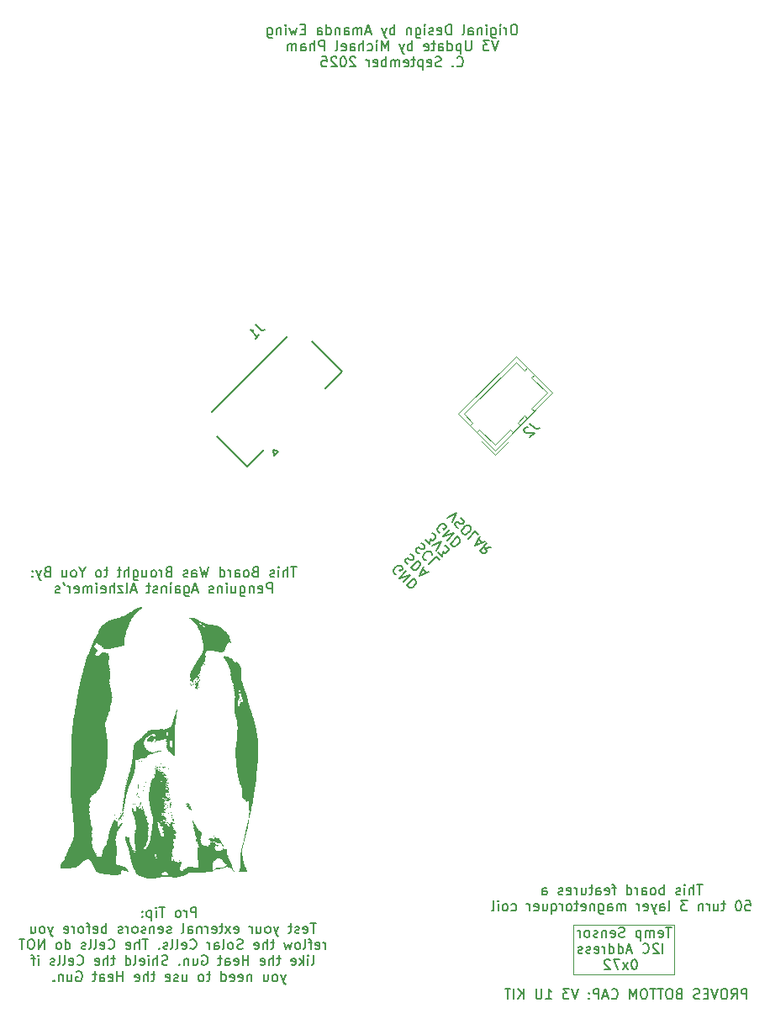
<source format=gbr>
%TF.GenerationSoftware,KiCad,Pcbnew,9.0.0*%
%TF.CreationDate,2025-09-21T20:44:38-07:00*%
%TF.ProjectId,Z_Face_V3,5a5f4661-6365-45f5-9633-2e6b69636164,3.1*%
%TF.SameCoordinates,Original*%
%TF.FileFunction,Legend,Bot*%
%TF.FilePolarity,Positive*%
%FSLAX46Y46*%
G04 Gerber Fmt 4.6, Leading zero omitted, Abs format (unit mm)*
G04 Created by KiCad (PCBNEW 9.0.0) date 2025-09-21 20:44:38*
%MOMM*%
%LPD*%
G01*
G04 APERTURE LIST*
G04 Aperture macros list*
%AMRoundRect*
0 Rectangle with rounded corners*
0 $1 Rounding radius*
0 $2 $3 $4 $5 $6 $7 $8 $9 X,Y pos of 4 corners*
0 Add a 4 corners polygon primitive as box body*
4,1,4,$2,$3,$4,$5,$6,$7,$8,$9,$2,$3,0*
0 Add four circle primitives for the rounded corners*
1,1,$1+$1,$2,$3*
1,1,$1+$1,$4,$5*
1,1,$1+$1,$6,$7*
1,1,$1+$1,$8,$9*
0 Add four rect primitives between the rounded corners*
20,1,$1+$1,$2,$3,$4,$5,0*
20,1,$1+$1,$4,$5,$6,$7,0*
20,1,$1+$1,$6,$7,$8,$9,0*
20,1,$1+$1,$8,$9,$2,$3,0*%
%AMHorizOval*
0 Thick line with rounded ends*
0 $1 width*
0 $2 $3 position (X,Y) of the first rounded end (center of the circle)*
0 $4 $5 position (X,Y) of the second rounded end (center of the circle)*
0 Add line between two ends*
20,1,$1,$2,$3,$4,$5,0*
0 Add two circle primitives to create the rounded ends*
1,1,$1,$2,$3*
1,1,$1,$4,$5*%
G04 Aperture macros list end*
%ADD10C,0.120000*%
%ADD11C,0.150000*%
%ADD12C,0.000000*%
%ADD13C,0.127000*%
%ADD14C,0.010000*%
%ADD15C,5.250000*%
%ADD16RoundRect,0.250000X0.159099X-0.654074X0.654074X-0.159099X-0.159099X0.654074X-0.654074X0.159099X0*%
%ADD17HorizOval,1.200000X-0.159099X0.159099X0.159099X-0.159099X0*%
%ADD18C,0.600000*%
G04 APERTURE END LIST*
D10*
X168200000Y-126300000D02*
X178400000Y-126300000D01*
X178400000Y-131300000D01*
X168200000Y-131300000D01*
X168200000Y-126300000D01*
D11*
X152946140Y-87870272D02*
X153080827Y-87937616D01*
X153080827Y-87937616D02*
X153249186Y-88105974D01*
X153249186Y-88105974D02*
X153282857Y-88206990D01*
X153282857Y-88206990D02*
X153282857Y-88274333D01*
X153282857Y-88274333D02*
X153249186Y-88375348D01*
X153249186Y-88375348D02*
X153181842Y-88442692D01*
X153181842Y-88442692D02*
X153080827Y-88476364D01*
X153080827Y-88476364D02*
X153013483Y-88476364D01*
X153013483Y-88476364D02*
X152912468Y-88442692D01*
X152912468Y-88442692D02*
X152744109Y-88341677D01*
X152744109Y-88341677D02*
X152643094Y-88308005D01*
X152643094Y-88308005D02*
X152575751Y-88308005D01*
X152575751Y-88308005D02*
X152474735Y-88341677D01*
X152474735Y-88341677D02*
X152407392Y-88409020D01*
X152407392Y-88409020D02*
X152373720Y-88510035D01*
X152373720Y-88510035D02*
X152373720Y-88577379D01*
X152373720Y-88577379D02*
X152407392Y-88678394D01*
X152407392Y-88678394D02*
X152575751Y-88846753D01*
X152575751Y-88846753D02*
X152710438Y-88914096D01*
X154023636Y-89015112D02*
X154023636Y-88947768D01*
X154023636Y-88947768D02*
X153956292Y-88813081D01*
X153956292Y-88813081D02*
X153888949Y-88745738D01*
X153888949Y-88745738D02*
X153754262Y-88678394D01*
X153754262Y-88678394D02*
X153619575Y-88678394D01*
X153619575Y-88678394D02*
X153518560Y-88712066D01*
X153518560Y-88712066D02*
X153350201Y-88813081D01*
X153350201Y-88813081D02*
X153249186Y-88914096D01*
X153249186Y-88914096D02*
X153148170Y-89082455D01*
X153148170Y-89082455D02*
X153114499Y-89183470D01*
X153114499Y-89183470D02*
X153114499Y-89318157D01*
X153114499Y-89318157D02*
X153181842Y-89452844D01*
X153181842Y-89452844D02*
X153249186Y-89520188D01*
X153249186Y-89520188D02*
X153383873Y-89587531D01*
X153383873Y-89587531D02*
X153451216Y-89587531D01*
X154730743Y-89587531D02*
X154394025Y-89250814D01*
X154394025Y-89250814D02*
X153686918Y-89957921D01*
X155528880Y-85299882D02*
X156471689Y-84828478D01*
X156471689Y-84828478D02*
X156000285Y-85771287D01*
X156875750Y-85299882D02*
X157010437Y-85367226D01*
X157010437Y-85367226D02*
X157178796Y-85535585D01*
X157178796Y-85535585D02*
X157212468Y-85636600D01*
X157212468Y-85636600D02*
X157212468Y-85703944D01*
X157212468Y-85703944D02*
X157178796Y-85804959D01*
X157178796Y-85804959D02*
X157111453Y-85872302D01*
X157111453Y-85872302D02*
X157010437Y-85905974D01*
X157010437Y-85905974D02*
X156943094Y-85905974D01*
X156943094Y-85905974D02*
X156842079Y-85872302D01*
X156842079Y-85872302D02*
X156673720Y-85771287D01*
X156673720Y-85771287D02*
X156572704Y-85737615D01*
X156572704Y-85737615D02*
X156505361Y-85737615D01*
X156505361Y-85737615D02*
X156404346Y-85771287D01*
X156404346Y-85771287D02*
X156337002Y-85838631D01*
X156337002Y-85838631D02*
X156303330Y-85939646D01*
X156303330Y-85939646D02*
X156303330Y-86006989D01*
X156303330Y-86006989D02*
X156337002Y-86108005D01*
X156337002Y-86108005D02*
X156505361Y-86276363D01*
X156505361Y-86276363D02*
X156640048Y-86343707D01*
X157044109Y-86815111D02*
X157178796Y-86949798D01*
X157178796Y-86949798D02*
X157279811Y-86983470D01*
X157279811Y-86983470D02*
X157414498Y-86983470D01*
X157414498Y-86983470D02*
X157582857Y-86882455D01*
X157582857Y-86882455D02*
X157818559Y-86646753D01*
X157818559Y-86646753D02*
X157919575Y-86478394D01*
X157919575Y-86478394D02*
X157919575Y-86343707D01*
X157919575Y-86343707D02*
X157885903Y-86242692D01*
X157885903Y-86242692D02*
X157751216Y-86108005D01*
X157751216Y-86108005D02*
X157650201Y-86074333D01*
X157650201Y-86074333D02*
X157515514Y-86074333D01*
X157515514Y-86074333D02*
X157347155Y-86175348D01*
X157347155Y-86175348D02*
X157111453Y-86411050D01*
X157111453Y-86411050D02*
X157010437Y-86579409D01*
X157010437Y-86579409D02*
X157010437Y-86714096D01*
X157010437Y-86714096D02*
X157044109Y-86815111D01*
X158694025Y-87050814D02*
X158357307Y-86714096D01*
X158357307Y-86714096D02*
X157650201Y-87421203D01*
X158694025Y-87454875D02*
X159030742Y-87791592D01*
X158828712Y-87185501D02*
X158357307Y-88128310D01*
X158357307Y-88128310D02*
X159300117Y-87656905D01*
X159939880Y-88296669D02*
X159367460Y-88397684D01*
X159535819Y-87892608D02*
X158828712Y-88599714D01*
X158828712Y-88599714D02*
X159098086Y-88869088D01*
X159098086Y-88869088D02*
X159199101Y-88902760D01*
X159199101Y-88902760D02*
X159266445Y-88902760D01*
X159266445Y-88902760D02*
X159367460Y-88869088D01*
X159367460Y-88869088D02*
X159468475Y-88768073D01*
X159468475Y-88768073D02*
X159502147Y-88667058D01*
X159502147Y-88667058D02*
X159502147Y-88599714D01*
X159502147Y-88599714D02*
X159468475Y-88498699D01*
X159468475Y-88498699D02*
X159199101Y-88229325D01*
X154809422Y-86813081D02*
X154708407Y-86779409D01*
X154708407Y-86779409D02*
X154607392Y-86678394D01*
X154607392Y-86678394D02*
X154540048Y-86543707D01*
X154540048Y-86543707D02*
X154540048Y-86409020D01*
X154540048Y-86409020D02*
X154573720Y-86308005D01*
X154573720Y-86308005D02*
X154674735Y-86139646D01*
X154674735Y-86139646D02*
X154775751Y-86038631D01*
X154775751Y-86038631D02*
X154944109Y-85937616D01*
X154944109Y-85937616D02*
X155045125Y-85903944D01*
X155045125Y-85903944D02*
X155179812Y-85903944D01*
X155179812Y-85903944D02*
X155314499Y-85971287D01*
X155314499Y-85971287D02*
X155381842Y-86038631D01*
X155381842Y-86038631D02*
X155449186Y-86173318D01*
X155449186Y-86173318D02*
X155449186Y-86240661D01*
X155449186Y-86240661D02*
X155213483Y-86476364D01*
X155213483Y-86476364D02*
X155078796Y-86341677D01*
X155819575Y-86476364D02*
X155112468Y-87183471D01*
X155112468Y-87183471D02*
X156223636Y-86880425D01*
X156223636Y-86880425D02*
X155516529Y-87587532D01*
X156560353Y-87217142D02*
X155853247Y-87924249D01*
X155853247Y-87924249D02*
X156021605Y-88092608D01*
X156021605Y-88092608D02*
X156156292Y-88159951D01*
X156156292Y-88159951D02*
X156290979Y-88159951D01*
X156290979Y-88159951D02*
X156391995Y-88126280D01*
X156391995Y-88126280D02*
X156560353Y-88025264D01*
X156560353Y-88025264D02*
X156661369Y-87924249D01*
X156661369Y-87924249D02*
X156762384Y-87755890D01*
X156762384Y-87755890D02*
X156796056Y-87654875D01*
X156796056Y-87654875D02*
X156796056Y-87520188D01*
X156796056Y-87520188D02*
X156728712Y-87385501D01*
X156728712Y-87385501D02*
X156560353Y-87217142D01*
X153339033Y-87510035D02*
X153776766Y-87947768D01*
X153776766Y-87947768D02*
X153810438Y-87442692D01*
X153810438Y-87442692D02*
X153911453Y-87543707D01*
X153911453Y-87543707D02*
X154012468Y-87577379D01*
X154012468Y-87577379D02*
X154079812Y-87577379D01*
X154079812Y-87577379D02*
X154180827Y-87543707D01*
X154180827Y-87543707D02*
X154349186Y-87375348D01*
X154349186Y-87375348D02*
X154382857Y-87274333D01*
X154382857Y-87274333D02*
X154382857Y-87206990D01*
X154382857Y-87206990D02*
X154349186Y-87105974D01*
X154349186Y-87105974D02*
X154147155Y-86903944D01*
X154147155Y-86903944D02*
X154046140Y-86870272D01*
X154046140Y-86870272D02*
X153978796Y-86870272D01*
X153978796Y-88149799D02*
X154921605Y-87678394D01*
X154921605Y-87678394D02*
X154450201Y-88621203D01*
X154618560Y-88789562D02*
X155056293Y-89227295D01*
X155056293Y-89227295D02*
X155089964Y-88722219D01*
X155089964Y-88722219D02*
X155190980Y-88823234D01*
X155190980Y-88823234D02*
X155291995Y-88856906D01*
X155291995Y-88856906D02*
X155359338Y-88856906D01*
X155359338Y-88856906D02*
X155460354Y-88823234D01*
X155460354Y-88823234D02*
X155628712Y-88654875D01*
X155628712Y-88654875D02*
X155662384Y-88553860D01*
X155662384Y-88553860D02*
X155662384Y-88486516D01*
X155662384Y-88486516D02*
X155628712Y-88385501D01*
X155628712Y-88385501D02*
X155426682Y-88183471D01*
X155426682Y-88183471D02*
X155325667Y-88149799D01*
X155325667Y-88149799D02*
X155258323Y-88149799D01*
X185714875Y-133754819D02*
X185714875Y-132754819D01*
X185714875Y-132754819D02*
X185333923Y-132754819D01*
X185333923Y-132754819D02*
X185238685Y-132802438D01*
X185238685Y-132802438D02*
X185191066Y-132850057D01*
X185191066Y-132850057D02*
X185143447Y-132945295D01*
X185143447Y-132945295D02*
X185143447Y-133088152D01*
X185143447Y-133088152D02*
X185191066Y-133183390D01*
X185191066Y-133183390D02*
X185238685Y-133231009D01*
X185238685Y-133231009D02*
X185333923Y-133278628D01*
X185333923Y-133278628D02*
X185714875Y-133278628D01*
X184143447Y-133754819D02*
X184476780Y-133278628D01*
X184714875Y-133754819D02*
X184714875Y-132754819D01*
X184714875Y-132754819D02*
X184333923Y-132754819D01*
X184333923Y-132754819D02*
X184238685Y-132802438D01*
X184238685Y-132802438D02*
X184191066Y-132850057D01*
X184191066Y-132850057D02*
X184143447Y-132945295D01*
X184143447Y-132945295D02*
X184143447Y-133088152D01*
X184143447Y-133088152D02*
X184191066Y-133183390D01*
X184191066Y-133183390D02*
X184238685Y-133231009D01*
X184238685Y-133231009D02*
X184333923Y-133278628D01*
X184333923Y-133278628D02*
X184714875Y-133278628D01*
X183524399Y-132754819D02*
X183333923Y-132754819D01*
X183333923Y-132754819D02*
X183238685Y-132802438D01*
X183238685Y-132802438D02*
X183143447Y-132897676D01*
X183143447Y-132897676D02*
X183095828Y-133088152D01*
X183095828Y-133088152D02*
X183095828Y-133421485D01*
X183095828Y-133421485D02*
X183143447Y-133611961D01*
X183143447Y-133611961D02*
X183238685Y-133707200D01*
X183238685Y-133707200D02*
X183333923Y-133754819D01*
X183333923Y-133754819D02*
X183524399Y-133754819D01*
X183524399Y-133754819D02*
X183619637Y-133707200D01*
X183619637Y-133707200D02*
X183714875Y-133611961D01*
X183714875Y-133611961D02*
X183762494Y-133421485D01*
X183762494Y-133421485D02*
X183762494Y-133088152D01*
X183762494Y-133088152D02*
X183714875Y-132897676D01*
X183714875Y-132897676D02*
X183619637Y-132802438D01*
X183619637Y-132802438D02*
X183524399Y-132754819D01*
X182810113Y-132754819D02*
X182476780Y-133754819D01*
X182476780Y-133754819D02*
X182143447Y-132754819D01*
X181810113Y-133231009D02*
X181476780Y-133231009D01*
X181333923Y-133754819D02*
X181810113Y-133754819D01*
X181810113Y-133754819D02*
X181810113Y-132754819D01*
X181810113Y-132754819D02*
X181333923Y-132754819D01*
X180952970Y-133707200D02*
X180810113Y-133754819D01*
X180810113Y-133754819D02*
X180572018Y-133754819D01*
X180572018Y-133754819D02*
X180476780Y-133707200D01*
X180476780Y-133707200D02*
X180429161Y-133659580D01*
X180429161Y-133659580D02*
X180381542Y-133564342D01*
X180381542Y-133564342D02*
X180381542Y-133469104D01*
X180381542Y-133469104D02*
X180429161Y-133373866D01*
X180429161Y-133373866D02*
X180476780Y-133326247D01*
X180476780Y-133326247D02*
X180572018Y-133278628D01*
X180572018Y-133278628D02*
X180762494Y-133231009D01*
X180762494Y-133231009D02*
X180857732Y-133183390D01*
X180857732Y-133183390D02*
X180905351Y-133135771D01*
X180905351Y-133135771D02*
X180952970Y-133040533D01*
X180952970Y-133040533D02*
X180952970Y-132945295D01*
X180952970Y-132945295D02*
X180905351Y-132850057D01*
X180905351Y-132850057D02*
X180857732Y-132802438D01*
X180857732Y-132802438D02*
X180762494Y-132754819D01*
X180762494Y-132754819D02*
X180524399Y-132754819D01*
X180524399Y-132754819D02*
X180381542Y-132802438D01*
X178857732Y-133231009D02*
X178714875Y-133278628D01*
X178714875Y-133278628D02*
X178667256Y-133326247D01*
X178667256Y-133326247D02*
X178619637Y-133421485D01*
X178619637Y-133421485D02*
X178619637Y-133564342D01*
X178619637Y-133564342D02*
X178667256Y-133659580D01*
X178667256Y-133659580D02*
X178714875Y-133707200D01*
X178714875Y-133707200D02*
X178810113Y-133754819D01*
X178810113Y-133754819D02*
X179191065Y-133754819D01*
X179191065Y-133754819D02*
X179191065Y-132754819D01*
X179191065Y-132754819D02*
X178857732Y-132754819D01*
X178857732Y-132754819D02*
X178762494Y-132802438D01*
X178762494Y-132802438D02*
X178714875Y-132850057D01*
X178714875Y-132850057D02*
X178667256Y-132945295D01*
X178667256Y-132945295D02*
X178667256Y-133040533D01*
X178667256Y-133040533D02*
X178714875Y-133135771D01*
X178714875Y-133135771D02*
X178762494Y-133183390D01*
X178762494Y-133183390D02*
X178857732Y-133231009D01*
X178857732Y-133231009D02*
X179191065Y-133231009D01*
X178000589Y-132754819D02*
X177810113Y-132754819D01*
X177810113Y-132754819D02*
X177714875Y-132802438D01*
X177714875Y-132802438D02*
X177619637Y-132897676D01*
X177619637Y-132897676D02*
X177572018Y-133088152D01*
X177572018Y-133088152D02*
X177572018Y-133421485D01*
X177572018Y-133421485D02*
X177619637Y-133611961D01*
X177619637Y-133611961D02*
X177714875Y-133707200D01*
X177714875Y-133707200D02*
X177810113Y-133754819D01*
X177810113Y-133754819D02*
X178000589Y-133754819D01*
X178000589Y-133754819D02*
X178095827Y-133707200D01*
X178095827Y-133707200D02*
X178191065Y-133611961D01*
X178191065Y-133611961D02*
X178238684Y-133421485D01*
X178238684Y-133421485D02*
X178238684Y-133088152D01*
X178238684Y-133088152D02*
X178191065Y-132897676D01*
X178191065Y-132897676D02*
X178095827Y-132802438D01*
X178095827Y-132802438D02*
X178000589Y-132754819D01*
X177286303Y-132754819D02*
X176714875Y-132754819D01*
X177000589Y-133754819D02*
X177000589Y-132754819D01*
X176524398Y-132754819D02*
X175952970Y-132754819D01*
X176238684Y-133754819D02*
X176238684Y-132754819D01*
X175429160Y-132754819D02*
X175238684Y-132754819D01*
X175238684Y-132754819D02*
X175143446Y-132802438D01*
X175143446Y-132802438D02*
X175048208Y-132897676D01*
X175048208Y-132897676D02*
X175000589Y-133088152D01*
X175000589Y-133088152D02*
X175000589Y-133421485D01*
X175000589Y-133421485D02*
X175048208Y-133611961D01*
X175048208Y-133611961D02*
X175143446Y-133707200D01*
X175143446Y-133707200D02*
X175238684Y-133754819D01*
X175238684Y-133754819D02*
X175429160Y-133754819D01*
X175429160Y-133754819D02*
X175524398Y-133707200D01*
X175524398Y-133707200D02*
X175619636Y-133611961D01*
X175619636Y-133611961D02*
X175667255Y-133421485D01*
X175667255Y-133421485D02*
X175667255Y-133088152D01*
X175667255Y-133088152D02*
X175619636Y-132897676D01*
X175619636Y-132897676D02*
X175524398Y-132802438D01*
X175524398Y-132802438D02*
X175429160Y-132754819D01*
X174572017Y-133754819D02*
X174572017Y-132754819D01*
X174572017Y-132754819D02*
X174238684Y-133469104D01*
X174238684Y-133469104D02*
X173905351Y-132754819D01*
X173905351Y-132754819D02*
X173905351Y-133754819D01*
X172095827Y-133659580D02*
X172143446Y-133707200D01*
X172143446Y-133707200D02*
X172286303Y-133754819D01*
X172286303Y-133754819D02*
X172381541Y-133754819D01*
X172381541Y-133754819D02*
X172524398Y-133707200D01*
X172524398Y-133707200D02*
X172619636Y-133611961D01*
X172619636Y-133611961D02*
X172667255Y-133516723D01*
X172667255Y-133516723D02*
X172714874Y-133326247D01*
X172714874Y-133326247D02*
X172714874Y-133183390D01*
X172714874Y-133183390D02*
X172667255Y-132992914D01*
X172667255Y-132992914D02*
X172619636Y-132897676D01*
X172619636Y-132897676D02*
X172524398Y-132802438D01*
X172524398Y-132802438D02*
X172381541Y-132754819D01*
X172381541Y-132754819D02*
X172286303Y-132754819D01*
X172286303Y-132754819D02*
X172143446Y-132802438D01*
X172143446Y-132802438D02*
X172095827Y-132850057D01*
X171714874Y-133469104D02*
X171238684Y-133469104D01*
X171810112Y-133754819D02*
X171476779Y-132754819D01*
X171476779Y-132754819D02*
X171143446Y-133754819D01*
X170810112Y-133754819D02*
X170810112Y-132754819D01*
X170810112Y-132754819D02*
X170429160Y-132754819D01*
X170429160Y-132754819D02*
X170333922Y-132802438D01*
X170333922Y-132802438D02*
X170286303Y-132850057D01*
X170286303Y-132850057D02*
X170238684Y-132945295D01*
X170238684Y-132945295D02*
X170238684Y-133088152D01*
X170238684Y-133088152D02*
X170286303Y-133183390D01*
X170286303Y-133183390D02*
X170333922Y-133231009D01*
X170333922Y-133231009D02*
X170429160Y-133278628D01*
X170429160Y-133278628D02*
X170810112Y-133278628D01*
X169810112Y-133659580D02*
X169762493Y-133707200D01*
X169762493Y-133707200D02*
X169810112Y-133754819D01*
X169810112Y-133754819D02*
X169857731Y-133707200D01*
X169857731Y-133707200D02*
X169810112Y-133659580D01*
X169810112Y-133659580D02*
X169810112Y-133754819D01*
X169810112Y-133135771D02*
X169762493Y-133183390D01*
X169762493Y-133183390D02*
X169810112Y-133231009D01*
X169810112Y-133231009D02*
X169857731Y-133183390D01*
X169857731Y-133183390D02*
X169810112Y-133135771D01*
X169810112Y-133135771D02*
X169810112Y-133231009D01*
X168714874Y-132754819D02*
X168381541Y-133754819D01*
X168381541Y-133754819D02*
X168048208Y-132754819D01*
X167810112Y-132754819D02*
X167191065Y-132754819D01*
X167191065Y-132754819D02*
X167524398Y-133135771D01*
X167524398Y-133135771D02*
X167381541Y-133135771D01*
X167381541Y-133135771D02*
X167286303Y-133183390D01*
X167286303Y-133183390D02*
X167238684Y-133231009D01*
X167238684Y-133231009D02*
X167191065Y-133326247D01*
X167191065Y-133326247D02*
X167191065Y-133564342D01*
X167191065Y-133564342D02*
X167238684Y-133659580D01*
X167238684Y-133659580D02*
X167286303Y-133707200D01*
X167286303Y-133707200D02*
X167381541Y-133754819D01*
X167381541Y-133754819D02*
X167667255Y-133754819D01*
X167667255Y-133754819D02*
X167762493Y-133707200D01*
X167762493Y-133707200D02*
X167810112Y-133659580D01*
X165476779Y-133754819D02*
X166048207Y-133754819D01*
X165762493Y-133754819D02*
X165762493Y-132754819D01*
X165762493Y-132754819D02*
X165857731Y-132897676D01*
X165857731Y-132897676D02*
X165952969Y-132992914D01*
X165952969Y-132992914D02*
X166048207Y-133040533D01*
X165048207Y-132754819D02*
X165048207Y-133564342D01*
X165048207Y-133564342D02*
X165000588Y-133659580D01*
X165000588Y-133659580D02*
X164952969Y-133707200D01*
X164952969Y-133707200D02*
X164857731Y-133754819D01*
X164857731Y-133754819D02*
X164667255Y-133754819D01*
X164667255Y-133754819D02*
X164572017Y-133707200D01*
X164572017Y-133707200D02*
X164524398Y-133659580D01*
X164524398Y-133659580D02*
X164476779Y-133564342D01*
X164476779Y-133564342D02*
X164476779Y-132754819D01*
X163238683Y-133754819D02*
X163238683Y-132754819D01*
X162667255Y-133754819D02*
X163095826Y-133183390D01*
X162667255Y-132754819D02*
X163238683Y-133326247D01*
X162238683Y-133754819D02*
X162238683Y-132754819D01*
X161905350Y-132754819D02*
X161333922Y-132754819D01*
X161619636Y-133754819D02*
X161619636Y-132754819D01*
X162357143Y-35649931D02*
X162166667Y-35649931D01*
X162166667Y-35649931D02*
X162071429Y-35697550D01*
X162071429Y-35697550D02*
X161976191Y-35792788D01*
X161976191Y-35792788D02*
X161928572Y-35983264D01*
X161928572Y-35983264D02*
X161928572Y-36316597D01*
X161928572Y-36316597D02*
X161976191Y-36507073D01*
X161976191Y-36507073D02*
X162071429Y-36602312D01*
X162071429Y-36602312D02*
X162166667Y-36649931D01*
X162166667Y-36649931D02*
X162357143Y-36649931D01*
X162357143Y-36649931D02*
X162452381Y-36602312D01*
X162452381Y-36602312D02*
X162547619Y-36507073D01*
X162547619Y-36507073D02*
X162595238Y-36316597D01*
X162595238Y-36316597D02*
X162595238Y-35983264D01*
X162595238Y-35983264D02*
X162547619Y-35792788D01*
X162547619Y-35792788D02*
X162452381Y-35697550D01*
X162452381Y-35697550D02*
X162357143Y-35649931D01*
X161500000Y-36649931D02*
X161500000Y-35983264D01*
X161500000Y-36173740D02*
X161452381Y-36078502D01*
X161452381Y-36078502D02*
X161404762Y-36030883D01*
X161404762Y-36030883D02*
X161309524Y-35983264D01*
X161309524Y-35983264D02*
X161214286Y-35983264D01*
X160880952Y-36649931D02*
X160880952Y-35983264D01*
X160880952Y-35649931D02*
X160928571Y-35697550D01*
X160928571Y-35697550D02*
X160880952Y-35745169D01*
X160880952Y-35745169D02*
X160833333Y-35697550D01*
X160833333Y-35697550D02*
X160880952Y-35649931D01*
X160880952Y-35649931D02*
X160880952Y-35745169D01*
X159976191Y-35983264D02*
X159976191Y-36792788D01*
X159976191Y-36792788D02*
X160023810Y-36888026D01*
X160023810Y-36888026D02*
X160071429Y-36935645D01*
X160071429Y-36935645D02*
X160166667Y-36983264D01*
X160166667Y-36983264D02*
X160309524Y-36983264D01*
X160309524Y-36983264D02*
X160404762Y-36935645D01*
X159976191Y-36602312D02*
X160071429Y-36649931D01*
X160071429Y-36649931D02*
X160261905Y-36649931D01*
X160261905Y-36649931D02*
X160357143Y-36602312D01*
X160357143Y-36602312D02*
X160404762Y-36554692D01*
X160404762Y-36554692D02*
X160452381Y-36459454D01*
X160452381Y-36459454D02*
X160452381Y-36173740D01*
X160452381Y-36173740D02*
X160404762Y-36078502D01*
X160404762Y-36078502D02*
X160357143Y-36030883D01*
X160357143Y-36030883D02*
X160261905Y-35983264D01*
X160261905Y-35983264D02*
X160071429Y-35983264D01*
X160071429Y-35983264D02*
X159976191Y-36030883D01*
X159500000Y-36649931D02*
X159500000Y-35983264D01*
X159500000Y-35649931D02*
X159547619Y-35697550D01*
X159547619Y-35697550D02*
X159500000Y-35745169D01*
X159500000Y-35745169D02*
X159452381Y-35697550D01*
X159452381Y-35697550D02*
X159500000Y-35649931D01*
X159500000Y-35649931D02*
X159500000Y-35745169D01*
X159023810Y-35983264D02*
X159023810Y-36649931D01*
X159023810Y-36078502D02*
X158976191Y-36030883D01*
X158976191Y-36030883D02*
X158880953Y-35983264D01*
X158880953Y-35983264D02*
X158738096Y-35983264D01*
X158738096Y-35983264D02*
X158642858Y-36030883D01*
X158642858Y-36030883D02*
X158595239Y-36126121D01*
X158595239Y-36126121D02*
X158595239Y-36649931D01*
X157690477Y-36649931D02*
X157690477Y-36126121D01*
X157690477Y-36126121D02*
X157738096Y-36030883D01*
X157738096Y-36030883D02*
X157833334Y-35983264D01*
X157833334Y-35983264D02*
X158023810Y-35983264D01*
X158023810Y-35983264D02*
X158119048Y-36030883D01*
X157690477Y-36602312D02*
X157785715Y-36649931D01*
X157785715Y-36649931D02*
X158023810Y-36649931D01*
X158023810Y-36649931D02*
X158119048Y-36602312D01*
X158119048Y-36602312D02*
X158166667Y-36507073D01*
X158166667Y-36507073D02*
X158166667Y-36411835D01*
X158166667Y-36411835D02*
X158119048Y-36316597D01*
X158119048Y-36316597D02*
X158023810Y-36268978D01*
X158023810Y-36268978D02*
X157785715Y-36268978D01*
X157785715Y-36268978D02*
X157690477Y-36221359D01*
X157071429Y-36649931D02*
X157166667Y-36602312D01*
X157166667Y-36602312D02*
X157214286Y-36507073D01*
X157214286Y-36507073D02*
X157214286Y-35649931D01*
X155928571Y-36649931D02*
X155928571Y-35649931D01*
X155928571Y-35649931D02*
X155690476Y-35649931D01*
X155690476Y-35649931D02*
X155547619Y-35697550D01*
X155547619Y-35697550D02*
X155452381Y-35792788D01*
X155452381Y-35792788D02*
X155404762Y-35888026D01*
X155404762Y-35888026D02*
X155357143Y-36078502D01*
X155357143Y-36078502D02*
X155357143Y-36221359D01*
X155357143Y-36221359D02*
X155404762Y-36411835D01*
X155404762Y-36411835D02*
X155452381Y-36507073D01*
X155452381Y-36507073D02*
X155547619Y-36602312D01*
X155547619Y-36602312D02*
X155690476Y-36649931D01*
X155690476Y-36649931D02*
X155928571Y-36649931D01*
X154547619Y-36602312D02*
X154642857Y-36649931D01*
X154642857Y-36649931D02*
X154833333Y-36649931D01*
X154833333Y-36649931D02*
X154928571Y-36602312D01*
X154928571Y-36602312D02*
X154976190Y-36507073D01*
X154976190Y-36507073D02*
X154976190Y-36126121D01*
X154976190Y-36126121D02*
X154928571Y-36030883D01*
X154928571Y-36030883D02*
X154833333Y-35983264D01*
X154833333Y-35983264D02*
X154642857Y-35983264D01*
X154642857Y-35983264D02*
X154547619Y-36030883D01*
X154547619Y-36030883D02*
X154500000Y-36126121D01*
X154500000Y-36126121D02*
X154500000Y-36221359D01*
X154500000Y-36221359D02*
X154976190Y-36316597D01*
X154119047Y-36602312D02*
X154023809Y-36649931D01*
X154023809Y-36649931D02*
X153833333Y-36649931D01*
X153833333Y-36649931D02*
X153738095Y-36602312D01*
X153738095Y-36602312D02*
X153690476Y-36507073D01*
X153690476Y-36507073D02*
X153690476Y-36459454D01*
X153690476Y-36459454D02*
X153738095Y-36364216D01*
X153738095Y-36364216D02*
X153833333Y-36316597D01*
X153833333Y-36316597D02*
X153976190Y-36316597D01*
X153976190Y-36316597D02*
X154071428Y-36268978D01*
X154071428Y-36268978D02*
X154119047Y-36173740D01*
X154119047Y-36173740D02*
X154119047Y-36126121D01*
X154119047Y-36126121D02*
X154071428Y-36030883D01*
X154071428Y-36030883D02*
X153976190Y-35983264D01*
X153976190Y-35983264D02*
X153833333Y-35983264D01*
X153833333Y-35983264D02*
X153738095Y-36030883D01*
X153261904Y-36649931D02*
X153261904Y-35983264D01*
X153261904Y-35649931D02*
X153309523Y-35697550D01*
X153309523Y-35697550D02*
X153261904Y-35745169D01*
X153261904Y-35745169D02*
X153214285Y-35697550D01*
X153214285Y-35697550D02*
X153261904Y-35649931D01*
X153261904Y-35649931D02*
X153261904Y-35745169D01*
X152357143Y-35983264D02*
X152357143Y-36792788D01*
X152357143Y-36792788D02*
X152404762Y-36888026D01*
X152404762Y-36888026D02*
X152452381Y-36935645D01*
X152452381Y-36935645D02*
X152547619Y-36983264D01*
X152547619Y-36983264D02*
X152690476Y-36983264D01*
X152690476Y-36983264D02*
X152785714Y-36935645D01*
X152357143Y-36602312D02*
X152452381Y-36649931D01*
X152452381Y-36649931D02*
X152642857Y-36649931D01*
X152642857Y-36649931D02*
X152738095Y-36602312D01*
X152738095Y-36602312D02*
X152785714Y-36554692D01*
X152785714Y-36554692D02*
X152833333Y-36459454D01*
X152833333Y-36459454D02*
X152833333Y-36173740D01*
X152833333Y-36173740D02*
X152785714Y-36078502D01*
X152785714Y-36078502D02*
X152738095Y-36030883D01*
X152738095Y-36030883D02*
X152642857Y-35983264D01*
X152642857Y-35983264D02*
X152452381Y-35983264D01*
X152452381Y-35983264D02*
X152357143Y-36030883D01*
X151880952Y-35983264D02*
X151880952Y-36649931D01*
X151880952Y-36078502D02*
X151833333Y-36030883D01*
X151833333Y-36030883D02*
X151738095Y-35983264D01*
X151738095Y-35983264D02*
X151595238Y-35983264D01*
X151595238Y-35983264D02*
X151500000Y-36030883D01*
X151500000Y-36030883D02*
X151452381Y-36126121D01*
X151452381Y-36126121D02*
X151452381Y-36649931D01*
X150214285Y-36649931D02*
X150214285Y-35649931D01*
X150214285Y-36030883D02*
X150119047Y-35983264D01*
X150119047Y-35983264D02*
X149928571Y-35983264D01*
X149928571Y-35983264D02*
X149833333Y-36030883D01*
X149833333Y-36030883D02*
X149785714Y-36078502D01*
X149785714Y-36078502D02*
X149738095Y-36173740D01*
X149738095Y-36173740D02*
X149738095Y-36459454D01*
X149738095Y-36459454D02*
X149785714Y-36554692D01*
X149785714Y-36554692D02*
X149833333Y-36602312D01*
X149833333Y-36602312D02*
X149928571Y-36649931D01*
X149928571Y-36649931D02*
X150119047Y-36649931D01*
X150119047Y-36649931D02*
X150214285Y-36602312D01*
X149404761Y-35983264D02*
X149166666Y-36649931D01*
X148928571Y-35983264D02*
X149166666Y-36649931D01*
X149166666Y-36649931D02*
X149261904Y-36888026D01*
X149261904Y-36888026D02*
X149309523Y-36935645D01*
X149309523Y-36935645D02*
X149404761Y-36983264D01*
X147833332Y-36364216D02*
X147357142Y-36364216D01*
X147928570Y-36649931D02*
X147595237Y-35649931D01*
X147595237Y-35649931D02*
X147261904Y-36649931D01*
X146928570Y-36649931D02*
X146928570Y-35983264D01*
X146928570Y-36078502D02*
X146880951Y-36030883D01*
X146880951Y-36030883D02*
X146785713Y-35983264D01*
X146785713Y-35983264D02*
X146642856Y-35983264D01*
X146642856Y-35983264D02*
X146547618Y-36030883D01*
X146547618Y-36030883D02*
X146499999Y-36126121D01*
X146499999Y-36126121D02*
X146499999Y-36649931D01*
X146499999Y-36126121D02*
X146452380Y-36030883D01*
X146452380Y-36030883D02*
X146357142Y-35983264D01*
X146357142Y-35983264D02*
X146214285Y-35983264D01*
X146214285Y-35983264D02*
X146119046Y-36030883D01*
X146119046Y-36030883D02*
X146071427Y-36126121D01*
X146071427Y-36126121D02*
X146071427Y-36649931D01*
X145166666Y-36649931D02*
X145166666Y-36126121D01*
X145166666Y-36126121D02*
X145214285Y-36030883D01*
X145214285Y-36030883D02*
X145309523Y-35983264D01*
X145309523Y-35983264D02*
X145499999Y-35983264D01*
X145499999Y-35983264D02*
X145595237Y-36030883D01*
X145166666Y-36602312D02*
X145261904Y-36649931D01*
X145261904Y-36649931D02*
X145499999Y-36649931D01*
X145499999Y-36649931D02*
X145595237Y-36602312D01*
X145595237Y-36602312D02*
X145642856Y-36507073D01*
X145642856Y-36507073D02*
X145642856Y-36411835D01*
X145642856Y-36411835D02*
X145595237Y-36316597D01*
X145595237Y-36316597D02*
X145499999Y-36268978D01*
X145499999Y-36268978D02*
X145261904Y-36268978D01*
X145261904Y-36268978D02*
X145166666Y-36221359D01*
X144690475Y-35983264D02*
X144690475Y-36649931D01*
X144690475Y-36078502D02*
X144642856Y-36030883D01*
X144642856Y-36030883D02*
X144547618Y-35983264D01*
X144547618Y-35983264D02*
X144404761Y-35983264D01*
X144404761Y-35983264D02*
X144309523Y-36030883D01*
X144309523Y-36030883D02*
X144261904Y-36126121D01*
X144261904Y-36126121D02*
X144261904Y-36649931D01*
X143357142Y-36649931D02*
X143357142Y-35649931D01*
X143357142Y-36602312D02*
X143452380Y-36649931D01*
X143452380Y-36649931D02*
X143642856Y-36649931D01*
X143642856Y-36649931D02*
X143738094Y-36602312D01*
X143738094Y-36602312D02*
X143785713Y-36554692D01*
X143785713Y-36554692D02*
X143833332Y-36459454D01*
X143833332Y-36459454D02*
X143833332Y-36173740D01*
X143833332Y-36173740D02*
X143785713Y-36078502D01*
X143785713Y-36078502D02*
X143738094Y-36030883D01*
X143738094Y-36030883D02*
X143642856Y-35983264D01*
X143642856Y-35983264D02*
X143452380Y-35983264D01*
X143452380Y-35983264D02*
X143357142Y-36030883D01*
X142452380Y-36649931D02*
X142452380Y-36126121D01*
X142452380Y-36126121D02*
X142499999Y-36030883D01*
X142499999Y-36030883D02*
X142595237Y-35983264D01*
X142595237Y-35983264D02*
X142785713Y-35983264D01*
X142785713Y-35983264D02*
X142880951Y-36030883D01*
X142452380Y-36602312D02*
X142547618Y-36649931D01*
X142547618Y-36649931D02*
X142785713Y-36649931D01*
X142785713Y-36649931D02*
X142880951Y-36602312D01*
X142880951Y-36602312D02*
X142928570Y-36507073D01*
X142928570Y-36507073D02*
X142928570Y-36411835D01*
X142928570Y-36411835D02*
X142880951Y-36316597D01*
X142880951Y-36316597D02*
X142785713Y-36268978D01*
X142785713Y-36268978D02*
X142547618Y-36268978D01*
X142547618Y-36268978D02*
X142452380Y-36221359D01*
X141214284Y-36126121D02*
X140880951Y-36126121D01*
X140738094Y-36649931D02*
X141214284Y-36649931D01*
X141214284Y-36649931D02*
X141214284Y-35649931D01*
X141214284Y-35649931D02*
X140738094Y-35649931D01*
X140404760Y-35983264D02*
X140214284Y-36649931D01*
X140214284Y-36649931D02*
X140023808Y-36173740D01*
X140023808Y-36173740D02*
X139833332Y-36649931D01*
X139833332Y-36649931D02*
X139642856Y-35983264D01*
X139261903Y-36649931D02*
X139261903Y-35983264D01*
X139261903Y-35649931D02*
X139309522Y-35697550D01*
X139309522Y-35697550D02*
X139261903Y-35745169D01*
X139261903Y-35745169D02*
X139214284Y-35697550D01*
X139214284Y-35697550D02*
X139261903Y-35649931D01*
X139261903Y-35649931D02*
X139261903Y-35745169D01*
X138785713Y-35983264D02*
X138785713Y-36649931D01*
X138785713Y-36078502D02*
X138738094Y-36030883D01*
X138738094Y-36030883D02*
X138642856Y-35983264D01*
X138642856Y-35983264D02*
X138499999Y-35983264D01*
X138499999Y-35983264D02*
X138404761Y-36030883D01*
X138404761Y-36030883D02*
X138357142Y-36126121D01*
X138357142Y-36126121D02*
X138357142Y-36649931D01*
X137452380Y-35983264D02*
X137452380Y-36792788D01*
X137452380Y-36792788D02*
X137499999Y-36888026D01*
X137499999Y-36888026D02*
X137547618Y-36935645D01*
X137547618Y-36935645D02*
X137642856Y-36983264D01*
X137642856Y-36983264D02*
X137785713Y-36983264D01*
X137785713Y-36983264D02*
X137880951Y-36935645D01*
X137452380Y-36602312D02*
X137547618Y-36649931D01*
X137547618Y-36649931D02*
X137738094Y-36649931D01*
X137738094Y-36649931D02*
X137833332Y-36602312D01*
X137833332Y-36602312D02*
X137880951Y-36554692D01*
X137880951Y-36554692D02*
X137928570Y-36459454D01*
X137928570Y-36459454D02*
X137928570Y-36173740D01*
X137928570Y-36173740D02*
X137880951Y-36078502D01*
X137880951Y-36078502D02*
X137833332Y-36030883D01*
X137833332Y-36030883D02*
X137738094Y-35983264D01*
X137738094Y-35983264D02*
X137547618Y-35983264D01*
X137547618Y-35983264D02*
X137452380Y-36030883D01*
X160666667Y-37259875D02*
X160333334Y-38259875D01*
X160333334Y-38259875D02*
X160000001Y-37259875D01*
X159761905Y-37259875D02*
X159142858Y-37259875D01*
X159142858Y-37259875D02*
X159476191Y-37640827D01*
X159476191Y-37640827D02*
X159333334Y-37640827D01*
X159333334Y-37640827D02*
X159238096Y-37688446D01*
X159238096Y-37688446D02*
X159190477Y-37736065D01*
X159190477Y-37736065D02*
X159142858Y-37831303D01*
X159142858Y-37831303D02*
X159142858Y-38069398D01*
X159142858Y-38069398D02*
X159190477Y-38164636D01*
X159190477Y-38164636D02*
X159238096Y-38212256D01*
X159238096Y-38212256D02*
X159333334Y-38259875D01*
X159333334Y-38259875D02*
X159619048Y-38259875D01*
X159619048Y-38259875D02*
X159714286Y-38212256D01*
X159714286Y-38212256D02*
X159761905Y-38164636D01*
X157952381Y-37259875D02*
X157952381Y-38069398D01*
X157952381Y-38069398D02*
X157904762Y-38164636D01*
X157904762Y-38164636D02*
X157857143Y-38212256D01*
X157857143Y-38212256D02*
X157761905Y-38259875D01*
X157761905Y-38259875D02*
X157571429Y-38259875D01*
X157571429Y-38259875D02*
X157476191Y-38212256D01*
X157476191Y-38212256D02*
X157428572Y-38164636D01*
X157428572Y-38164636D02*
X157380953Y-38069398D01*
X157380953Y-38069398D02*
X157380953Y-37259875D01*
X156904762Y-37593208D02*
X156904762Y-38593208D01*
X156904762Y-37640827D02*
X156809524Y-37593208D01*
X156809524Y-37593208D02*
X156619048Y-37593208D01*
X156619048Y-37593208D02*
X156523810Y-37640827D01*
X156523810Y-37640827D02*
X156476191Y-37688446D01*
X156476191Y-37688446D02*
X156428572Y-37783684D01*
X156428572Y-37783684D02*
X156428572Y-38069398D01*
X156428572Y-38069398D02*
X156476191Y-38164636D01*
X156476191Y-38164636D02*
X156523810Y-38212256D01*
X156523810Y-38212256D02*
X156619048Y-38259875D01*
X156619048Y-38259875D02*
X156809524Y-38259875D01*
X156809524Y-38259875D02*
X156904762Y-38212256D01*
X155571429Y-38259875D02*
X155571429Y-37259875D01*
X155571429Y-38212256D02*
X155666667Y-38259875D01*
X155666667Y-38259875D02*
X155857143Y-38259875D01*
X155857143Y-38259875D02*
X155952381Y-38212256D01*
X155952381Y-38212256D02*
X156000000Y-38164636D01*
X156000000Y-38164636D02*
X156047619Y-38069398D01*
X156047619Y-38069398D02*
X156047619Y-37783684D01*
X156047619Y-37783684D02*
X156000000Y-37688446D01*
X156000000Y-37688446D02*
X155952381Y-37640827D01*
X155952381Y-37640827D02*
X155857143Y-37593208D01*
X155857143Y-37593208D02*
X155666667Y-37593208D01*
X155666667Y-37593208D02*
X155571429Y-37640827D01*
X154666667Y-38259875D02*
X154666667Y-37736065D01*
X154666667Y-37736065D02*
X154714286Y-37640827D01*
X154714286Y-37640827D02*
X154809524Y-37593208D01*
X154809524Y-37593208D02*
X155000000Y-37593208D01*
X155000000Y-37593208D02*
X155095238Y-37640827D01*
X154666667Y-38212256D02*
X154761905Y-38259875D01*
X154761905Y-38259875D02*
X155000000Y-38259875D01*
X155000000Y-38259875D02*
X155095238Y-38212256D01*
X155095238Y-38212256D02*
X155142857Y-38117017D01*
X155142857Y-38117017D02*
X155142857Y-38021779D01*
X155142857Y-38021779D02*
X155095238Y-37926541D01*
X155095238Y-37926541D02*
X155000000Y-37878922D01*
X155000000Y-37878922D02*
X154761905Y-37878922D01*
X154761905Y-37878922D02*
X154666667Y-37831303D01*
X154333333Y-37593208D02*
X153952381Y-37593208D01*
X154190476Y-37259875D02*
X154190476Y-38117017D01*
X154190476Y-38117017D02*
X154142857Y-38212256D01*
X154142857Y-38212256D02*
X154047619Y-38259875D01*
X154047619Y-38259875D02*
X153952381Y-38259875D01*
X153238095Y-38212256D02*
X153333333Y-38259875D01*
X153333333Y-38259875D02*
X153523809Y-38259875D01*
X153523809Y-38259875D02*
X153619047Y-38212256D01*
X153619047Y-38212256D02*
X153666666Y-38117017D01*
X153666666Y-38117017D02*
X153666666Y-37736065D01*
X153666666Y-37736065D02*
X153619047Y-37640827D01*
X153619047Y-37640827D02*
X153523809Y-37593208D01*
X153523809Y-37593208D02*
X153333333Y-37593208D01*
X153333333Y-37593208D02*
X153238095Y-37640827D01*
X153238095Y-37640827D02*
X153190476Y-37736065D01*
X153190476Y-37736065D02*
X153190476Y-37831303D01*
X153190476Y-37831303D02*
X153666666Y-37926541D01*
X151999999Y-38259875D02*
X151999999Y-37259875D01*
X151999999Y-37640827D02*
X151904761Y-37593208D01*
X151904761Y-37593208D02*
X151714285Y-37593208D01*
X151714285Y-37593208D02*
X151619047Y-37640827D01*
X151619047Y-37640827D02*
X151571428Y-37688446D01*
X151571428Y-37688446D02*
X151523809Y-37783684D01*
X151523809Y-37783684D02*
X151523809Y-38069398D01*
X151523809Y-38069398D02*
X151571428Y-38164636D01*
X151571428Y-38164636D02*
X151619047Y-38212256D01*
X151619047Y-38212256D02*
X151714285Y-38259875D01*
X151714285Y-38259875D02*
X151904761Y-38259875D01*
X151904761Y-38259875D02*
X151999999Y-38212256D01*
X151190475Y-37593208D02*
X150952380Y-38259875D01*
X150714285Y-37593208D02*
X150952380Y-38259875D01*
X150952380Y-38259875D02*
X151047618Y-38497970D01*
X151047618Y-38497970D02*
X151095237Y-38545589D01*
X151095237Y-38545589D02*
X151190475Y-38593208D01*
X149571427Y-38259875D02*
X149571427Y-37259875D01*
X149571427Y-37259875D02*
X149238094Y-37974160D01*
X149238094Y-37974160D02*
X148904761Y-37259875D01*
X148904761Y-37259875D02*
X148904761Y-38259875D01*
X148428570Y-38259875D02*
X148428570Y-37593208D01*
X148428570Y-37259875D02*
X148476189Y-37307494D01*
X148476189Y-37307494D02*
X148428570Y-37355113D01*
X148428570Y-37355113D02*
X148380951Y-37307494D01*
X148380951Y-37307494D02*
X148428570Y-37259875D01*
X148428570Y-37259875D02*
X148428570Y-37355113D01*
X147523809Y-38212256D02*
X147619047Y-38259875D01*
X147619047Y-38259875D02*
X147809523Y-38259875D01*
X147809523Y-38259875D02*
X147904761Y-38212256D01*
X147904761Y-38212256D02*
X147952380Y-38164636D01*
X147952380Y-38164636D02*
X147999999Y-38069398D01*
X147999999Y-38069398D02*
X147999999Y-37783684D01*
X147999999Y-37783684D02*
X147952380Y-37688446D01*
X147952380Y-37688446D02*
X147904761Y-37640827D01*
X147904761Y-37640827D02*
X147809523Y-37593208D01*
X147809523Y-37593208D02*
X147619047Y-37593208D01*
X147619047Y-37593208D02*
X147523809Y-37640827D01*
X147095237Y-38259875D02*
X147095237Y-37259875D01*
X146666666Y-38259875D02*
X146666666Y-37736065D01*
X146666666Y-37736065D02*
X146714285Y-37640827D01*
X146714285Y-37640827D02*
X146809523Y-37593208D01*
X146809523Y-37593208D02*
X146952380Y-37593208D01*
X146952380Y-37593208D02*
X147047618Y-37640827D01*
X147047618Y-37640827D02*
X147095237Y-37688446D01*
X145761904Y-38259875D02*
X145761904Y-37736065D01*
X145761904Y-37736065D02*
X145809523Y-37640827D01*
X145809523Y-37640827D02*
X145904761Y-37593208D01*
X145904761Y-37593208D02*
X146095237Y-37593208D01*
X146095237Y-37593208D02*
X146190475Y-37640827D01*
X145761904Y-38212256D02*
X145857142Y-38259875D01*
X145857142Y-38259875D02*
X146095237Y-38259875D01*
X146095237Y-38259875D02*
X146190475Y-38212256D01*
X146190475Y-38212256D02*
X146238094Y-38117017D01*
X146238094Y-38117017D02*
X146238094Y-38021779D01*
X146238094Y-38021779D02*
X146190475Y-37926541D01*
X146190475Y-37926541D02*
X146095237Y-37878922D01*
X146095237Y-37878922D02*
X145857142Y-37878922D01*
X145857142Y-37878922D02*
X145761904Y-37831303D01*
X144904761Y-38212256D02*
X144999999Y-38259875D01*
X144999999Y-38259875D02*
X145190475Y-38259875D01*
X145190475Y-38259875D02*
X145285713Y-38212256D01*
X145285713Y-38212256D02*
X145333332Y-38117017D01*
X145333332Y-38117017D02*
X145333332Y-37736065D01*
X145333332Y-37736065D02*
X145285713Y-37640827D01*
X145285713Y-37640827D02*
X145190475Y-37593208D01*
X145190475Y-37593208D02*
X144999999Y-37593208D01*
X144999999Y-37593208D02*
X144904761Y-37640827D01*
X144904761Y-37640827D02*
X144857142Y-37736065D01*
X144857142Y-37736065D02*
X144857142Y-37831303D01*
X144857142Y-37831303D02*
X145333332Y-37926541D01*
X144285713Y-38259875D02*
X144380951Y-38212256D01*
X144380951Y-38212256D02*
X144428570Y-38117017D01*
X144428570Y-38117017D02*
X144428570Y-37259875D01*
X143142855Y-38259875D02*
X143142855Y-37259875D01*
X143142855Y-37259875D02*
X142761903Y-37259875D01*
X142761903Y-37259875D02*
X142666665Y-37307494D01*
X142666665Y-37307494D02*
X142619046Y-37355113D01*
X142619046Y-37355113D02*
X142571427Y-37450351D01*
X142571427Y-37450351D02*
X142571427Y-37593208D01*
X142571427Y-37593208D02*
X142619046Y-37688446D01*
X142619046Y-37688446D02*
X142666665Y-37736065D01*
X142666665Y-37736065D02*
X142761903Y-37783684D01*
X142761903Y-37783684D02*
X143142855Y-37783684D01*
X142142855Y-38259875D02*
X142142855Y-37259875D01*
X141714284Y-38259875D02*
X141714284Y-37736065D01*
X141714284Y-37736065D02*
X141761903Y-37640827D01*
X141761903Y-37640827D02*
X141857141Y-37593208D01*
X141857141Y-37593208D02*
X141999998Y-37593208D01*
X141999998Y-37593208D02*
X142095236Y-37640827D01*
X142095236Y-37640827D02*
X142142855Y-37688446D01*
X140809522Y-38259875D02*
X140809522Y-37736065D01*
X140809522Y-37736065D02*
X140857141Y-37640827D01*
X140857141Y-37640827D02*
X140952379Y-37593208D01*
X140952379Y-37593208D02*
X141142855Y-37593208D01*
X141142855Y-37593208D02*
X141238093Y-37640827D01*
X140809522Y-38212256D02*
X140904760Y-38259875D01*
X140904760Y-38259875D02*
X141142855Y-38259875D01*
X141142855Y-38259875D02*
X141238093Y-38212256D01*
X141238093Y-38212256D02*
X141285712Y-38117017D01*
X141285712Y-38117017D02*
X141285712Y-38021779D01*
X141285712Y-38021779D02*
X141238093Y-37926541D01*
X141238093Y-37926541D02*
X141142855Y-37878922D01*
X141142855Y-37878922D02*
X140904760Y-37878922D01*
X140904760Y-37878922D02*
X140809522Y-37831303D01*
X140333331Y-38259875D02*
X140333331Y-37593208D01*
X140333331Y-37688446D02*
X140285712Y-37640827D01*
X140285712Y-37640827D02*
X140190474Y-37593208D01*
X140190474Y-37593208D02*
X140047617Y-37593208D01*
X140047617Y-37593208D02*
X139952379Y-37640827D01*
X139952379Y-37640827D02*
X139904760Y-37736065D01*
X139904760Y-37736065D02*
X139904760Y-38259875D01*
X139904760Y-37736065D02*
X139857141Y-37640827D01*
X139857141Y-37640827D02*
X139761903Y-37593208D01*
X139761903Y-37593208D02*
X139619046Y-37593208D01*
X139619046Y-37593208D02*
X139523807Y-37640827D01*
X139523807Y-37640827D02*
X139476188Y-37736065D01*
X139476188Y-37736065D02*
X139476188Y-38259875D01*
X156523810Y-39774580D02*
X156571429Y-39822200D01*
X156571429Y-39822200D02*
X156714286Y-39869819D01*
X156714286Y-39869819D02*
X156809524Y-39869819D01*
X156809524Y-39869819D02*
X156952381Y-39822200D01*
X156952381Y-39822200D02*
X157047619Y-39726961D01*
X157047619Y-39726961D02*
X157095238Y-39631723D01*
X157095238Y-39631723D02*
X157142857Y-39441247D01*
X157142857Y-39441247D02*
X157142857Y-39298390D01*
X157142857Y-39298390D02*
X157095238Y-39107914D01*
X157095238Y-39107914D02*
X157047619Y-39012676D01*
X157047619Y-39012676D02*
X156952381Y-38917438D01*
X156952381Y-38917438D02*
X156809524Y-38869819D01*
X156809524Y-38869819D02*
X156714286Y-38869819D01*
X156714286Y-38869819D02*
X156571429Y-38917438D01*
X156571429Y-38917438D02*
X156523810Y-38965057D01*
X156095238Y-39774580D02*
X156047619Y-39822200D01*
X156047619Y-39822200D02*
X156095238Y-39869819D01*
X156095238Y-39869819D02*
X156142857Y-39822200D01*
X156142857Y-39822200D02*
X156095238Y-39774580D01*
X156095238Y-39774580D02*
X156095238Y-39869819D01*
X154904762Y-39822200D02*
X154761905Y-39869819D01*
X154761905Y-39869819D02*
X154523810Y-39869819D01*
X154523810Y-39869819D02*
X154428572Y-39822200D01*
X154428572Y-39822200D02*
X154380953Y-39774580D01*
X154380953Y-39774580D02*
X154333334Y-39679342D01*
X154333334Y-39679342D02*
X154333334Y-39584104D01*
X154333334Y-39584104D02*
X154380953Y-39488866D01*
X154380953Y-39488866D02*
X154428572Y-39441247D01*
X154428572Y-39441247D02*
X154523810Y-39393628D01*
X154523810Y-39393628D02*
X154714286Y-39346009D01*
X154714286Y-39346009D02*
X154809524Y-39298390D01*
X154809524Y-39298390D02*
X154857143Y-39250771D01*
X154857143Y-39250771D02*
X154904762Y-39155533D01*
X154904762Y-39155533D02*
X154904762Y-39060295D01*
X154904762Y-39060295D02*
X154857143Y-38965057D01*
X154857143Y-38965057D02*
X154809524Y-38917438D01*
X154809524Y-38917438D02*
X154714286Y-38869819D01*
X154714286Y-38869819D02*
X154476191Y-38869819D01*
X154476191Y-38869819D02*
X154333334Y-38917438D01*
X153523810Y-39822200D02*
X153619048Y-39869819D01*
X153619048Y-39869819D02*
X153809524Y-39869819D01*
X153809524Y-39869819D02*
X153904762Y-39822200D01*
X153904762Y-39822200D02*
X153952381Y-39726961D01*
X153952381Y-39726961D02*
X153952381Y-39346009D01*
X153952381Y-39346009D02*
X153904762Y-39250771D01*
X153904762Y-39250771D02*
X153809524Y-39203152D01*
X153809524Y-39203152D02*
X153619048Y-39203152D01*
X153619048Y-39203152D02*
X153523810Y-39250771D01*
X153523810Y-39250771D02*
X153476191Y-39346009D01*
X153476191Y-39346009D02*
X153476191Y-39441247D01*
X153476191Y-39441247D02*
X153952381Y-39536485D01*
X153047619Y-39203152D02*
X153047619Y-40203152D01*
X153047619Y-39250771D02*
X152952381Y-39203152D01*
X152952381Y-39203152D02*
X152761905Y-39203152D01*
X152761905Y-39203152D02*
X152666667Y-39250771D01*
X152666667Y-39250771D02*
X152619048Y-39298390D01*
X152619048Y-39298390D02*
X152571429Y-39393628D01*
X152571429Y-39393628D02*
X152571429Y-39679342D01*
X152571429Y-39679342D02*
X152619048Y-39774580D01*
X152619048Y-39774580D02*
X152666667Y-39822200D01*
X152666667Y-39822200D02*
X152761905Y-39869819D01*
X152761905Y-39869819D02*
X152952381Y-39869819D01*
X152952381Y-39869819D02*
X153047619Y-39822200D01*
X152285714Y-39203152D02*
X151904762Y-39203152D01*
X152142857Y-38869819D02*
X152142857Y-39726961D01*
X152142857Y-39726961D02*
X152095238Y-39822200D01*
X152095238Y-39822200D02*
X152000000Y-39869819D01*
X152000000Y-39869819D02*
X151904762Y-39869819D01*
X151190476Y-39822200D02*
X151285714Y-39869819D01*
X151285714Y-39869819D02*
X151476190Y-39869819D01*
X151476190Y-39869819D02*
X151571428Y-39822200D01*
X151571428Y-39822200D02*
X151619047Y-39726961D01*
X151619047Y-39726961D02*
X151619047Y-39346009D01*
X151619047Y-39346009D02*
X151571428Y-39250771D01*
X151571428Y-39250771D02*
X151476190Y-39203152D01*
X151476190Y-39203152D02*
X151285714Y-39203152D01*
X151285714Y-39203152D02*
X151190476Y-39250771D01*
X151190476Y-39250771D02*
X151142857Y-39346009D01*
X151142857Y-39346009D02*
X151142857Y-39441247D01*
X151142857Y-39441247D02*
X151619047Y-39536485D01*
X150714285Y-39869819D02*
X150714285Y-39203152D01*
X150714285Y-39298390D02*
X150666666Y-39250771D01*
X150666666Y-39250771D02*
X150571428Y-39203152D01*
X150571428Y-39203152D02*
X150428571Y-39203152D01*
X150428571Y-39203152D02*
X150333333Y-39250771D01*
X150333333Y-39250771D02*
X150285714Y-39346009D01*
X150285714Y-39346009D02*
X150285714Y-39869819D01*
X150285714Y-39346009D02*
X150238095Y-39250771D01*
X150238095Y-39250771D02*
X150142857Y-39203152D01*
X150142857Y-39203152D02*
X150000000Y-39203152D01*
X150000000Y-39203152D02*
X149904761Y-39250771D01*
X149904761Y-39250771D02*
X149857142Y-39346009D01*
X149857142Y-39346009D02*
X149857142Y-39869819D01*
X149380952Y-39869819D02*
X149380952Y-38869819D01*
X149380952Y-39250771D02*
X149285714Y-39203152D01*
X149285714Y-39203152D02*
X149095238Y-39203152D01*
X149095238Y-39203152D02*
X149000000Y-39250771D01*
X149000000Y-39250771D02*
X148952381Y-39298390D01*
X148952381Y-39298390D02*
X148904762Y-39393628D01*
X148904762Y-39393628D02*
X148904762Y-39679342D01*
X148904762Y-39679342D02*
X148952381Y-39774580D01*
X148952381Y-39774580D02*
X149000000Y-39822200D01*
X149000000Y-39822200D02*
X149095238Y-39869819D01*
X149095238Y-39869819D02*
X149285714Y-39869819D01*
X149285714Y-39869819D02*
X149380952Y-39822200D01*
X148095238Y-39822200D02*
X148190476Y-39869819D01*
X148190476Y-39869819D02*
X148380952Y-39869819D01*
X148380952Y-39869819D02*
X148476190Y-39822200D01*
X148476190Y-39822200D02*
X148523809Y-39726961D01*
X148523809Y-39726961D02*
X148523809Y-39346009D01*
X148523809Y-39346009D02*
X148476190Y-39250771D01*
X148476190Y-39250771D02*
X148380952Y-39203152D01*
X148380952Y-39203152D02*
X148190476Y-39203152D01*
X148190476Y-39203152D02*
X148095238Y-39250771D01*
X148095238Y-39250771D02*
X148047619Y-39346009D01*
X148047619Y-39346009D02*
X148047619Y-39441247D01*
X148047619Y-39441247D02*
X148523809Y-39536485D01*
X147619047Y-39869819D02*
X147619047Y-39203152D01*
X147619047Y-39393628D02*
X147571428Y-39298390D01*
X147571428Y-39298390D02*
X147523809Y-39250771D01*
X147523809Y-39250771D02*
X147428571Y-39203152D01*
X147428571Y-39203152D02*
X147333333Y-39203152D01*
X146285713Y-38965057D02*
X146238094Y-38917438D01*
X146238094Y-38917438D02*
X146142856Y-38869819D01*
X146142856Y-38869819D02*
X145904761Y-38869819D01*
X145904761Y-38869819D02*
X145809523Y-38917438D01*
X145809523Y-38917438D02*
X145761904Y-38965057D01*
X145761904Y-38965057D02*
X145714285Y-39060295D01*
X145714285Y-39060295D02*
X145714285Y-39155533D01*
X145714285Y-39155533D02*
X145761904Y-39298390D01*
X145761904Y-39298390D02*
X146333332Y-39869819D01*
X146333332Y-39869819D02*
X145714285Y-39869819D01*
X145095237Y-38869819D02*
X144999999Y-38869819D01*
X144999999Y-38869819D02*
X144904761Y-38917438D01*
X144904761Y-38917438D02*
X144857142Y-38965057D01*
X144857142Y-38965057D02*
X144809523Y-39060295D01*
X144809523Y-39060295D02*
X144761904Y-39250771D01*
X144761904Y-39250771D02*
X144761904Y-39488866D01*
X144761904Y-39488866D02*
X144809523Y-39679342D01*
X144809523Y-39679342D02*
X144857142Y-39774580D01*
X144857142Y-39774580D02*
X144904761Y-39822200D01*
X144904761Y-39822200D02*
X144999999Y-39869819D01*
X144999999Y-39869819D02*
X145095237Y-39869819D01*
X145095237Y-39869819D02*
X145190475Y-39822200D01*
X145190475Y-39822200D02*
X145238094Y-39774580D01*
X145238094Y-39774580D02*
X145285713Y-39679342D01*
X145285713Y-39679342D02*
X145333332Y-39488866D01*
X145333332Y-39488866D02*
X145333332Y-39250771D01*
X145333332Y-39250771D02*
X145285713Y-39060295D01*
X145285713Y-39060295D02*
X145238094Y-38965057D01*
X145238094Y-38965057D02*
X145190475Y-38917438D01*
X145190475Y-38917438D02*
X145095237Y-38869819D01*
X144380951Y-38965057D02*
X144333332Y-38917438D01*
X144333332Y-38917438D02*
X144238094Y-38869819D01*
X144238094Y-38869819D02*
X143999999Y-38869819D01*
X143999999Y-38869819D02*
X143904761Y-38917438D01*
X143904761Y-38917438D02*
X143857142Y-38965057D01*
X143857142Y-38965057D02*
X143809523Y-39060295D01*
X143809523Y-39060295D02*
X143809523Y-39155533D01*
X143809523Y-39155533D02*
X143857142Y-39298390D01*
X143857142Y-39298390D02*
X144428570Y-39869819D01*
X144428570Y-39869819D02*
X143809523Y-39869819D01*
X142904761Y-38869819D02*
X143380951Y-38869819D01*
X143380951Y-38869819D02*
X143428570Y-39346009D01*
X143428570Y-39346009D02*
X143380951Y-39298390D01*
X143380951Y-39298390D02*
X143285713Y-39250771D01*
X143285713Y-39250771D02*
X143047618Y-39250771D01*
X143047618Y-39250771D02*
X142952380Y-39298390D01*
X142952380Y-39298390D02*
X142904761Y-39346009D01*
X142904761Y-39346009D02*
X142857142Y-39441247D01*
X142857142Y-39441247D02*
X142857142Y-39679342D01*
X142857142Y-39679342D02*
X142904761Y-39774580D01*
X142904761Y-39774580D02*
X142952380Y-39822200D01*
X142952380Y-39822200D02*
X143047618Y-39869819D01*
X143047618Y-39869819D02*
X143285713Y-39869819D01*
X143285713Y-39869819D02*
X143380951Y-39822200D01*
X143380951Y-39822200D02*
X143428570Y-39774580D01*
X181242858Y-122259875D02*
X180671430Y-122259875D01*
X180957144Y-123259875D02*
X180957144Y-122259875D01*
X180338096Y-123259875D02*
X180338096Y-122259875D01*
X179909525Y-123259875D02*
X179909525Y-122736065D01*
X179909525Y-122736065D02*
X179957144Y-122640827D01*
X179957144Y-122640827D02*
X180052382Y-122593208D01*
X180052382Y-122593208D02*
X180195239Y-122593208D01*
X180195239Y-122593208D02*
X180290477Y-122640827D01*
X180290477Y-122640827D02*
X180338096Y-122688446D01*
X179433334Y-123259875D02*
X179433334Y-122593208D01*
X179433334Y-122259875D02*
X179480953Y-122307494D01*
X179480953Y-122307494D02*
X179433334Y-122355113D01*
X179433334Y-122355113D02*
X179385715Y-122307494D01*
X179385715Y-122307494D02*
X179433334Y-122259875D01*
X179433334Y-122259875D02*
X179433334Y-122355113D01*
X179004763Y-123212256D02*
X178909525Y-123259875D01*
X178909525Y-123259875D02*
X178719049Y-123259875D01*
X178719049Y-123259875D02*
X178623811Y-123212256D01*
X178623811Y-123212256D02*
X178576192Y-123117017D01*
X178576192Y-123117017D02*
X178576192Y-123069398D01*
X178576192Y-123069398D02*
X178623811Y-122974160D01*
X178623811Y-122974160D02*
X178719049Y-122926541D01*
X178719049Y-122926541D02*
X178861906Y-122926541D01*
X178861906Y-122926541D02*
X178957144Y-122878922D01*
X178957144Y-122878922D02*
X179004763Y-122783684D01*
X179004763Y-122783684D02*
X179004763Y-122736065D01*
X179004763Y-122736065D02*
X178957144Y-122640827D01*
X178957144Y-122640827D02*
X178861906Y-122593208D01*
X178861906Y-122593208D02*
X178719049Y-122593208D01*
X178719049Y-122593208D02*
X178623811Y-122640827D01*
X177385715Y-123259875D02*
X177385715Y-122259875D01*
X177385715Y-122640827D02*
X177290477Y-122593208D01*
X177290477Y-122593208D02*
X177100001Y-122593208D01*
X177100001Y-122593208D02*
X177004763Y-122640827D01*
X177004763Y-122640827D02*
X176957144Y-122688446D01*
X176957144Y-122688446D02*
X176909525Y-122783684D01*
X176909525Y-122783684D02*
X176909525Y-123069398D01*
X176909525Y-123069398D02*
X176957144Y-123164636D01*
X176957144Y-123164636D02*
X177004763Y-123212256D01*
X177004763Y-123212256D02*
X177100001Y-123259875D01*
X177100001Y-123259875D02*
X177290477Y-123259875D01*
X177290477Y-123259875D02*
X177385715Y-123212256D01*
X176338096Y-123259875D02*
X176433334Y-123212256D01*
X176433334Y-123212256D02*
X176480953Y-123164636D01*
X176480953Y-123164636D02*
X176528572Y-123069398D01*
X176528572Y-123069398D02*
X176528572Y-122783684D01*
X176528572Y-122783684D02*
X176480953Y-122688446D01*
X176480953Y-122688446D02*
X176433334Y-122640827D01*
X176433334Y-122640827D02*
X176338096Y-122593208D01*
X176338096Y-122593208D02*
X176195239Y-122593208D01*
X176195239Y-122593208D02*
X176100001Y-122640827D01*
X176100001Y-122640827D02*
X176052382Y-122688446D01*
X176052382Y-122688446D02*
X176004763Y-122783684D01*
X176004763Y-122783684D02*
X176004763Y-123069398D01*
X176004763Y-123069398D02*
X176052382Y-123164636D01*
X176052382Y-123164636D02*
X176100001Y-123212256D01*
X176100001Y-123212256D02*
X176195239Y-123259875D01*
X176195239Y-123259875D02*
X176338096Y-123259875D01*
X175147620Y-123259875D02*
X175147620Y-122736065D01*
X175147620Y-122736065D02*
X175195239Y-122640827D01*
X175195239Y-122640827D02*
X175290477Y-122593208D01*
X175290477Y-122593208D02*
X175480953Y-122593208D01*
X175480953Y-122593208D02*
X175576191Y-122640827D01*
X175147620Y-123212256D02*
X175242858Y-123259875D01*
X175242858Y-123259875D02*
X175480953Y-123259875D01*
X175480953Y-123259875D02*
X175576191Y-123212256D01*
X175576191Y-123212256D02*
X175623810Y-123117017D01*
X175623810Y-123117017D02*
X175623810Y-123021779D01*
X175623810Y-123021779D02*
X175576191Y-122926541D01*
X175576191Y-122926541D02*
X175480953Y-122878922D01*
X175480953Y-122878922D02*
X175242858Y-122878922D01*
X175242858Y-122878922D02*
X175147620Y-122831303D01*
X174671429Y-123259875D02*
X174671429Y-122593208D01*
X174671429Y-122783684D02*
X174623810Y-122688446D01*
X174623810Y-122688446D02*
X174576191Y-122640827D01*
X174576191Y-122640827D02*
X174480953Y-122593208D01*
X174480953Y-122593208D02*
X174385715Y-122593208D01*
X173623810Y-123259875D02*
X173623810Y-122259875D01*
X173623810Y-123212256D02*
X173719048Y-123259875D01*
X173719048Y-123259875D02*
X173909524Y-123259875D01*
X173909524Y-123259875D02*
X174004762Y-123212256D01*
X174004762Y-123212256D02*
X174052381Y-123164636D01*
X174052381Y-123164636D02*
X174100000Y-123069398D01*
X174100000Y-123069398D02*
X174100000Y-122783684D01*
X174100000Y-122783684D02*
X174052381Y-122688446D01*
X174052381Y-122688446D02*
X174004762Y-122640827D01*
X174004762Y-122640827D02*
X173909524Y-122593208D01*
X173909524Y-122593208D02*
X173719048Y-122593208D01*
X173719048Y-122593208D02*
X173623810Y-122640827D01*
X172528571Y-122593208D02*
X172147619Y-122593208D01*
X172385714Y-123259875D02*
X172385714Y-122402732D01*
X172385714Y-122402732D02*
X172338095Y-122307494D01*
X172338095Y-122307494D02*
X172242857Y-122259875D01*
X172242857Y-122259875D02*
X172147619Y-122259875D01*
X171433333Y-123212256D02*
X171528571Y-123259875D01*
X171528571Y-123259875D02*
X171719047Y-123259875D01*
X171719047Y-123259875D02*
X171814285Y-123212256D01*
X171814285Y-123212256D02*
X171861904Y-123117017D01*
X171861904Y-123117017D02*
X171861904Y-122736065D01*
X171861904Y-122736065D02*
X171814285Y-122640827D01*
X171814285Y-122640827D02*
X171719047Y-122593208D01*
X171719047Y-122593208D02*
X171528571Y-122593208D01*
X171528571Y-122593208D02*
X171433333Y-122640827D01*
X171433333Y-122640827D02*
X171385714Y-122736065D01*
X171385714Y-122736065D02*
X171385714Y-122831303D01*
X171385714Y-122831303D02*
X171861904Y-122926541D01*
X170528571Y-123259875D02*
X170528571Y-122736065D01*
X170528571Y-122736065D02*
X170576190Y-122640827D01*
X170576190Y-122640827D02*
X170671428Y-122593208D01*
X170671428Y-122593208D02*
X170861904Y-122593208D01*
X170861904Y-122593208D02*
X170957142Y-122640827D01*
X170528571Y-123212256D02*
X170623809Y-123259875D01*
X170623809Y-123259875D02*
X170861904Y-123259875D01*
X170861904Y-123259875D02*
X170957142Y-123212256D01*
X170957142Y-123212256D02*
X171004761Y-123117017D01*
X171004761Y-123117017D02*
X171004761Y-123021779D01*
X171004761Y-123021779D02*
X170957142Y-122926541D01*
X170957142Y-122926541D02*
X170861904Y-122878922D01*
X170861904Y-122878922D02*
X170623809Y-122878922D01*
X170623809Y-122878922D02*
X170528571Y-122831303D01*
X170195237Y-122593208D02*
X169814285Y-122593208D01*
X170052380Y-122259875D02*
X170052380Y-123117017D01*
X170052380Y-123117017D02*
X170004761Y-123212256D01*
X170004761Y-123212256D02*
X169909523Y-123259875D01*
X169909523Y-123259875D02*
X169814285Y-123259875D01*
X169052380Y-122593208D02*
X169052380Y-123259875D01*
X169480951Y-122593208D02*
X169480951Y-123117017D01*
X169480951Y-123117017D02*
X169433332Y-123212256D01*
X169433332Y-123212256D02*
X169338094Y-123259875D01*
X169338094Y-123259875D02*
X169195237Y-123259875D01*
X169195237Y-123259875D02*
X169099999Y-123212256D01*
X169099999Y-123212256D02*
X169052380Y-123164636D01*
X168576189Y-123259875D02*
X168576189Y-122593208D01*
X168576189Y-122783684D02*
X168528570Y-122688446D01*
X168528570Y-122688446D02*
X168480951Y-122640827D01*
X168480951Y-122640827D02*
X168385713Y-122593208D01*
X168385713Y-122593208D02*
X168290475Y-122593208D01*
X167576189Y-123212256D02*
X167671427Y-123259875D01*
X167671427Y-123259875D02*
X167861903Y-123259875D01*
X167861903Y-123259875D02*
X167957141Y-123212256D01*
X167957141Y-123212256D02*
X168004760Y-123117017D01*
X168004760Y-123117017D02*
X168004760Y-122736065D01*
X168004760Y-122736065D02*
X167957141Y-122640827D01*
X167957141Y-122640827D02*
X167861903Y-122593208D01*
X167861903Y-122593208D02*
X167671427Y-122593208D01*
X167671427Y-122593208D02*
X167576189Y-122640827D01*
X167576189Y-122640827D02*
X167528570Y-122736065D01*
X167528570Y-122736065D02*
X167528570Y-122831303D01*
X167528570Y-122831303D02*
X168004760Y-122926541D01*
X167147617Y-123212256D02*
X167052379Y-123259875D01*
X167052379Y-123259875D02*
X166861903Y-123259875D01*
X166861903Y-123259875D02*
X166766665Y-123212256D01*
X166766665Y-123212256D02*
X166719046Y-123117017D01*
X166719046Y-123117017D02*
X166719046Y-123069398D01*
X166719046Y-123069398D02*
X166766665Y-122974160D01*
X166766665Y-122974160D02*
X166861903Y-122926541D01*
X166861903Y-122926541D02*
X167004760Y-122926541D01*
X167004760Y-122926541D02*
X167099998Y-122878922D01*
X167099998Y-122878922D02*
X167147617Y-122783684D01*
X167147617Y-122783684D02*
X167147617Y-122736065D01*
X167147617Y-122736065D02*
X167099998Y-122640827D01*
X167099998Y-122640827D02*
X167004760Y-122593208D01*
X167004760Y-122593208D02*
X166861903Y-122593208D01*
X166861903Y-122593208D02*
X166766665Y-122640827D01*
X165099998Y-123259875D02*
X165099998Y-122736065D01*
X165099998Y-122736065D02*
X165147617Y-122640827D01*
X165147617Y-122640827D02*
X165242855Y-122593208D01*
X165242855Y-122593208D02*
X165433331Y-122593208D01*
X165433331Y-122593208D02*
X165528569Y-122640827D01*
X165099998Y-123212256D02*
X165195236Y-123259875D01*
X165195236Y-123259875D02*
X165433331Y-123259875D01*
X165433331Y-123259875D02*
X165528569Y-123212256D01*
X165528569Y-123212256D02*
X165576188Y-123117017D01*
X165576188Y-123117017D02*
X165576188Y-123021779D01*
X165576188Y-123021779D02*
X165528569Y-122926541D01*
X165528569Y-122926541D02*
X165433331Y-122878922D01*
X165433331Y-122878922D02*
X165195236Y-122878922D01*
X165195236Y-122878922D02*
X165099998Y-122831303D01*
X185576193Y-123869819D02*
X186052383Y-123869819D01*
X186052383Y-123869819D02*
X186100002Y-124346009D01*
X186100002Y-124346009D02*
X186052383Y-124298390D01*
X186052383Y-124298390D02*
X185957145Y-124250771D01*
X185957145Y-124250771D02*
X185719050Y-124250771D01*
X185719050Y-124250771D02*
X185623812Y-124298390D01*
X185623812Y-124298390D02*
X185576193Y-124346009D01*
X185576193Y-124346009D02*
X185528574Y-124441247D01*
X185528574Y-124441247D02*
X185528574Y-124679342D01*
X185528574Y-124679342D02*
X185576193Y-124774580D01*
X185576193Y-124774580D02*
X185623812Y-124822200D01*
X185623812Y-124822200D02*
X185719050Y-124869819D01*
X185719050Y-124869819D02*
X185957145Y-124869819D01*
X185957145Y-124869819D02*
X186052383Y-124822200D01*
X186052383Y-124822200D02*
X186100002Y-124774580D01*
X184909526Y-123869819D02*
X184814288Y-123869819D01*
X184814288Y-123869819D02*
X184719050Y-123917438D01*
X184719050Y-123917438D02*
X184671431Y-123965057D01*
X184671431Y-123965057D02*
X184623812Y-124060295D01*
X184623812Y-124060295D02*
X184576193Y-124250771D01*
X184576193Y-124250771D02*
X184576193Y-124488866D01*
X184576193Y-124488866D02*
X184623812Y-124679342D01*
X184623812Y-124679342D02*
X184671431Y-124774580D01*
X184671431Y-124774580D02*
X184719050Y-124822200D01*
X184719050Y-124822200D02*
X184814288Y-124869819D01*
X184814288Y-124869819D02*
X184909526Y-124869819D01*
X184909526Y-124869819D02*
X185004764Y-124822200D01*
X185004764Y-124822200D02*
X185052383Y-124774580D01*
X185052383Y-124774580D02*
X185100002Y-124679342D01*
X185100002Y-124679342D02*
X185147621Y-124488866D01*
X185147621Y-124488866D02*
X185147621Y-124250771D01*
X185147621Y-124250771D02*
X185100002Y-124060295D01*
X185100002Y-124060295D02*
X185052383Y-123965057D01*
X185052383Y-123965057D02*
X185004764Y-123917438D01*
X185004764Y-123917438D02*
X184909526Y-123869819D01*
X183528573Y-124203152D02*
X183147621Y-124203152D01*
X183385716Y-123869819D02*
X183385716Y-124726961D01*
X183385716Y-124726961D02*
X183338097Y-124822200D01*
X183338097Y-124822200D02*
X183242859Y-124869819D01*
X183242859Y-124869819D02*
X183147621Y-124869819D01*
X182385716Y-124203152D02*
X182385716Y-124869819D01*
X182814287Y-124203152D02*
X182814287Y-124726961D01*
X182814287Y-124726961D02*
X182766668Y-124822200D01*
X182766668Y-124822200D02*
X182671430Y-124869819D01*
X182671430Y-124869819D02*
X182528573Y-124869819D01*
X182528573Y-124869819D02*
X182433335Y-124822200D01*
X182433335Y-124822200D02*
X182385716Y-124774580D01*
X181909525Y-124869819D02*
X181909525Y-124203152D01*
X181909525Y-124393628D02*
X181861906Y-124298390D01*
X181861906Y-124298390D02*
X181814287Y-124250771D01*
X181814287Y-124250771D02*
X181719049Y-124203152D01*
X181719049Y-124203152D02*
X181623811Y-124203152D01*
X181290477Y-124203152D02*
X181290477Y-124869819D01*
X181290477Y-124298390D02*
X181242858Y-124250771D01*
X181242858Y-124250771D02*
X181147620Y-124203152D01*
X181147620Y-124203152D02*
X181004763Y-124203152D01*
X181004763Y-124203152D02*
X180909525Y-124250771D01*
X180909525Y-124250771D02*
X180861906Y-124346009D01*
X180861906Y-124346009D02*
X180861906Y-124869819D01*
X179719048Y-123869819D02*
X179100001Y-123869819D01*
X179100001Y-123869819D02*
X179433334Y-124250771D01*
X179433334Y-124250771D02*
X179290477Y-124250771D01*
X179290477Y-124250771D02*
X179195239Y-124298390D01*
X179195239Y-124298390D02*
X179147620Y-124346009D01*
X179147620Y-124346009D02*
X179100001Y-124441247D01*
X179100001Y-124441247D02*
X179100001Y-124679342D01*
X179100001Y-124679342D02*
X179147620Y-124774580D01*
X179147620Y-124774580D02*
X179195239Y-124822200D01*
X179195239Y-124822200D02*
X179290477Y-124869819D01*
X179290477Y-124869819D02*
X179576191Y-124869819D01*
X179576191Y-124869819D02*
X179671429Y-124822200D01*
X179671429Y-124822200D02*
X179719048Y-124774580D01*
X177766667Y-124869819D02*
X177861905Y-124822200D01*
X177861905Y-124822200D02*
X177909524Y-124726961D01*
X177909524Y-124726961D02*
X177909524Y-123869819D01*
X176957143Y-124869819D02*
X176957143Y-124346009D01*
X176957143Y-124346009D02*
X177004762Y-124250771D01*
X177004762Y-124250771D02*
X177100000Y-124203152D01*
X177100000Y-124203152D02*
X177290476Y-124203152D01*
X177290476Y-124203152D02*
X177385714Y-124250771D01*
X176957143Y-124822200D02*
X177052381Y-124869819D01*
X177052381Y-124869819D02*
X177290476Y-124869819D01*
X177290476Y-124869819D02*
X177385714Y-124822200D01*
X177385714Y-124822200D02*
X177433333Y-124726961D01*
X177433333Y-124726961D02*
X177433333Y-124631723D01*
X177433333Y-124631723D02*
X177385714Y-124536485D01*
X177385714Y-124536485D02*
X177290476Y-124488866D01*
X177290476Y-124488866D02*
X177052381Y-124488866D01*
X177052381Y-124488866D02*
X176957143Y-124441247D01*
X176576190Y-124203152D02*
X176338095Y-124869819D01*
X176100000Y-124203152D02*
X176338095Y-124869819D01*
X176338095Y-124869819D02*
X176433333Y-125107914D01*
X176433333Y-125107914D02*
X176480952Y-125155533D01*
X176480952Y-125155533D02*
X176576190Y-125203152D01*
X175338095Y-124822200D02*
X175433333Y-124869819D01*
X175433333Y-124869819D02*
X175623809Y-124869819D01*
X175623809Y-124869819D02*
X175719047Y-124822200D01*
X175719047Y-124822200D02*
X175766666Y-124726961D01*
X175766666Y-124726961D02*
X175766666Y-124346009D01*
X175766666Y-124346009D02*
X175719047Y-124250771D01*
X175719047Y-124250771D02*
X175623809Y-124203152D01*
X175623809Y-124203152D02*
X175433333Y-124203152D01*
X175433333Y-124203152D02*
X175338095Y-124250771D01*
X175338095Y-124250771D02*
X175290476Y-124346009D01*
X175290476Y-124346009D02*
X175290476Y-124441247D01*
X175290476Y-124441247D02*
X175766666Y-124536485D01*
X174861904Y-124869819D02*
X174861904Y-124203152D01*
X174861904Y-124393628D02*
X174814285Y-124298390D01*
X174814285Y-124298390D02*
X174766666Y-124250771D01*
X174766666Y-124250771D02*
X174671428Y-124203152D01*
X174671428Y-124203152D02*
X174576190Y-124203152D01*
X173480951Y-124869819D02*
X173480951Y-124203152D01*
X173480951Y-124298390D02*
X173433332Y-124250771D01*
X173433332Y-124250771D02*
X173338094Y-124203152D01*
X173338094Y-124203152D02*
X173195237Y-124203152D01*
X173195237Y-124203152D02*
X173099999Y-124250771D01*
X173099999Y-124250771D02*
X173052380Y-124346009D01*
X173052380Y-124346009D02*
X173052380Y-124869819D01*
X173052380Y-124346009D02*
X173004761Y-124250771D01*
X173004761Y-124250771D02*
X172909523Y-124203152D01*
X172909523Y-124203152D02*
X172766666Y-124203152D01*
X172766666Y-124203152D02*
X172671427Y-124250771D01*
X172671427Y-124250771D02*
X172623808Y-124346009D01*
X172623808Y-124346009D02*
X172623808Y-124869819D01*
X171719047Y-124869819D02*
X171719047Y-124346009D01*
X171719047Y-124346009D02*
X171766666Y-124250771D01*
X171766666Y-124250771D02*
X171861904Y-124203152D01*
X171861904Y-124203152D02*
X172052380Y-124203152D01*
X172052380Y-124203152D02*
X172147618Y-124250771D01*
X171719047Y-124822200D02*
X171814285Y-124869819D01*
X171814285Y-124869819D02*
X172052380Y-124869819D01*
X172052380Y-124869819D02*
X172147618Y-124822200D01*
X172147618Y-124822200D02*
X172195237Y-124726961D01*
X172195237Y-124726961D02*
X172195237Y-124631723D01*
X172195237Y-124631723D02*
X172147618Y-124536485D01*
X172147618Y-124536485D02*
X172052380Y-124488866D01*
X172052380Y-124488866D02*
X171814285Y-124488866D01*
X171814285Y-124488866D02*
X171719047Y-124441247D01*
X170814285Y-124203152D02*
X170814285Y-125012676D01*
X170814285Y-125012676D02*
X170861904Y-125107914D01*
X170861904Y-125107914D02*
X170909523Y-125155533D01*
X170909523Y-125155533D02*
X171004761Y-125203152D01*
X171004761Y-125203152D02*
X171147618Y-125203152D01*
X171147618Y-125203152D02*
X171242856Y-125155533D01*
X170814285Y-124822200D02*
X170909523Y-124869819D01*
X170909523Y-124869819D02*
X171099999Y-124869819D01*
X171099999Y-124869819D02*
X171195237Y-124822200D01*
X171195237Y-124822200D02*
X171242856Y-124774580D01*
X171242856Y-124774580D02*
X171290475Y-124679342D01*
X171290475Y-124679342D02*
X171290475Y-124393628D01*
X171290475Y-124393628D02*
X171242856Y-124298390D01*
X171242856Y-124298390D02*
X171195237Y-124250771D01*
X171195237Y-124250771D02*
X171099999Y-124203152D01*
X171099999Y-124203152D02*
X170909523Y-124203152D01*
X170909523Y-124203152D02*
X170814285Y-124250771D01*
X170338094Y-124203152D02*
X170338094Y-124869819D01*
X170338094Y-124298390D02*
X170290475Y-124250771D01*
X170290475Y-124250771D02*
X170195237Y-124203152D01*
X170195237Y-124203152D02*
X170052380Y-124203152D01*
X170052380Y-124203152D02*
X169957142Y-124250771D01*
X169957142Y-124250771D02*
X169909523Y-124346009D01*
X169909523Y-124346009D02*
X169909523Y-124869819D01*
X169052380Y-124822200D02*
X169147618Y-124869819D01*
X169147618Y-124869819D02*
X169338094Y-124869819D01*
X169338094Y-124869819D02*
X169433332Y-124822200D01*
X169433332Y-124822200D02*
X169480951Y-124726961D01*
X169480951Y-124726961D02*
X169480951Y-124346009D01*
X169480951Y-124346009D02*
X169433332Y-124250771D01*
X169433332Y-124250771D02*
X169338094Y-124203152D01*
X169338094Y-124203152D02*
X169147618Y-124203152D01*
X169147618Y-124203152D02*
X169052380Y-124250771D01*
X169052380Y-124250771D02*
X169004761Y-124346009D01*
X169004761Y-124346009D02*
X169004761Y-124441247D01*
X169004761Y-124441247D02*
X169480951Y-124536485D01*
X168719046Y-124203152D02*
X168338094Y-124203152D01*
X168576189Y-123869819D02*
X168576189Y-124726961D01*
X168576189Y-124726961D02*
X168528570Y-124822200D01*
X168528570Y-124822200D02*
X168433332Y-124869819D01*
X168433332Y-124869819D02*
X168338094Y-124869819D01*
X167861903Y-124869819D02*
X167957141Y-124822200D01*
X167957141Y-124822200D02*
X168004760Y-124774580D01*
X168004760Y-124774580D02*
X168052379Y-124679342D01*
X168052379Y-124679342D02*
X168052379Y-124393628D01*
X168052379Y-124393628D02*
X168004760Y-124298390D01*
X168004760Y-124298390D02*
X167957141Y-124250771D01*
X167957141Y-124250771D02*
X167861903Y-124203152D01*
X167861903Y-124203152D02*
X167719046Y-124203152D01*
X167719046Y-124203152D02*
X167623808Y-124250771D01*
X167623808Y-124250771D02*
X167576189Y-124298390D01*
X167576189Y-124298390D02*
X167528570Y-124393628D01*
X167528570Y-124393628D02*
X167528570Y-124679342D01*
X167528570Y-124679342D02*
X167576189Y-124774580D01*
X167576189Y-124774580D02*
X167623808Y-124822200D01*
X167623808Y-124822200D02*
X167719046Y-124869819D01*
X167719046Y-124869819D02*
X167861903Y-124869819D01*
X167099998Y-124869819D02*
X167099998Y-124203152D01*
X167099998Y-124393628D02*
X167052379Y-124298390D01*
X167052379Y-124298390D02*
X167004760Y-124250771D01*
X167004760Y-124250771D02*
X166909522Y-124203152D01*
X166909522Y-124203152D02*
X166814284Y-124203152D01*
X166052379Y-124203152D02*
X166052379Y-125203152D01*
X166052379Y-124822200D02*
X166147617Y-124869819D01*
X166147617Y-124869819D02*
X166338093Y-124869819D01*
X166338093Y-124869819D02*
X166433331Y-124822200D01*
X166433331Y-124822200D02*
X166480950Y-124774580D01*
X166480950Y-124774580D02*
X166528569Y-124679342D01*
X166528569Y-124679342D02*
X166528569Y-124393628D01*
X166528569Y-124393628D02*
X166480950Y-124298390D01*
X166480950Y-124298390D02*
X166433331Y-124250771D01*
X166433331Y-124250771D02*
X166338093Y-124203152D01*
X166338093Y-124203152D02*
X166147617Y-124203152D01*
X166147617Y-124203152D02*
X166052379Y-124250771D01*
X165147617Y-124203152D02*
X165147617Y-124869819D01*
X165576188Y-124203152D02*
X165576188Y-124726961D01*
X165576188Y-124726961D02*
X165528569Y-124822200D01*
X165528569Y-124822200D02*
X165433331Y-124869819D01*
X165433331Y-124869819D02*
X165290474Y-124869819D01*
X165290474Y-124869819D02*
X165195236Y-124822200D01*
X165195236Y-124822200D02*
X165147617Y-124774580D01*
X164290474Y-124822200D02*
X164385712Y-124869819D01*
X164385712Y-124869819D02*
X164576188Y-124869819D01*
X164576188Y-124869819D02*
X164671426Y-124822200D01*
X164671426Y-124822200D02*
X164719045Y-124726961D01*
X164719045Y-124726961D02*
X164719045Y-124346009D01*
X164719045Y-124346009D02*
X164671426Y-124250771D01*
X164671426Y-124250771D02*
X164576188Y-124203152D01*
X164576188Y-124203152D02*
X164385712Y-124203152D01*
X164385712Y-124203152D02*
X164290474Y-124250771D01*
X164290474Y-124250771D02*
X164242855Y-124346009D01*
X164242855Y-124346009D02*
X164242855Y-124441247D01*
X164242855Y-124441247D02*
X164719045Y-124536485D01*
X163814283Y-124869819D02*
X163814283Y-124203152D01*
X163814283Y-124393628D02*
X163766664Y-124298390D01*
X163766664Y-124298390D02*
X163719045Y-124250771D01*
X163719045Y-124250771D02*
X163623807Y-124203152D01*
X163623807Y-124203152D02*
X163528569Y-124203152D01*
X162004759Y-124822200D02*
X162099997Y-124869819D01*
X162099997Y-124869819D02*
X162290473Y-124869819D01*
X162290473Y-124869819D02*
X162385711Y-124822200D01*
X162385711Y-124822200D02*
X162433330Y-124774580D01*
X162433330Y-124774580D02*
X162480949Y-124679342D01*
X162480949Y-124679342D02*
X162480949Y-124393628D01*
X162480949Y-124393628D02*
X162433330Y-124298390D01*
X162433330Y-124298390D02*
X162385711Y-124250771D01*
X162385711Y-124250771D02*
X162290473Y-124203152D01*
X162290473Y-124203152D02*
X162099997Y-124203152D01*
X162099997Y-124203152D02*
X162004759Y-124250771D01*
X161433330Y-124869819D02*
X161528568Y-124822200D01*
X161528568Y-124822200D02*
X161576187Y-124774580D01*
X161576187Y-124774580D02*
X161623806Y-124679342D01*
X161623806Y-124679342D02*
X161623806Y-124393628D01*
X161623806Y-124393628D02*
X161576187Y-124298390D01*
X161576187Y-124298390D02*
X161528568Y-124250771D01*
X161528568Y-124250771D02*
X161433330Y-124203152D01*
X161433330Y-124203152D02*
X161290473Y-124203152D01*
X161290473Y-124203152D02*
X161195235Y-124250771D01*
X161195235Y-124250771D02*
X161147616Y-124298390D01*
X161147616Y-124298390D02*
X161099997Y-124393628D01*
X161099997Y-124393628D02*
X161099997Y-124679342D01*
X161099997Y-124679342D02*
X161147616Y-124774580D01*
X161147616Y-124774580D02*
X161195235Y-124822200D01*
X161195235Y-124822200D02*
X161290473Y-124869819D01*
X161290473Y-124869819D02*
X161433330Y-124869819D01*
X160671425Y-124869819D02*
X160671425Y-124203152D01*
X160671425Y-123869819D02*
X160719044Y-123917438D01*
X160719044Y-123917438D02*
X160671425Y-123965057D01*
X160671425Y-123965057D02*
X160623806Y-123917438D01*
X160623806Y-123917438D02*
X160671425Y-123869819D01*
X160671425Y-123869819D02*
X160671425Y-123965057D01*
X160052378Y-124869819D02*
X160147616Y-124822200D01*
X160147616Y-124822200D02*
X160195235Y-124726961D01*
X160195235Y-124726961D02*
X160195235Y-123869819D01*
X140357144Y-90259875D02*
X139785716Y-90259875D01*
X140071430Y-91259875D02*
X140071430Y-90259875D01*
X139452382Y-91259875D02*
X139452382Y-90259875D01*
X139023811Y-91259875D02*
X139023811Y-90736065D01*
X139023811Y-90736065D02*
X139071430Y-90640827D01*
X139071430Y-90640827D02*
X139166668Y-90593208D01*
X139166668Y-90593208D02*
X139309525Y-90593208D01*
X139309525Y-90593208D02*
X139404763Y-90640827D01*
X139404763Y-90640827D02*
X139452382Y-90688446D01*
X138547620Y-91259875D02*
X138547620Y-90593208D01*
X138547620Y-90259875D02*
X138595239Y-90307494D01*
X138595239Y-90307494D02*
X138547620Y-90355113D01*
X138547620Y-90355113D02*
X138500001Y-90307494D01*
X138500001Y-90307494D02*
X138547620Y-90259875D01*
X138547620Y-90259875D02*
X138547620Y-90355113D01*
X138119049Y-91212256D02*
X138023811Y-91259875D01*
X138023811Y-91259875D02*
X137833335Y-91259875D01*
X137833335Y-91259875D02*
X137738097Y-91212256D01*
X137738097Y-91212256D02*
X137690478Y-91117017D01*
X137690478Y-91117017D02*
X137690478Y-91069398D01*
X137690478Y-91069398D02*
X137738097Y-90974160D01*
X137738097Y-90974160D02*
X137833335Y-90926541D01*
X137833335Y-90926541D02*
X137976192Y-90926541D01*
X137976192Y-90926541D02*
X138071430Y-90878922D01*
X138071430Y-90878922D02*
X138119049Y-90783684D01*
X138119049Y-90783684D02*
X138119049Y-90736065D01*
X138119049Y-90736065D02*
X138071430Y-90640827D01*
X138071430Y-90640827D02*
X137976192Y-90593208D01*
X137976192Y-90593208D02*
X137833335Y-90593208D01*
X137833335Y-90593208D02*
X137738097Y-90640827D01*
X136166668Y-90736065D02*
X136023811Y-90783684D01*
X136023811Y-90783684D02*
X135976192Y-90831303D01*
X135976192Y-90831303D02*
X135928573Y-90926541D01*
X135928573Y-90926541D02*
X135928573Y-91069398D01*
X135928573Y-91069398D02*
X135976192Y-91164636D01*
X135976192Y-91164636D02*
X136023811Y-91212256D01*
X136023811Y-91212256D02*
X136119049Y-91259875D01*
X136119049Y-91259875D02*
X136500001Y-91259875D01*
X136500001Y-91259875D02*
X136500001Y-90259875D01*
X136500001Y-90259875D02*
X136166668Y-90259875D01*
X136166668Y-90259875D02*
X136071430Y-90307494D01*
X136071430Y-90307494D02*
X136023811Y-90355113D01*
X136023811Y-90355113D02*
X135976192Y-90450351D01*
X135976192Y-90450351D02*
X135976192Y-90545589D01*
X135976192Y-90545589D02*
X136023811Y-90640827D01*
X136023811Y-90640827D02*
X136071430Y-90688446D01*
X136071430Y-90688446D02*
X136166668Y-90736065D01*
X136166668Y-90736065D02*
X136500001Y-90736065D01*
X135357144Y-91259875D02*
X135452382Y-91212256D01*
X135452382Y-91212256D02*
X135500001Y-91164636D01*
X135500001Y-91164636D02*
X135547620Y-91069398D01*
X135547620Y-91069398D02*
X135547620Y-90783684D01*
X135547620Y-90783684D02*
X135500001Y-90688446D01*
X135500001Y-90688446D02*
X135452382Y-90640827D01*
X135452382Y-90640827D02*
X135357144Y-90593208D01*
X135357144Y-90593208D02*
X135214287Y-90593208D01*
X135214287Y-90593208D02*
X135119049Y-90640827D01*
X135119049Y-90640827D02*
X135071430Y-90688446D01*
X135071430Y-90688446D02*
X135023811Y-90783684D01*
X135023811Y-90783684D02*
X135023811Y-91069398D01*
X135023811Y-91069398D02*
X135071430Y-91164636D01*
X135071430Y-91164636D02*
X135119049Y-91212256D01*
X135119049Y-91212256D02*
X135214287Y-91259875D01*
X135214287Y-91259875D02*
X135357144Y-91259875D01*
X134166668Y-91259875D02*
X134166668Y-90736065D01*
X134166668Y-90736065D02*
X134214287Y-90640827D01*
X134214287Y-90640827D02*
X134309525Y-90593208D01*
X134309525Y-90593208D02*
X134500001Y-90593208D01*
X134500001Y-90593208D02*
X134595239Y-90640827D01*
X134166668Y-91212256D02*
X134261906Y-91259875D01*
X134261906Y-91259875D02*
X134500001Y-91259875D01*
X134500001Y-91259875D02*
X134595239Y-91212256D01*
X134595239Y-91212256D02*
X134642858Y-91117017D01*
X134642858Y-91117017D02*
X134642858Y-91021779D01*
X134642858Y-91021779D02*
X134595239Y-90926541D01*
X134595239Y-90926541D02*
X134500001Y-90878922D01*
X134500001Y-90878922D02*
X134261906Y-90878922D01*
X134261906Y-90878922D02*
X134166668Y-90831303D01*
X133690477Y-91259875D02*
X133690477Y-90593208D01*
X133690477Y-90783684D02*
X133642858Y-90688446D01*
X133642858Y-90688446D02*
X133595239Y-90640827D01*
X133595239Y-90640827D02*
X133500001Y-90593208D01*
X133500001Y-90593208D02*
X133404763Y-90593208D01*
X132642858Y-91259875D02*
X132642858Y-90259875D01*
X132642858Y-91212256D02*
X132738096Y-91259875D01*
X132738096Y-91259875D02*
X132928572Y-91259875D01*
X132928572Y-91259875D02*
X133023810Y-91212256D01*
X133023810Y-91212256D02*
X133071429Y-91164636D01*
X133071429Y-91164636D02*
X133119048Y-91069398D01*
X133119048Y-91069398D02*
X133119048Y-90783684D01*
X133119048Y-90783684D02*
X133071429Y-90688446D01*
X133071429Y-90688446D02*
X133023810Y-90640827D01*
X133023810Y-90640827D02*
X132928572Y-90593208D01*
X132928572Y-90593208D02*
X132738096Y-90593208D01*
X132738096Y-90593208D02*
X132642858Y-90640827D01*
X131500000Y-90259875D02*
X131261905Y-91259875D01*
X131261905Y-91259875D02*
X131071429Y-90545589D01*
X131071429Y-90545589D02*
X130880953Y-91259875D01*
X130880953Y-91259875D02*
X130642858Y-90259875D01*
X129833334Y-91259875D02*
X129833334Y-90736065D01*
X129833334Y-90736065D02*
X129880953Y-90640827D01*
X129880953Y-90640827D02*
X129976191Y-90593208D01*
X129976191Y-90593208D02*
X130166667Y-90593208D01*
X130166667Y-90593208D02*
X130261905Y-90640827D01*
X129833334Y-91212256D02*
X129928572Y-91259875D01*
X129928572Y-91259875D02*
X130166667Y-91259875D01*
X130166667Y-91259875D02*
X130261905Y-91212256D01*
X130261905Y-91212256D02*
X130309524Y-91117017D01*
X130309524Y-91117017D02*
X130309524Y-91021779D01*
X130309524Y-91021779D02*
X130261905Y-90926541D01*
X130261905Y-90926541D02*
X130166667Y-90878922D01*
X130166667Y-90878922D02*
X129928572Y-90878922D01*
X129928572Y-90878922D02*
X129833334Y-90831303D01*
X129404762Y-91212256D02*
X129309524Y-91259875D01*
X129309524Y-91259875D02*
X129119048Y-91259875D01*
X129119048Y-91259875D02*
X129023810Y-91212256D01*
X129023810Y-91212256D02*
X128976191Y-91117017D01*
X128976191Y-91117017D02*
X128976191Y-91069398D01*
X128976191Y-91069398D02*
X129023810Y-90974160D01*
X129023810Y-90974160D02*
X129119048Y-90926541D01*
X129119048Y-90926541D02*
X129261905Y-90926541D01*
X129261905Y-90926541D02*
X129357143Y-90878922D01*
X129357143Y-90878922D02*
X129404762Y-90783684D01*
X129404762Y-90783684D02*
X129404762Y-90736065D01*
X129404762Y-90736065D02*
X129357143Y-90640827D01*
X129357143Y-90640827D02*
X129261905Y-90593208D01*
X129261905Y-90593208D02*
X129119048Y-90593208D01*
X129119048Y-90593208D02*
X129023810Y-90640827D01*
X127452381Y-90736065D02*
X127309524Y-90783684D01*
X127309524Y-90783684D02*
X127261905Y-90831303D01*
X127261905Y-90831303D02*
X127214286Y-90926541D01*
X127214286Y-90926541D02*
X127214286Y-91069398D01*
X127214286Y-91069398D02*
X127261905Y-91164636D01*
X127261905Y-91164636D02*
X127309524Y-91212256D01*
X127309524Y-91212256D02*
X127404762Y-91259875D01*
X127404762Y-91259875D02*
X127785714Y-91259875D01*
X127785714Y-91259875D02*
X127785714Y-90259875D01*
X127785714Y-90259875D02*
X127452381Y-90259875D01*
X127452381Y-90259875D02*
X127357143Y-90307494D01*
X127357143Y-90307494D02*
X127309524Y-90355113D01*
X127309524Y-90355113D02*
X127261905Y-90450351D01*
X127261905Y-90450351D02*
X127261905Y-90545589D01*
X127261905Y-90545589D02*
X127309524Y-90640827D01*
X127309524Y-90640827D02*
X127357143Y-90688446D01*
X127357143Y-90688446D02*
X127452381Y-90736065D01*
X127452381Y-90736065D02*
X127785714Y-90736065D01*
X126785714Y-91259875D02*
X126785714Y-90593208D01*
X126785714Y-90783684D02*
X126738095Y-90688446D01*
X126738095Y-90688446D02*
X126690476Y-90640827D01*
X126690476Y-90640827D02*
X126595238Y-90593208D01*
X126595238Y-90593208D02*
X126500000Y-90593208D01*
X126023809Y-91259875D02*
X126119047Y-91212256D01*
X126119047Y-91212256D02*
X126166666Y-91164636D01*
X126166666Y-91164636D02*
X126214285Y-91069398D01*
X126214285Y-91069398D02*
X126214285Y-90783684D01*
X126214285Y-90783684D02*
X126166666Y-90688446D01*
X126166666Y-90688446D02*
X126119047Y-90640827D01*
X126119047Y-90640827D02*
X126023809Y-90593208D01*
X126023809Y-90593208D02*
X125880952Y-90593208D01*
X125880952Y-90593208D02*
X125785714Y-90640827D01*
X125785714Y-90640827D02*
X125738095Y-90688446D01*
X125738095Y-90688446D02*
X125690476Y-90783684D01*
X125690476Y-90783684D02*
X125690476Y-91069398D01*
X125690476Y-91069398D02*
X125738095Y-91164636D01*
X125738095Y-91164636D02*
X125785714Y-91212256D01*
X125785714Y-91212256D02*
X125880952Y-91259875D01*
X125880952Y-91259875D02*
X126023809Y-91259875D01*
X124833333Y-90593208D02*
X124833333Y-91259875D01*
X125261904Y-90593208D02*
X125261904Y-91117017D01*
X125261904Y-91117017D02*
X125214285Y-91212256D01*
X125214285Y-91212256D02*
X125119047Y-91259875D01*
X125119047Y-91259875D02*
X124976190Y-91259875D01*
X124976190Y-91259875D02*
X124880952Y-91212256D01*
X124880952Y-91212256D02*
X124833333Y-91164636D01*
X123928571Y-90593208D02*
X123928571Y-91402732D01*
X123928571Y-91402732D02*
X123976190Y-91497970D01*
X123976190Y-91497970D02*
X124023809Y-91545589D01*
X124023809Y-91545589D02*
X124119047Y-91593208D01*
X124119047Y-91593208D02*
X124261904Y-91593208D01*
X124261904Y-91593208D02*
X124357142Y-91545589D01*
X123928571Y-91212256D02*
X124023809Y-91259875D01*
X124023809Y-91259875D02*
X124214285Y-91259875D01*
X124214285Y-91259875D02*
X124309523Y-91212256D01*
X124309523Y-91212256D02*
X124357142Y-91164636D01*
X124357142Y-91164636D02*
X124404761Y-91069398D01*
X124404761Y-91069398D02*
X124404761Y-90783684D01*
X124404761Y-90783684D02*
X124357142Y-90688446D01*
X124357142Y-90688446D02*
X124309523Y-90640827D01*
X124309523Y-90640827D02*
X124214285Y-90593208D01*
X124214285Y-90593208D02*
X124023809Y-90593208D01*
X124023809Y-90593208D02*
X123928571Y-90640827D01*
X123452380Y-91259875D02*
X123452380Y-90259875D01*
X123023809Y-91259875D02*
X123023809Y-90736065D01*
X123023809Y-90736065D02*
X123071428Y-90640827D01*
X123071428Y-90640827D02*
X123166666Y-90593208D01*
X123166666Y-90593208D02*
X123309523Y-90593208D01*
X123309523Y-90593208D02*
X123404761Y-90640827D01*
X123404761Y-90640827D02*
X123452380Y-90688446D01*
X122690475Y-90593208D02*
X122309523Y-90593208D01*
X122547618Y-90259875D02*
X122547618Y-91117017D01*
X122547618Y-91117017D02*
X122499999Y-91212256D01*
X122499999Y-91212256D02*
X122404761Y-91259875D01*
X122404761Y-91259875D02*
X122309523Y-91259875D01*
X121357141Y-90593208D02*
X120976189Y-90593208D01*
X121214284Y-90259875D02*
X121214284Y-91117017D01*
X121214284Y-91117017D02*
X121166665Y-91212256D01*
X121166665Y-91212256D02*
X121071427Y-91259875D01*
X121071427Y-91259875D02*
X120976189Y-91259875D01*
X120499998Y-91259875D02*
X120595236Y-91212256D01*
X120595236Y-91212256D02*
X120642855Y-91164636D01*
X120642855Y-91164636D02*
X120690474Y-91069398D01*
X120690474Y-91069398D02*
X120690474Y-90783684D01*
X120690474Y-90783684D02*
X120642855Y-90688446D01*
X120642855Y-90688446D02*
X120595236Y-90640827D01*
X120595236Y-90640827D02*
X120499998Y-90593208D01*
X120499998Y-90593208D02*
X120357141Y-90593208D01*
X120357141Y-90593208D02*
X120261903Y-90640827D01*
X120261903Y-90640827D02*
X120214284Y-90688446D01*
X120214284Y-90688446D02*
X120166665Y-90783684D01*
X120166665Y-90783684D02*
X120166665Y-91069398D01*
X120166665Y-91069398D02*
X120214284Y-91164636D01*
X120214284Y-91164636D02*
X120261903Y-91212256D01*
X120261903Y-91212256D02*
X120357141Y-91259875D01*
X120357141Y-91259875D02*
X120499998Y-91259875D01*
X118785712Y-90783684D02*
X118785712Y-91259875D01*
X119119045Y-90259875D02*
X118785712Y-90783684D01*
X118785712Y-90783684D02*
X118452379Y-90259875D01*
X117976188Y-91259875D02*
X118071426Y-91212256D01*
X118071426Y-91212256D02*
X118119045Y-91164636D01*
X118119045Y-91164636D02*
X118166664Y-91069398D01*
X118166664Y-91069398D02*
X118166664Y-90783684D01*
X118166664Y-90783684D02*
X118119045Y-90688446D01*
X118119045Y-90688446D02*
X118071426Y-90640827D01*
X118071426Y-90640827D02*
X117976188Y-90593208D01*
X117976188Y-90593208D02*
X117833331Y-90593208D01*
X117833331Y-90593208D02*
X117738093Y-90640827D01*
X117738093Y-90640827D02*
X117690474Y-90688446D01*
X117690474Y-90688446D02*
X117642855Y-90783684D01*
X117642855Y-90783684D02*
X117642855Y-91069398D01*
X117642855Y-91069398D02*
X117690474Y-91164636D01*
X117690474Y-91164636D02*
X117738093Y-91212256D01*
X117738093Y-91212256D02*
X117833331Y-91259875D01*
X117833331Y-91259875D02*
X117976188Y-91259875D01*
X116785712Y-90593208D02*
X116785712Y-91259875D01*
X117214283Y-90593208D02*
X117214283Y-91117017D01*
X117214283Y-91117017D02*
X117166664Y-91212256D01*
X117166664Y-91212256D02*
X117071426Y-91259875D01*
X117071426Y-91259875D02*
X116928569Y-91259875D01*
X116928569Y-91259875D02*
X116833331Y-91212256D01*
X116833331Y-91212256D02*
X116785712Y-91164636D01*
X115214283Y-90736065D02*
X115071426Y-90783684D01*
X115071426Y-90783684D02*
X115023807Y-90831303D01*
X115023807Y-90831303D02*
X114976188Y-90926541D01*
X114976188Y-90926541D02*
X114976188Y-91069398D01*
X114976188Y-91069398D02*
X115023807Y-91164636D01*
X115023807Y-91164636D02*
X115071426Y-91212256D01*
X115071426Y-91212256D02*
X115166664Y-91259875D01*
X115166664Y-91259875D02*
X115547616Y-91259875D01*
X115547616Y-91259875D02*
X115547616Y-90259875D01*
X115547616Y-90259875D02*
X115214283Y-90259875D01*
X115214283Y-90259875D02*
X115119045Y-90307494D01*
X115119045Y-90307494D02*
X115071426Y-90355113D01*
X115071426Y-90355113D02*
X115023807Y-90450351D01*
X115023807Y-90450351D02*
X115023807Y-90545589D01*
X115023807Y-90545589D02*
X115071426Y-90640827D01*
X115071426Y-90640827D02*
X115119045Y-90688446D01*
X115119045Y-90688446D02*
X115214283Y-90736065D01*
X115214283Y-90736065D02*
X115547616Y-90736065D01*
X114642854Y-90593208D02*
X114404759Y-91259875D01*
X114166664Y-90593208D02*
X114404759Y-91259875D01*
X114404759Y-91259875D02*
X114499997Y-91497970D01*
X114499997Y-91497970D02*
X114547616Y-91545589D01*
X114547616Y-91545589D02*
X114642854Y-91593208D01*
X113785711Y-91164636D02*
X113738092Y-91212256D01*
X113738092Y-91212256D02*
X113785711Y-91259875D01*
X113785711Y-91259875D02*
X113833330Y-91212256D01*
X113833330Y-91212256D02*
X113785711Y-91164636D01*
X113785711Y-91164636D02*
X113785711Y-91259875D01*
X113785711Y-90640827D02*
X113738092Y-90688446D01*
X113738092Y-90688446D02*
X113785711Y-90736065D01*
X113785711Y-90736065D02*
X113833330Y-90688446D01*
X113833330Y-90688446D02*
X113785711Y-90640827D01*
X113785711Y-90640827D02*
X113785711Y-90736065D01*
X137880952Y-92869819D02*
X137880952Y-91869819D01*
X137880952Y-91869819D02*
X137500000Y-91869819D01*
X137500000Y-91869819D02*
X137404762Y-91917438D01*
X137404762Y-91917438D02*
X137357143Y-91965057D01*
X137357143Y-91965057D02*
X137309524Y-92060295D01*
X137309524Y-92060295D02*
X137309524Y-92203152D01*
X137309524Y-92203152D02*
X137357143Y-92298390D01*
X137357143Y-92298390D02*
X137404762Y-92346009D01*
X137404762Y-92346009D02*
X137500000Y-92393628D01*
X137500000Y-92393628D02*
X137880952Y-92393628D01*
X136500000Y-92822200D02*
X136595238Y-92869819D01*
X136595238Y-92869819D02*
X136785714Y-92869819D01*
X136785714Y-92869819D02*
X136880952Y-92822200D01*
X136880952Y-92822200D02*
X136928571Y-92726961D01*
X136928571Y-92726961D02*
X136928571Y-92346009D01*
X136928571Y-92346009D02*
X136880952Y-92250771D01*
X136880952Y-92250771D02*
X136785714Y-92203152D01*
X136785714Y-92203152D02*
X136595238Y-92203152D01*
X136595238Y-92203152D02*
X136500000Y-92250771D01*
X136500000Y-92250771D02*
X136452381Y-92346009D01*
X136452381Y-92346009D02*
X136452381Y-92441247D01*
X136452381Y-92441247D02*
X136928571Y-92536485D01*
X136023809Y-92203152D02*
X136023809Y-92869819D01*
X136023809Y-92298390D02*
X135976190Y-92250771D01*
X135976190Y-92250771D02*
X135880952Y-92203152D01*
X135880952Y-92203152D02*
X135738095Y-92203152D01*
X135738095Y-92203152D02*
X135642857Y-92250771D01*
X135642857Y-92250771D02*
X135595238Y-92346009D01*
X135595238Y-92346009D02*
X135595238Y-92869819D01*
X134690476Y-92203152D02*
X134690476Y-93012676D01*
X134690476Y-93012676D02*
X134738095Y-93107914D01*
X134738095Y-93107914D02*
X134785714Y-93155533D01*
X134785714Y-93155533D02*
X134880952Y-93203152D01*
X134880952Y-93203152D02*
X135023809Y-93203152D01*
X135023809Y-93203152D02*
X135119047Y-93155533D01*
X134690476Y-92822200D02*
X134785714Y-92869819D01*
X134785714Y-92869819D02*
X134976190Y-92869819D01*
X134976190Y-92869819D02*
X135071428Y-92822200D01*
X135071428Y-92822200D02*
X135119047Y-92774580D01*
X135119047Y-92774580D02*
X135166666Y-92679342D01*
X135166666Y-92679342D02*
X135166666Y-92393628D01*
X135166666Y-92393628D02*
X135119047Y-92298390D01*
X135119047Y-92298390D02*
X135071428Y-92250771D01*
X135071428Y-92250771D02*
X134976190Y-92203152D01*
X134976190Y-92203152D02*
X134785714Y-92203152D01*
X134785714Y-92203152D02*
X134690476Y-92250771D01*
X133785714Y-92203152D02*
X133785714Y-92869819D01*
X134214285Y-92203152D02*
X134214285Y-92726961D01*
X134214285Y-92726961D02*
X134166666Y-92822200D01*
X134166666Y-92822200D02*
X134071428Y-92869819D01*
X134071428Y-92869819D02*
X133928571Y-92869819D01*
X133928571Y-92869819D02*
X133833333Y-92822200D01*
X133833333Y-92822200D02*
X133785714Y-92774580D01*
X133309523Y-92869819D02*
X133309523Y-92203152D01*
X133309523Y-91869819D02*
X133357142Y-91917438D01*
X133357142Y-91917438D02*
X133309523Y-91965057D01*
X133309523Y-91965057D02*
X133261904Y-91917438D01*
X133261904Y-91917438D02*
X133309523Y-91869819D01*
X133309523Y-91869819D02*
X133309523Y-91965057D01*
X132833333Y-92203152D02*
X132833333Y-92869819D01*
X132833333Y-92298390D02*
X132785714Y-92250771D01*
X132785714Y-92250771D02*
X132690476Y-92203152D01*
X132690476Y-92203152D02*
X132547619Y-92203152D01*
X132547619Y-92203152D02*
X132452381Y-92250771D01*
X132452381Y-92250771D02*
X132404762Y-92346009D01*
X132404762Y-92346009D02*
X132404762Y-92869819D01*
X131976190Y-92822200D02*
X131880952Y-92869819D01*
X131880952Y-92869819D02*
X131690476Y-92869819D01*
X131690476Y-92869819D02*
X131595238Y-92822200D01*
X131595238Y-92822200D02*
X131547619Y-92726961D01*
X131547619Y-92726961D02*
X131547619Y-92679342D01*
X131547619Y-92679342D02*
X131595238Y-92584104D01*
X131595238Y-92584104D02*
X131690476Y-92536485D01*
X131690476Y-92536485D02*
X131833333Y-92536485D01*
X131833333Y-92536485D02*
X131928571Y-92488866D01*
X131928571Y-92488866D02*
X131976190Y-92393628D01*
X131976190Y-92393628D02*
X131976190Y-92346009D01*
X131976190Y-92346009D02*
X131928571Y-92250771D01*
X131928571Y-92250771D02*
X131833333Y-92203152D01*
X131833333Y-92203152D02*
X131690476Y-92203152D01*
X131690476Y-92203152D02*
X131595238Y-92250771D01*
X130404761Y-92584104D02*
X129928571Y-92584104D01*
X130499999Y-92869819D02*
X130166666Y-91869819D01*
X130166666Y-91869819D02*
X129833333Y-92869819D01*
X129071428Y-92203152D02*
X129071428Y-93012676D01*
X129071428Y-93012676D02*
X129119047Y-93107914D01*
X129119047Y-93107914D02*
X129166666Y-93155533D01*
X129166666Y-93155533D02*
X129261904Y-93203152D01*
X129261904Y-93203152D02*
X129404761Y-93203152D01*
X129404761Y-93203152D02*
X129499999Y-93155533D01*
X129071428Y-92822200D02*
X129166666Y-92869819D01*
X129166666Y-92869819D02*
X129357142Y-92869819D01*
X129357142Y-92869819D02*
X129452380Y-92822200D01*
X129452380Y-92822200D02*
X129499999Y-92774580D01*
X129499999Y-92774580D02*
X129547618Y-92679342D01*
X129547618Y-92679342D02*
X129547618Y-92393628D01*
X129547618Y-92393628D02*
X129499999Y-92298390D01*
X129499999Y-92298390D02*
X129452380Y-92250771D01*
X129452380Y-92250771D02*
X129357142Y-92203152D01*
X129357142Y-92203152D02*
X129166666Y-92203152D01*
X129166666Y-92203152D02*
X129071428Y-92250771D01*
X128166666Y-92869819D02*
X128166666Y-92346009D01*
X128166666Y-92346009D02*
X128214285Y-92250771D01*
X128214285Y-92250771D02*
X128309523Y-92203152D01*
X128309523Y-92203152D02*
X128499999Y-92203152D01*
X128499999Y-92203152D02*
X128595237Y-92250771D01*
X128166666Y-92822200D02*
X128261904Y-92869819D01*
X128261904Y-92869819D02*
X128499999Y-92869819D01*
X128499999Y-92869819D02*
X128595237Y-92822200D01*
X128595237Y-92822200D02*
X128642856Y-92726961D01*
X128642856Y-92726961D02*
X128642856Y-92631723D01*
X128642856Y-92631723D02*
X128595237Y-92536485D01*
X128595237Y-92536485D02*
X128499999Y-92488866D01*
X128499999Y-92488866D02*
X128261904Y-92488866D01*
X128261904Y-92488866D02*
X128166666Y-92441247D01*
X127690475Y-92869819D02*
X127690475Y-92203152D01*
X127690475Y-91869819D02*
X127738094Y-91917438D01*
X127738094Y-91917438D02*
X127690475Y-91965057D01*
X127690475Y-91965057D02*
X127642856Y-91917438D01*
X127642856Y-91917438D02*
X127690475Y-91869819D01*
X127690475Y-91869819D02*
X127690475Y-91965057D01*
X127214285Y-92203152D02*
X127214285Y-92869819D01*
X127214285Y-92298390D02*
X127166666Y-92250771D01*
X127166666Y-92250771D02*
X127071428Y-92203152D01*
X127071428Y-92203152D02*
X126928571Y-92203152D01*
X126928571Y-92203152D02*
X126833333Y-92250771D01*
X126833333Y-92250771D02*
X126785714Y-92346009D01*
X126785714Y-92346009D02*
X126785714Y-92869819D01*
X126357142Y-92822200D02*
X126261904Y-92869819D01*
X126261904Y-92869819D02*
X126071428Y-92869819D01*
X126071428Y-92869819D02*
X125976190Y-92822200D01*
X125976190Y-92822200D02*
X125928571Y-92726961D01*
X125928571Y-92726961D02*
X125928571Y-92679342D01*
X125928571Y-92679342D02*
X125976190Y-92584104D01*
X125976190Y-92584104D02*
X126071428Y-92536485D01*
X126071428Y-92536485D02*
X126214285Y-92536485D01*
X126214285Y-92536485D02*
X126309523Y-92488866D01*
X126309523Y-92488866D02*
X126357142Y-92393628D01*
X126357142Y-92393628D02*
X126357142Y-92346009D01*
X126357142Y-92346009D02*
X126309523Y-92250771D01*
X126309523Y-92250771D02*
X126214285Y-92203152D01*
X126214285Y-92203152D02*
X126071428Y-92203152D01*
X126071428Y-92203152D02*
X125976190Y-92250771D01*
X125642856Y-92203152D02*
X125261904Y-92203152D01*
X125499999Y-91869819D02*
X125499999Y-92726961D01*
X125499999Y-92726961D02*
X125452380Y-92822200D01*
X125452380Y-92822200D02*
X125357142Y-92869819D01*
X125357142Y-92869819D02*
X125261904Y-92869819D01*
X124214284Y-92584104D02*
X123738094Y-92584104D01*
X124309522Y-92869819D02*
X123976189Y-91869819D01*
X123976189Y-91869819D02*
X123642856Y-92869819D01*
X123166665Y-92869819D02*
X123261903Y-92822200D01*
X123261903Y-92822200D02*
X123309522Y-92726961D01*
X123309522Y-92726961D02*
X123309522Y-91869819D01*
X122880950Y-92203152D02*
X122357141Y-92203152D01*
X122357141Y-92203152D02*
X122880950Y-92869819D01*
X122880950Y-92869819D02*
X122357141Y-92869819D01*
X121976188Y-92869819D02*
X121976188Y-91869819D01*
X121547617Y-92869819D02*
X121547617Y-92346009D01*
X121547617Y-92346009D02*
X121595236Y-92250771D01*
X121595236Y-92250771D02*
X121690474Y-92203152D01*
X121690474Y-92203152D02*
X121833331Y-92203152D01*
X121833331Y-92203152D02*
X121928569Y-92250771D01*
X121928569Y-92250771D02*
X121976188Y-92298390D01*
X120690474Y-92822200D02*
X120785712Y-92869819D01*
X120785712Y-92869819D02*
X120976188Y-92869819D01*
X120976188Y-92869819D02*
X121071426Y-92822200D01*
X121071426Y-92822200D02*
X121119045Y-92726961D01*
X121119045Y-92726961D02*
X121119045Y-92346009D01*
X121119045Y-92346009D02*
X121071426Y-92250771D01*
X121071426Y-92250771D02*
X120976188Y-92203152D01*
X120976188Y-92203152D02*
X120785712Y-92203152D01*
X120785712Y-92203152D02*
X120690474Y-92250771D01*
X120690474Y-92250771D02*
X120642855Y-92346009D01*
X120642855Y-92346009D02*
X120642855Y-92441247D01*
X120642855Y-92441247D02*
X121119045Y-92536485D01*
X120214283Y-92869819D02*
X120214283Y-92203152D01*
X120214283Y-91869819D02*
X120261902Y-91917438D01*
X120261902Y-91917438D02*
X120214283Y-91965057D01*
X120214283Y-91965057D02*
X120166664Y-91917438D01*
X120166664Y-91917438D02*
X120214283Y-91869819D01*
X120214283Y-91869819D02*
X120214283Y-91965057D01*
X119738093Y-92869819D02*
X119738093Y-92203152D01*
X119738093Y-92298390D02*
X119690474Y-92250771D01*
X119690474Y-92250771D02*
X119595236Y-92203152D01*
X119595236Y-92203152D02*
X119452379Y-92203152D01*
X119452379Y-92203152D02*
X119357141Y-92250771D01*
X119357141Y-92250771D02*
X119309522Y-92346009D01*
X119309522Y-92346009D02*
X119309522Y-92869819D01*
X119309522Y-92346009D02*
X119261903Y-92250771D01*
X119261903Y-92250771D02*
X119166665Y-92203152D01*
X119166665Y-92203152D02*
X119023808Y-92203152D01*
X119023808Y-92203152D02*
X118928569Y-92250771D01*
X118928569Y-92250771D02*
X118880950Y-92346009D01*
X118880950Y-92346009D02*
X118880950Y-92869819D01*
X118023808Y-92822200D02*
X118119046Y-92869819D01*
X118119046Y-92869819D02*
X118309522Y-92869819D01*
X118309522Y-92869819D02*
X118404760Y-92822200D01*
X118404760Y-92822200D02*
X118452379Y-92726961D01*
X118452379Y-92726961D02*
X118452379Y-92346009D01*
X118452379Y-92346009D02*
X118404760Y-92250771D01*
X118404760Y-92250771D02*
X118309522Y-92203152D01*
X118309522Y-92203152D02*
X118119046Y-92203152D01*
X118119046Y-92203152D02*
X118023808Y-92250771D01*
X118023808Y-92250771D02*
X117976189Y-92346009D01*
X117976189Y-92346009D02*
X117976189Y-92441247D01*
X117976189Y-92441247D02*
X118452379Y-92536485D01*
X117547617Y-92869819D02*
X117547617Y-92203152D01*
X117547617Y-92393628D02*
X117499998Y-92298390D01*
X117499998Y-92298390D02*
X117452379Y-92250771D01*
X117452379Y-92250771D02*
X117357141Y-92203152D01*
X117357141Y-92203152D02*
X117261903Y-92203152D01*
X116880950Y-91869819D02*
X116976188Y-92060295D01*
X116499998Y-92822200D02*
X116404760Y-92869819D01*
X116404760Y-92869819D02*
X116214284Y-92869819D01*
X116214284Y-92869819D02*
X116119046Y-92822200D01*
X116119046Y-92822200D02*
X116071427Y-92726961D01*
X116071427Y-92726961D02*
X116071427Y-92679342D01*
X116071427Y-92679342D02*
X116119046Y-92584104D01*
X116119046Y-92584104D02*
X116214284Y-92536485D01*
X116214284Y-92536485D02*
X116357141Y-92536485D01*
X116357141Y-92536485D02*
X116452379Y-92488866D01*
X116452379Y-92488866D02*
X116499998Y-92393628D01*
X116499998Y-92393628D02*
X116499998Y-92346009D01*
X116499998Y-92346009D02*
X116452379Y-92250771D01*
X116452379Y-92250771D02*
X116357141Y-92203152D01*
X116357141Y-92203152D02*
X116214284Y-92203152D01*
X116214284Y-92203152D02*
X116119046Y-92250771D01*
X150409422Y-91013081D02*
X150308407Y-90979409D01*
X150308407Y-90979409D02*
X150207392Y-90878394D01*
X150207392Y-90878394D02*
X150140048Y-90743707D01*
X150140048Y-90743707D02*
X150140048Y-90609020D01*
X150140048Y-90609020D02*
X150173720Y-90508005D01*
X150173720Y-90508005D02*
X150274735Y-90339646D01*
X150274735Y-90339646D02*
X150375751Y-90238631D01*
X150375751Y-90238631D02*
X150544109Y-90137616D01*
X150544109Y-90137616D02*
X150645125Y-90103944D01*
X150645125Y-90103944D02*
X150779812Y-90103944D01*
X150779812Y-90103944D02*
X150914499Y-90171287D01*
X150914499Y-90171287D02*
X150981842Y-90238631D01*
X150981842Y-90238631D02*
X151049186Y-90373318D01*
X151049186Y-90373318D02*
X151049186Y-90440661D01*
X151049186Y-90440661D02*
X150813483Y-90676364D01*
X150813483Y-90676364D02*
X150678796Y-90541677D01*
X151419575Y-90676364D02*
X150712468Y-91383471D01*
X150712468Y-91383471D02*
X151823636Y-91080425D01*
X151823636Y-91080425D02*
X151116529Y-91787532D01*
X152160353Y-91417142D02*
X151453247Y-92124249D01*
X151453247Y-92124249D02*
X151621605Y-92292608D01*
X151621605Y-92292608D02*
X151756292Y-92359951D01*
X151756292Y-92359951D02*
X151890979Y-92359951D01*
X151890979Y-92359951D02*
X151991995Y-92326280D01*
X151991995Y-92326280D02*
X152160353Y-92225264D01*
X152160353Y-92225264D02*
X152261369Y-92124249D01*
X152261369Y-92124249D02*
X152362384Y-91955890D01*
X152362384Y-91955890D02*
X152396056Y-91854875D01*
X152396056Y-91854875D02*
X152396056Y-91720188D01*
X152396056Y-91720188D02*
X152328712Y-91585501D01*
X152328712Y-91585501D02*
X152160353Y-91417142D01*
X178119047Y-126549931D02*
X177547619Y-126549931D01*
X177833333Y-127549931D02*
X177833333Y-126549931D01*
X176833333Y-127502312D02*
X176928571Y-127549931D01*
X176928571Y-127549931D02*
X177119047Y-127549931D01*
X177119047Y-127549931D02*
X177214285Y-127502312D01*
X177214285Y-127502312D02*
X177261904Y-127407073D01*
X177261904Y-127407073D02*
X177261904Y-127026121D01*
X177261904Y-127026121D02*
X177214285Y-126930883D01*
X177214285Y-126930883D02*
X177119047Y-126883264D01*
X177119047Y-126883264D02*
X176928571Y-126883264D01*
X176928571Y-126883264D02*
X176833333Y-126930883D01*
X176833333Y-126930883D02*
X176785714Y-127026121D01*
X176785714Y-127026121D02*
X176785714Y-127121359D01*
X176785714Y-127121359D02*
X177261904Y-127216597D01*
X176357142Y-127549931D02*
X176357142Y-126883264D01*
X176357142Y-126978502D02*
X176309523Y-126930883D01*
X176309523Y-126930883D02*
X176214285Y-126883264D01*
X176214285Y-126883264D02*
X176071428Y-126883264D01*
X176071428Y-126883264D02*
X175976190Y-126930883D01*
X175976190Y-126930883D02*
X175928571Y-127026121D01*
X175928571Y-127026121D02*
X175928571Y-127549931D01*
X175928571Y-127026121D02*
X175880952Y-126930883D01*
X175880952Y-126930883D02*
X175785714Y-126883264D01*
X175785714Y-126883264D02*
X175642857Y-126883264D01*
X175642857Y-126883264D02*
X175547618Y-126930883D01*
X175547618Y-126930883D02*
X175499999Y-127026121D01*
X175499999Y-127026121D02*
X175499999Y-127549931D01*
X175023809Y-126883264D02*
X175023809Y-127883264D01*
X175023809Y-126930883D02*
X174928571Y-126883264D01*
X174928571Y-126883264D02*
X174738095Y-126883264D01*
X174738095Y-126883264D02*
X174642857Y-126930883D01*
X174642857Y-126930883D02*
X174595238Y-126978502D01*
X174595238Y-126978502D02*
X174547619Y-127073740D01*
X174547619Y-127073740D02*
X174547619Y-127359454D01*
X174547619Y-127359454D02*
X174595238Y-127454692D01*
X174595238Y-127454692D02*
X174642857Y-127502312D01*
X174642857Y-127502312D02*
X174738095Y-127549931D01*
X174738095Y-127549931D02*
X174928571Y-127549931D01*
X174928571Y-127549931D02*
X175023809Y-127502312D01*
X173404761Y-127502312D02*
X173261904Y-127549931D01*
X173261904Y-127549931D02*
X173023809Y-127549931D01*
X173023809Y-127549931D02*
X172928571Y-127502312D01*
X172928571Y-127502312D02*
X172880952Y-127454692D01*
X172880952Y-127454692D02*
X172833333Y-127359454D01*
X172833333Y-127359454D02*
X172833333Y-127264216D01*
X172833333Y-127264216D02*
X172880952Y-127168978D01*
X172880952Y-127168978D02*
X172928571Y-127121359D01*
X172928571Y-127121359D02*
X173023809Y-127073740D01*
X173023809Y-127073740D02*
X173214285Y-127026121D01*
X173214285Y-127026121D02*
X173309523Y-126978502D01*
X173309523Y-126978502D02*
X173357142Y-126930883D01*
X173357142Y-126930883D02*
X173404761Y-126835645D01*
X173404761Y-126835645D02*
X173404761Y-126740407D01*
X173404761Y-126740407D02*
X173357142Y-126645169D01*
X173357142Y-126645169D02*
X173309523Y-126597550D01*
X173309523Y-126597550D02*
X173214285Y-126549931D01*
X173214285Y-126549931D02*
X172976190Y-126549931D01*
X172976190Y-126549931D02*
X172833333Y-126597550D01*
X172023809Y-127502312D02*
X172119047Y-127549931D01*
X172119047Y-127549931D02*
X172309523Y-127549931D01*
X172309523Y-127549931D02*
X172404761Y-127502312D01*
X172404761Y-127502312D02*
X172452380Y-127407073D01*
X172452380Y-127407073D02*
X172452380Y-127026121D01*
X172452380Y-127026121D02*
X172404761Y-126930883D01*
X172404761Y-126930883D02*
X172309523Y-126883264D01*
X172309523Y-126883264D02*
X172119047Y-126883264D01*
X172119047Y-126883264D02*
X172023809Y-126930883D01*
X172023809Y-126930883D02*
X171976190Y-127026121D01*
X171976190Y-127026121D02*
X171976190Y-127121359D01*
X171976190Y-127121359D02*
X172452380Y-127216597D01*
X171547618Y-126883264D02*
X171547618Y-127549931D01*
X171547618Y-126978502D02*
X171499999Y-126930883D01*
X171499999Y-126930883D02*
X171404761Y-126883264D01*
X171404761Y-126883264D02*
X171261904Y-126883264D01*
X171261904Y-126883264D02*
X171166666Y-126930883D01*
X171166666Y-126930883D02*
X171119047Y-127026121D01*
X171119047Y-127026121D02*
X171119047Y-127549931D01*
X170690475Y-127502312D02*
X170595237Y-127549931D01*
X170595237Y-127549931D02*
X170404761Y-127549931D01*
X170404761Y-127549931D02*
X170309523Y-127502312D01*
X170309523Y-127502312D02*
X170261904Y-127407073D01*
X170261904Y-127407073D02*
X170261904Y-127359454D01*
X170261904Y-127359454D02*
X170309523Y-127264216D01*
X170309523Y-127264216D02*
X170404761Y-127216597D01*
X170404761Y-127216597D02*
X170547618Y-127216597D01*
X170547618Y-127216597D02*
X170642856Y-127168978D01*
X170642856Y-127168978D02*
X170690475Y-127073740D01*
X170690475Y-127073740D02*
X170690475Y-127026121D01*
X170690475Y-127026121D02*
X170642856Y-126930883D01*
X170642856Y-126930883D02*
X170547618Y-126883264D01*
X170547618Y-126883264D02*
X170404761Y-126883264D01*
X170404761Y-126883264D02*
X170309523Y-126930883D01*
X169690475Y-127549931D02*
X169785713Y-127502312D01*
X169785713Y-127502312D02*
X169833332Y-127454692D01*
X169833332Y-127454692D02*
X169880951Y-127359454D01*
X169880951Y-127359454D02*
X169880951Y-127073740D01*
X169880951Y-127073740D02*
X169833332Y-126978502D01*
X169833332Y-126978502D02*
X169785713Y-126930883D01*
X169785713Y-126930883D02*
X169690475Y-126883264D01*
X169690475Y-126883264D02*
X169547618Y-126883264D01*
X169547618Y-126883264D02*
X169452380Y-126930883D01*
X169452380Y-126930883D02*
X169404761Y-126978502D01*
X169404761Y-126978502D02*
X169357142Y-127073740D01*
X169357142Y-127073740D02*
X169357142Y-127359454D01*
X169357142Y-127359454D02*
X169404761Y-127454692D01*
X169404761Y-127454692D02*
X169452380Y-127502312D01*
X169452380Y-127502312D02*
X169547618Y-127549931D01*
X169547618Y-127549931D02*
X169690475Y-127549931D01*
X168928570Y-127549931D02*
X168928570Y-126883264D01*
X168928570Y-127073740D02*
X168880951Y-126978502D01*
X168880951Y-126978502D02*
X168833332Y-126930883D01*
X168833332Y-126930883D02*
X168738094Y-126883264D01*
X168738094Y-126883264D02*
X168642856Y-126883264D01*
X177238095Y-129159875D02*
X177238095Y-128159875D01*
X176809524Y-128255113D02*
X176761905Y-128207494D01*
X176761905Y-128207494D02*
X176666667Y-128159875D01*
X176666667Y-128159875D02*
X176428572Y-128159875D01*
X176428572Y-128159875D02*
X176333334Y-128207494D01*
X176333334Y-128207494D02*
X176285715Y-128255113D01*
X176285715Y-128255113D02*
X176238096Y-128350351D01*
X176238096Y-128350351D02*
X176238096Y-128445589D01*
X176238096Y-128445589D02*
X176285715Y-128588446D01*
X176285715Y-128588446D02*
X176857143Y-129159875D01*
X176857143Y-129159875D02*
X176238096Y-129159875D01*
X175238096Y-129064636D02*
X175285715Y-129112256D01*
X175285715Y-129112256D02*
X175428572Y-129159875D01*
X175428572Y-129159875D02*
X175523810Y-129159875D01*
X175523810Y-129159875D02*
X175666667Y-129112256D01*
X175666667Y-129112256D02*
X175761905Y-129017017D01*
X175761905Y-129017017D02*
X175809524Y-128921779D01*
X175809524Y-128921779D02*
X175857143Y-128731303D01*
X175857143Y-128731303D02*
X175857143Y-128588446D01*
X175857143Y-128588446D02*
X175809524Y-128397970D01*
X175809524Y-128397970D02*
X175761905Y-128302732D01*
X175761905Y-128302732D02*
X175666667Y-128207494D01*
X175666667Y-128207494D02*
X175523810Y-128159875D01*
X175523810Y-128159875D02*
X175428572Y-128159875D01*
X175428572Y-128159875D02*
X175285715Y-128207494D01*
X175285715Y-128207494D02*
X175238096Y-128255113D01*
X174095238Y-128874160D02*
X173619048Y-128874160D01*
X174190476Y-129159875D02*
X173857143Y-128159875D01*
X173857143Y-128159875D02*
X173523810Y-129159875D01*
X172761905Y-129159875D02*
X172761905Y-128159875D01*
X172761905Y-129112256D02*
X172857143Y-129159875D01*
X172857143Y-129159875D02*
X173047619Y-129159875D01*
X173047619Y-129159875D02*
X173142857Y-129112256D01*
X173142857Y-129112256D02*
X173190476Y-129064636D01*
X173190476Y-129064636D02*
X173238095Y-128969398D01*
X173238095Y-128969398D02*
X173238095Y-128683684D01*
X173238095Y-128683684D02*
X173190476Y-128588446D01*
X173190476Y-128588446D02*
X173142857Y-128540827D01*
X173142857Y-128540827D02*
X173047619Y-128493208D01*
X173047619Y-128493208D02*
X172857143Y-128493208D01*
X172857143Y-128493208D02*
X172761905Y-128540827D01*
X171857143Y-129159875D02*
X171857143Y-128159875D01*
X171857143Y-129112256D02*
X171952381Y-129159875D01*
X171952381Y-129159875D02*
X172142857Y-129159875D01*
X172142857Y-129159875D02*
X172238095Y-129112256D01*
X172238095Y-129112256D02*
X172285714Y-129064636D01*
X172285714Y-129064636D02*
X172333333Y-128969398D01*
X172333333Y-128969398D02*
X172333333Y-128683684D01*
X172333333Y-128683684D02*
X172285714Y-128588446D01*
X172285714Y-128588446D02*
X172238095Y-128540827D01*
X172238095Y-128540827D02*
X172142857Y-128493208D01*
X172142857Y-128493208D02*
X171952381Y-128493208D01*
X171952381Y-128493208D02*
X171857143Y-128540827D01*
X171380952Y-129159875D02*
X171380952Y-128493208D01*
X171380952Y-128683684D02*
X171333333Y-128588446D01*
X171333333Y-128588446D02*
X171285714Y-128540827D01*
X171285714Y-128540827D02*
X171190476Y-128493208D01*
X171190476Y-128493208D02*
X171095238Y-128493208D01*
X170380952Y-129112256D02*
X170476190Y-129159875D01*
X170476190Y-129159875D02*
X170666666Y-129159875D01*
X170666666Y-129159875D02*
X170761904Y-129112256D01*
X170761904Y-129112256D02*
X170809523Y-129017017D01*
X170809523Y-129017017D02*
X170809523Y-128636065D01*
X170809523Y-128636065D02*
X170761904Y-128540827D01*
X170761904Y-128540827D02*
X170666666Y-128493208D01*
X170666666Y-128493208D02*
X170476190Y-128493208D01*
X170476190Y-128493208D02*
X170380952Y-128540827D01*
X170380952Y-128540827D02*
X170333333Y-128636065D01*
X170333333Y-128636065D02*
X170333333Y-128731303D01*
X170333333Y-128731303D02*
X170809523Y-128826541D01*
X169952380Y-129112256D02*
X169857142Y-129159875D01*
X169857142Y-129159875D02*
X169666666Y-129159875D01*
X169666666Y-129159875D02*
X169571428Y-129112256D01*
X169571428Y-129112256D02*
X169523809Y-129017017D01*
X169523809Y-129017017D02*
X169523809Y-128969398D01*
X169523809Y-128969398D02*
X169571428Y-128874160D01*
X169571428Y-128874160D02*
X169666666Y-128826541D01*
X169666666Y-128826541D02*
X169809523Y-128826541D01*
X169809523Y-128826541D02*
X169904761Y-128778922D01*
X169904761Y-128778922D02*
X169952380Y-128683684D01*
X169952380Y-128683684D02*
X169952380Y-128636065D01*
X169952380Y-128636065D02*
X169904761Y-128540827D01*
X169904761Y-128540827D02*
X169809523Y-128493208D01*
X169809523Y-128493208D02*
X169666666Y-128493208D01*
X169666666Y-128493208D02*
X169571428Y-128540827D01*
X169142856Y-129112256D02*
X169047618Y-129159875D01*
X169047618Y-129159875D02*
X168857142Y-129159875D01*
X168857142Y-129159875D02*
X168761904Y-129112256D01*
X168761904Y-129112256D02*
X168714285Y-129017017D01*
X168714285Y-129017017D02*
X168714285Y-128969398D01*
X168714285Y-128969398D02*
X168761904Y-128874160D01*
X168761904Y-128874160D02*
X168857142Y-128826541D01*
X168857142Y-128826541D02*
X168999999Y-128826541D01*
X168999999Y-128826541D02*
X169095237Y-128778922D01*
X169095237Y-128778922D02*
X169142856Y-128683684D01*
X169142856Y-128683684D02*
X169142856Y-128636065D01*
X169142856Y-128636065D02*
X169095237Y-128540827D01*
X169095237Y-128540827D02*
X168999999Y-128493208D01*
X168999999Y-128493208D02*
X168857142Y-128493208D01*
X168857142Y-128493208D02*
X168761904Y-128540827D01*
X174404761Y-129769819D02*
X174309523Y-129769819D01*
X174309523Y-129769819D02*
X174214285Y-129817438D01*
X174214285Y-129817438D02*
X174166666Y-129865057D01*
X174166666Y-129865057D02*
X174119047Y-129960295D01*
X174119047Y-129960295D02*
X174071428Y-130150771D01*
X174071428Y-130150771D02*
X174071428Y-130388866D01*
X174071428Y-130388866D02*
X174119047Y-130579342D01*
X174119047Y-130579342D02*
X174166666Y-130674580D01*
X174166666Y-130674580D02*
X174214285Y-130722200D01*
X174214285Y-130722200D02*
X174309523Y-130769819D01*
X174309523Y-130769819D02*
X174404761Y-130769819D01*
X174404761Y-130769819D02*
X174499999Y-130722200D01*
X174499999Y-130722200D02*
X174547618Y-130674580D01*
X174547618Y-130674580D02*
X174595237Y-130579342D01*
X174595237Y-130579342D02*
X174642856Y-130388866D01*
X174642856Y-130388866D02*
X174642856Y-130150771D01*
X174642856Y-130150771D02*
X174595237Y-129960295D01*
X174595237Y-129960295D02*
X174547618Y-129865057D01*
X174547618Y-129865057D02*
X174499999Y-129817438D01*
X174499999Y-129817438D02*
X174404761Y-129769819D01*
X173738094Y-130769819D02*
X173214285Y-130103152D01*
X173738094Y-130103152D02*
X173214285Y-130769819D01*
X172928570Y-129769819D02*
X172261904Y-129769819D01*
X172261904Y-129769819D02*
X172690475Y-130769819D01*
X171928570Y-129865057D02*
X171880951Y-129817438D01*
X171880951Y-129817438D02*
X171785713Y-129769819D01*
X171785713Y-129769819D02*
X171547618Y-129769819D01*
X171547618Y-129769819D02*
X171452380Y-129817438D01*
X171452380Y-129817438D02*
X171404761Y-129865057D01*
X171404761Y-129865057D02*
X171357142Y-129960295D01*
X171357142Y-129960295D02*
X171357142Y-130055533D01*
X171357142Y-130055533D02*
X171404761Y-130198390D01*
X171404761Y-130198390D02*
X171976189Y-130769819D01*
X171976189Y-130769819D02*
X171357142Y-130769819D01*
X130244285Y-125534931D02*
X130244285Y-124534931D01*
X130244285Y-124534931D02*
X129863333Y-124534931D01*
X129863333Y-124534931D02*
X129768095Y-124582550D01*
X129768095Y-124582550D02*
X129720476Y-124630169D01*
X129720476Y-124630169D02*
X129672857Y-124725407D01*
X129672857Y-124725407D02*
X129672857Y-124868264D01*
X129672857Y-124868264D02*
X129720476Y-124963502D01*
X129720476Y-124963502D02*
X129768095Y-125011121D01*
X129768095Y-125011121D02*
X129863333Y-125058740D01*
X129863333Y-125058740D02*
X130244285Y-125058740D01*
X129244285Y-125534931D02*
X129244285Y-124868264D01*
X129244285Y-125058740D02*
X129196666Y-124963502D01*
X129196666Y-124963502D02*
X129149047Y-124915883D01*
X129149047Y-124915883D02*
X129053809Y-124868264D01*
X129053809Y-124868264D02*
X128958571Y-124868264D01*
X128482380Y-125534931D02*
X128577618Y-125487312D01*
X128577618Y-125487312D02*
X128625237Y-125439692D01*
X128625237Y-125439692D02*
X128672856Y-125344454D01*
X128672856Y-125344454D02*
X128672856Y-125058740D01*
X128672856Y-125058740D02*
X128625237Y-124963502D01*
X128625237Y-124963502D02*
X128577618Y-124915883D01*
X128577618Y-124915883D02*
X128482380Y-124868264D01*
X128482380Y-124868264D02*
X128339523Y-124868264D01*
X128339523Y-124868264D02*
X128244285Y-124915883D01*
X128244285Y-124915883D02*
X128196666Y-124963502D01*
X128196666Y-124963502D02*
X128149047Y-125058740D01*
X128149047Y-125058740D02*
X128149047Y-125344454D01*
X128149047Y-125344454D02*
X128196666Y-125439692D01*
X128196666Y-125439692D02*
X128244285Y-125487312D01*
X128244285Y-125487312D02*
X128339523Y-125534931D01*
X128339523Y-125534931D02*
X128482380Y-125534931D01*
X127101427Y-124534931D02*
X126529999Y-124534931D01*
X126815713Y-125534931D02*
X126815713Y-124534931D01*
X126196665Y-125534931D02*
X126196665Y-124868264D01*
X126196665Y-124534931D02*
X126244284Y-124582550D01*
X126244284Y-124582550D02*
X126196665Y-124630169D01*
X126196665Y-124630169D02*
X126149046Y-124582550D01*
X126149046Y-124582550D02*
X126196665Y-124534931D01*
X126196665Y-124534931D02*
X126196665Y-124630169D01*
X125720475Y-124868264D02*
X125720475Y-125868264D01*
X125720475Y-124915883D02*
X125625237Y-124868264D01*
X125625237Y-124868264D02*
X125434761Y-124868264D01*
X125434761Y-124868264D02*
X125339523Y-124915883D01*
X125339523Y-124915883D02*
X125291904Y-124963502D01*
X125291904Y-124963502D02*
X125244285Y-125058740D01*
X125244285Y-125058740D02*
X125244285Y-125344454D01*
X125244285Y-125344454D02*
X125291904Y-125439692D01*
X125291904Y-125439692D02*
X125339523Y-125487312D01*
X125339523Y-125487312D02*
X125434761Y-125534931D01*
X125434761Y-125534931D02*
X125625237Y-125534931D01*
X125625237Y-125534931D02*
X125720475Y-125487312D01*
X124815713Y-125439692D02*
X124768094Y-125487312D01*
X124768094Y-125487312D02*
X124815713Y-125534931D01*
X124815713Y-125534931D02*
X124863332Y-125487312D01*
X124863332Y-125487312D02*
X124815713Y-125439692D01*
X124815713Y-125439692D02*
X124815713Y-125534931D01*
X124815713Y-124915883D02*
X124768094Y-124963502D01*
X124768094Y-124963502D02*
X124815713Y-125011121D01*
X124815713Y-125011121D02*
X124863332Y-124963502D01*
X124863332Y-124963502D02*
X124815713Y-124915883D01*
X124815713Y-124915883D02*
X124815713Y-125011121D01*
X142339527Y-126144875D02*
X141768099Y-126144875D01*
X142053813Y-127144875D02*
X142053813Y-126144875D01*
X141053813Y-127097256D02*
X141149051Y-127144875D01*
X141149051Y-127144875D02*
X141339527Y-127144875D01*
X141339527Y-127144875D02*
X141434765Y-127097256D01*
X141434765Y-127097256D02*
X141482384Y-127002017D01*
X141482384Y-127002017D02*
X141482384Y-126621065D01*
X141482384Y-126621065D02*
X141434765Y-126525827D01*
X141434765Y-126525827D02*
X141339527Y-126478208D01*
X141339527Y-126478208D02*
X141149051Y-126478208D01*
X141149051Y-126478208D02*
X141053813Y-126525827D01*
X141053813Y-126525827D02*
X141006194Y-126621065D01*
X141006194Y-126621065D02*
X141006194Y-126716303D01*
X141006194Y-126716303D02*
X141482384Y-126811541D01*
X140625241Y-127097256D02*
X140530003Y-127144875D01*
X140530003Y-127144875D02*
X140339527Y-127144875D01*
X140339527Y-127144875D02*
X140244289Y-127097256D01*
X140244289Y-127097256D02*
X140196670Y-127002017D01*
X140196670Y-127002017D02*
X140196670Y-126954398D01*
X140196670Y-126954398D02*
X140244289Y-126859160D01*
X140244289Y-126859160D02*
X140339527Y-126811541D01*
X140339527Y-126811541D02*
X140482384Y-126811541D01*
X140482384Y-126811541D02*
X140577622Y-126763922D01*
X140577622Y-126763922D02*
X140625241Y-126668684D01*
X140625241Y-126668684D02*
X140625241Y-126621065D01*
X140625241Y-126621065D02*
X140577622Y-126525827D01*
X140577622Y-126525827D02*
X140482384Y-126478208D01*
X140482384Y-126478208D02*
X140339527Y-126478208D01*
X140339527Y-126478208D02*
X140244289Y-126525827D01*
X139910955Y-126478208D02*
X139530003Y-126478208D01*
X139768098Y-126144875D02*
X139768098Y-127002017D01*
X139768098Y-127002017D02*
X139720479Y-127097256D01*
X139720479Y-127097256D02*
X139625241Y-127144875D01*
X139625241Y-127144875D02*
X139530003Y-127144875D01*
X138530002Y-126478208D02*
X138291907Y-127144875D01*
X138053812Y-126478208D02*
X138291907Y-127144875D01*
X138291907Y-127144875D02*
X138387145Y-127382970D01*
X138387145Y-127382970D02*
X138434764Y-127430589D01*
X138434764Y-127430589D02*
X138530002Y-127478208D01*
X137530002Y-127144875D02*
X137625240Y-127097256D01*
X137625240Y-127097256D02*
X137672859Y-127049636D01*
X137672859Y-127049636D02*
X137720478Y-126954398D01*
X137720478Y-126954398D02*
X137720478Y-126668684D01*
X137720478Y-126668684D02*
X137672859Y-126573446D01*
X137672859Y-126573446D02*
X137625240Y-126525827D01*
X137625240Y-126525827D02*
X137530002Y-126478208D01*
X137530002Y-126478208D02*
X137387145Y-126478208D01*
X137387145Y-126478208D02*
X137291907Y-126525827D01*
X137291907Y-126525827D02*
X137244288Y-126573446D01*
X137244288Y-126573446D02*
X137196669Y-126668684D01*
X137196669Y-126668684D02*
X137196669Y-126954398D01*
X137196669Y-126954398D02*
X137244288Y-127049636D01*
X137244288Y-127049636D02*
X137291907Y-127097256D01*
X137291907Y-127097256D02*
X137387145Y-127144875D01*
X137387145Y-127144875D02*
X137530002Y-127144875D01*
X136339526Y-126478208D02*
X136339526Y-127144875D01*
X136768097Y-126478208D02*
X136768097Y-127002017D01*
X136768097Y-127002017D02*
X136720478Y-127097256D01*
X136720478Y-127097256D02*
X136625240Y-127144875D01*
X136625240Y-127144875D02*
X136482383Y-127144875D01*
X136482383Y-127144875D02*
X136387145Y-127097256D01*
X136387145Y-127097256D02*
X136339526Y-127049636D01*
X135863335Y-127144875D02*
X135863335Y-126478208D01*
X135863335Y-126668684D02*
X135815716Y-126573446D01*
X135815716Y-126573446D02*
X135768097Y-126525827D01*
X135768097Y-126525827D02*
X135672859Y-126478208D01*
X135672859Y-126478208D02*
X135577621Y-126478208D01*
X134101430Y-127097256D02*
X134196668Y-127144875D01*
X134196668Y-127144875D02*
X134387144Y-127144875D01*
X134387144Y-127144875D02*
X134482382Y-127097256D01*
X134482382Y-127097256D02*
X134530001Y-127002017D01*
X134530001Y-127002017D02*
X134530001Y-126621065D01*
X134530001Y-126621065D02*
X134482382Y-126525827D01*
X134482382Y-126525827D02*
X134387144Y-126478208D01*
X134387144Y-126478208D02*
X134196668Y-126478208D01*
X134196668Y-126478208D02*
X134101430Y-126525827D01*
X134101430Y-126525827D02*
X134053811Y-126621065D01*
X134053811Y-126621065D02*
X134053811Y-126716303D01*
X134053811Y-126716303D02*
X134530001Y-126811541D01*
X133720477Y-127144875D02*
X133196668Y-126478208D01*
X133720477Y-126478208D02*
X133196668Y-127144875D01*
X132958572Y-126478208D02*
X132577620Y-126478208D01*
X132815715Y-126144875D02*
X132815715Y-127002017D01*
X132815715Y-127002017D02*
X132768096Y-127097256D01*
X132768096Y-127097256D02*
X132672858Y-127144875D01*
X132672858Y-127144875D02*
X132577620Y-127144875D01*
X131863334Y-127097256D02*
X131958572Y-127144875D01*
X131958572Y-127144875D02*
X132149048Y-127144875D01*
X132149048Y-127144875D02*
X132244286Y-127097256D01*
X132244286Y-127097256D02*
X132291905Y-127002017D01*
X132291905Y-127002017D02*
X132291905Y-126621065D01*
X132291905Y-126621065D02*
X132244286Y-126525827D01*
X132244286Y-126525827D02*
X132149048Y-126478208D01*
X132149048Y-126478208D02*
X131958572Y-126478208D01*
X131958572Y-126478208D02*
X131863334Y-126525827D01*
X131863334Y-126525827D02*
X131815715Y-126621065D01*
X131815715Y-126621065D02*
X131815715Y-126716303D01*
X131815715Y-126716303D02*
X132291905Y-126811541D01*
X131387143Y-127144875D02*
X131387143Y-126478208D01*
X131387143Y-126668684D02*
X131339524Y-126573446D01*
X131339524Y-126573446D02*
X131291905Y-126525827D01*
X131291905Y-126525827D02*
X131196667Y-126478208D01*
X131196667Y-126478208D02*
X131101429Y-126478208D01*
X130768095Y-126478208D02*
X130768095Y-127144875D01*
X130768095Y-126573446D02*
X130720476Y-126525827D01*
X130720476Y-126525827D02*
X130625238Y-126478208D01*
X130625238Y-126478208D02*
X130482381Y-126478208D01*
X130482381Y-126478208D02*
X130387143Y-126525827D01*
X130387143Y-126525827D02*
X130339524Y-126621065D01*
X130339524Y-126621065D02*
X130339524Y-127144875D01*
X129434762Y-127144875D02*
X129434762Y-126621065D01*
X129434762Y-126621065D02*
X129482381Y-126525827D01*
X129482381Y-126525827D02*
X129577619Y-126478208D01*
X129577619Y-126478208D02*
X129768095Y-126478208D01*
X129768095Y-126478208D02*
X129863333Y-126525827D01*
X129434762Y-127097256D02*
X129530000Y-127144875D01*
X129530000Y-127144875D02*
X129768095Y-127144875D01*
X129768095Y-127144875D02*
X129863333Y-127097256D01*
X129863333Y-127097256D02*
X129910952Y-127002017D01*
X129910952Y-127002017D02*
X129910952Y-126906779D01*
X129910952Y-126906779D02*
X129863333Y-126811541D01*
X129863333Y-126811541D02*
X129768095Y-126763922D01*
X129768095Y-126763922D02*
X129530000Y-126763922D01*
X129530000Y-126763922D02*
X129434762Y-126716303D01*
X128815714Y-127144875D02*
X128910952Y-127097256D01*
X128910952Y-127097256D02*
X128958571Y-127002017D01*
X128958571Y-127002017D02*
X128958571Y-126144875D01*
X127720475Y-127097256D02*
X127625237Y-127144875D01*
X127625237Y-127144875D02*
X127434761Y-127144875D01*
X127434761Y-127144875D02*
X127339523Y-127097256D01*
X127339523Y-127097256D02*
X127291904Y-127002017D01*
X127291904Y-127002017D02*
X127291904Y-126954398D01*
X127291904Y-126954398D02*
X127339523Y-126859160D01*
X127339523Y-126859160D02*
X127434761Y-126811541D01*
X127434761Y-126811541D02*
X127577618Y-126811541D01*
X127577618Y-126811541D02*
X127672856Y-126763922D01*
X127672856Y-126763922D02*
X127720475Y-126668684D01*
X127720475Y-126668684D02*
X127720475Y-126621065D01*
X127720475Y-126621065D02*
X127672856Y-126525827D01*
X127672856Y-126525827D02*
X127577618Y-126478208D01*
X127577618Y-126478208D02*
X127434761Y-126478208D01*
X127434761Y-126478208D02*
X127339523Y-126525827D01*
X126482380Y-127097256D02*
X126577618Y-127144875D01*
X126577618Y-127144875D02*
X126768094Y-127144875D01*
X126768094Y-127144875D02*
X126863332Y-127097256D01*
X126863332Y-127097256D02*
X126910951Y-127002017D01*
X126910951Y-127002017D02*
X126910951Y-126621065D01*
X126910951Y-126621065D02*
X126863332Y-126525827D01*
X126863332Y-126525827D02*
X126768094Y-126478208D01*
X126768094Y-126478208D02*
X126577618Y-126478208D01*
X126577618Y-126478208D02*
X126482380Y-126525827D01*
X126482380Y-126525827D02*
X126434761Y-126621065D01*
X126434761Y-126621065D02*
X126434761Y-126716303D01*
X126434761Y-126716303D02*
X126910951Y-126811541D01*
X126006189Y-126478208D02*
X126006189Y-127144875D01*
X126006189Y-126573446D02*
X125958570Y-126525827D01*
X125958570Y-126525827D02*
X125863332Y-126478208D01*
X125863332Y-126478208D02*
X125720475Y-126478208D01*
X125720475Y-126478208D02*
X125625237Y-126525827D01*
X125625237Y-126525827D02*
X125577618Y-126621065D01*
X125577618Y-126621065D02*
X125577618Y-127144875D01*
X125149046Y-127097256D02*
X125053808Y-127144875D01*
X125053808Y-127144875D02*
X124863332Y-127144875D01*
X124863332Y-127144875D02*
X124768094Y-127097256D01*
X124768094Y-127097256D02*
X124720475Y-127002017D01*
X124720475Y-127002017D02*
X124720475Y-126954398D01*
X124720475Y-126954398D02*
X124768094Y-126859160D01*
X124768094Y-126859160D02*
X124863332Y-126811541D01*
X124863332Y-126811541D02*
X125006189Y-126811541D01*
X125006189Y-126811541D02*
X125101427Y-126763922D01*
X125101427Y-126763922D02*
X125149046Y-126668684D01*
X125149046Y-126668684D02*
X125149046Y-126621065D01*
X125149046Y-126621065D02*
X125101427Y-126525827D01*
X125101427Y-126525827D02*
X125006189Y-126478208D01*
X125006189Y-126478208D02*
X124863332Y-126478208D01*
X124863332Y-126478208D02*
X124768094Y-126525827D01*
X124149046Y-127144875D02*
X124244284Y-127097256D01*
X124244284Y-127097256D02*
X124291903Y-127049636D01*
X124291903Y-127049636D02*
X124339522Y-126954398D01*
X124339522Y-126954398D02*
X124339522Y-126668684D01*
X124339522Y-126668684D02*
X124291903Y-126573446D01*
X124291903Y-126573446D02*
X124244284Y-126525827D01*
X124244284Y-126525827D02*
X124149046Y-126478208D01*
X124149046Y-126478208D02*
X124006189Y-126478208D01*
X124006189Y-126478208D02*
X123910951Y-126525827D01*
X123910951Y-126525827D02*
X123863332Y-126573446D01*
X123863332Y-126573446D02*
X123815713Y-126668684D01*
X123815713Y-126668684D02*
X123815713Y-126954398D01*
X123815713Y-126954398D02*
X123863332Y-127049636D01*
X123863332Y-127049636D02*
X123910951Y-127097256D01*
X123910951Y-127097256D02*
X124006189Y-127144875D01*
X124006189Y-127144875D02*
X124149046Y-127144875D01*
X123387141Y-127144875D02*
X123387141Y-126478208D01*
X123387141Y-126668684D02*
X123339522Y-126573446D01*
X123339522Y-126573446D02*
X123291903Y-126525827D01*
X123291903Y-126525827D02*
X123196665Y-126478208D01*
X123196665Y-126478208D02*
X123101427Y-126478208D01*
X122815712Y-127097256D02*
X122720474Y-127144875D01*
X122720474Y-127144875D02*
X122529998Y-127144875D01*
X122529998Y-127144875D02*
X122434760Y-127097256D01*
X122434760Y-127097256D02*
X122387141Y-127002017D01*
X122387141Y-127002017D02*
X122387141Y-126954398D01*
X122387141Y-126954398D02*
X122434760Y-126859160D01*
X122434760Y-126859160D02*
X122529998Y-126811541D01*
X122529998Y-126811541D02*
X122672855Y-126811541D01*
X122672855Y-126811541D02*
X122768093Y-126763922D01*
X122768093Y-126763922D02*
X122815712Y-126668684D01*
X122815712Y-126668684D02*
X122815712Y-126621065D01*
X122815712Y-126621065D02*
X122768093Y-126525827D01*
X122768093Y-126525827D02*
X122672855Y-126478208D01*
X122672855Y-126478208D02*
X122529998Y-126478208D01*
X122529998Y-126478208D02*
X122434760Y-126525827D01*
X121196664Y-127144875D02*
X121196664Y-126144875D01*
X121196664Y-126525827D02*
X121101426Y-126478208D01*
X121101426Y-126478208D02*
X120910950Y-126478208D01*
X120910950Y-126478208D02*
X120815712Y-126525827D01*
X120815712Y-126525827D02*
X120768093Y-126573446D01*
X120768093Y-126573446D02*
X120720474Y-126668684D01*
X120720474Y-126668684D02*
X120720474Y-126954398D01*
X120720474Y-126954398D02*
X120768093Y-127049636D01*
X120768093Y-127049636D02*
X120815712Y-127097256D01*
X120815712Y-127097256D02*
X120910950Y-127144875D01*
X120910950Y-127144875D02*
X121101426Y-127144875D01*
X121101426Y-127144875D02*
X121196664Y-127097256D01*
X119910950Y-127097256D02*
X120006188Y-127144875D01*
X120006188Y-127144875D02*
X120196664Y-127144875D01*
X120196664Y-127144875D02*
X120291902Y-127097256D01*
X120291902Y-127097256D02*
X120339521Y-127002017D01*
X120339521Y-127002017D02*
X120339521Y-126621065D01*
X120339521Y-126621065D02*
X120291902Y-126525827D01*
X120291902Y-126525827D02*
X120196664Y-126478208D01*
X120196664Y-126478208D02*
X120006188Y-126478208D01*
X120006188Y-126478208D02*
X119910950Y-126525827D01*
X119910950Y-126525827D02*
X119863331Y-126621065D01*
X119863331Y-126621065D02*
X119863331Y-126716303D01*
X119863331Y-126716303D02*
X120339521Y-126811541D01*
X119577616Y-126478208D02*
X119196664Y-126478208D01*
X119434759Y-127144875D02*
X119434759Y-126287732D01*
X119434759Y-126287732D02*
X119387140Y-126192494D01*
X119387140Y-126192494D02*
X119291902Y-126144875D01*
X119291902Y-126144875D02*
X119196664Y-126144875D01*
X118720473Y-127144875D02*
X118815711Y-127097256D01*
X118815711Y-127097256D02*
X118863330Y-127049636D01*
X118863330Y-127049636D02*
X118910949Y-126954398D01*
X118910949Y-126954398D02*
X118910949Y-126668684D01*
X118910949Y-126668684D02*
X118863330Y-126573446D01*
X118863330Y-126573446D02*
X118815711Y-126525827D01*
X118815711Y-126525827D02*
X118720473Y-126478208D01*
X118720473Y-126478208D02*
X118577616Y-126478208D01*
X118577616Y-126478208D02*
X118482378Y-126525827D01*
X118482378Y-126525827D02*
X118434759Y-126573446D01*
X118434759Y-126573446D02*
X118387140Y-126668684D01*
X118387140Y-126668684D02*
X118387140Y-126954398D01*
X118387140Y-126954398D02*
X118434759Y-127049636D01*
X118434759Y-127049636D02*
X118482378Y-127097256D01*
X118482378Y-127097256D02*
X118577616Y-127144875D01*
X118577616Y-127144875D02*
X118720473Y-127144875D01*
X117958568Y-127144875D02*
X117958568Y-126478208D01*
X117958568Y-126668684D02*
X117910949Y-126573446D01*
X117910949Y-126573446D02*
X117863330Y-126525827D01*
X117863330Y-126525827D02*
X117768092Y-126478208D01*
X117768092Y-126478208D02*
X117672854Y-126478208D01*
X116958568Y-127097256D02*
X117053806Y-127144875D01*
X117053806Y-127144875D02*
X117244282Y-127144875D01*
X117244282Y-127144875D02*
X117339520Y-127097256D01*
X117339520Y-127097256D02*
X117387139Y-127002017D01*
X117387139Y-127002017D02*
X117387139Y-126621065D01*
X117387139Y-126621065D02*
X117339520Y-126525827D01*
X117339520Y-126525827D02*
X117244282Y-126478208D01*
X117244282Y-126478208D02*
X117053806Y-126478208D01*
X117053806Y-126478208D02*
X116958568Y-126525827D01*
X116958568Y-126525827D02*
X116910949Y-126621065D01*
X116910949Y-126621065D02*
X116910949Y-126716303D01*
X116910949Y-126716303D02*
X117387139Y-126811541D01*
X115815710Y-126478208D02*
X115577615Y-127144875D01*
X115339520Y-126478208D02*
X115577615Y-127144875D01*
X115577615Y-127144875D02*
X115672853Y-127382970D01*
X115672853Y-127382970D02*
X115720472Y-127430589D01*
X115720472Y-127430589D02*
X115815710Y-127478208D01*
X114815710Y-127144875D02*
X114910948Y-127097256D01*
X114910948Y-127097256D02*
X114958567Y-127049636D01*
X114958567Y-127049636D02*
X115006186Y-126954398D01*
X115006186Y-126954398D02*
X115006186Y-126668684D01*
X115006186Y-126668684D02*
X114958567Y-126573446D01*
X114958567Y-126573446D02*
X114910948Y-126525827D01*
X114910948Y-126525827D02*
X114815710Y-126478208D01*
X114815710Y-126478208D02*
X114672853Y-126478208D01*
X114672853Y-126478208D02*
X114577615Y-126525827D01*
X114577615Y-126525827D02*
X114529996Y-126573446D01*
X114529996Y-126573446D02*
X114482377Y-126668684D01*
X114482377Y-126668684D02*
X114482377Y-126954398D01*
X114482377Y-126954398D02*
X114529996Y-127049636D01*
X114529996Y-127049636D02*
X114577615Y-127097256D01*
X114577615Y-127097256D02*
X114672853Y-127144875D01*
X114672853Y-127144875D02*
X114815710Y-127144875D01*
X113625234Y-126478208D02*
X113625234Y-127144875D01*
X114053805Y-126478208D02*
X114053805Y-127002017D01*
X114053805Y-127002017D02*
X114006186Y-127097256D01*
X114006186Y-127097256D02*
X113910948Y-127144875D01*
X113910948Y-127144875D02*
X113768091Y-127144875D01*
X113768091Y-127144875D02*
X113672853Y-127097256D01*
X113672853Y-127097256D02*
X113625234Y-127049636D01*
X143268098Y-128754819D02*
X143268098Y-128088152D01*
X143268098Y-128278628D02*
X143220479Y-128183390D01*
X143220479Y-128183390D02*
X143172860Y-128135771D01*
X143172860Y-128135771D02*
X143077622Y-128088152D01*
X143077622Y-128088152D02*
X142982384Y-128088152D01*
X142268098Y-128707200D02*
X142363336Y-128754819D01*
X142363336Y-128754819D02*
X142553812Y-128754819D01*
X142553812Y-128754819D02*
X142649050Y-128707200D01*
X142649050Y-128707200D02*
X142696669Y-128611961D01*
X142696669Y-128611961D02*
X142696669Y-128231009D01*
X142696669Y-128231009D02*
X142649050Y-128135771D01*
X142649050Y-128135771D02*
X142553812Y-128088152D01*
X142553812Y-128088152D02*
X142363336Y-128088152D01*
X142363336Y-128088152D02*
X142268098Y-128135771D01*
X142268098Y-128135771D02*
X142220479Y-128231009D01*
X142220479Y-128231009D02*
X142220479Y-128326247D01*
X142220479Y-128326247D02*
X142696669Y-128421485D01*
X141934764Y-128088152D02*
X141553812Y-128088152D01*
X141791907Y-128754819D02*
X141791907Y-127897676D01*
X141791907Y-127897676D02*
X141744288Y-127802438D01*
X141744288Y-127802438D02*
X141649050Y-127754819D01*
X141649050Y-127754819D02*
X141553812Y-127754819D01*
X141077621Y-128754819D02*
X141172859Y-128707200D01*
X141172859Y-128707200D02*
X141220478Y-128611961D01*
X141220478Y-128611961D02*
X141220478Y-127754819D01*
X140553811Y-128754819D02*
X140649049Y-128707200D01*
X140649049Y-128707200D02*
X140696668Y-128659580D01*
X140696668Y-128659580D02*
X140744287Y-128564342D01*
X140744287Y-128564342D02*
X140744287Y-128278628D01*
X140744287Y-128278628D02*
X140696668Y-128183390D01*
X140696668Y-128183390D02*
X140649049Y-128135771D01*
X140649049Y-128135771D02*
X140553811Y-128088152D01*
X140553811Y-128088152D02*
X140410954Y-128088152D01*
X140410954Y-128088152D02*
X140315716Y-128135771D01*
X140315716Y-128135771D02*
X140268097Y-128183390D01*
X140268097Y-128183390D02*
X140220478Y-128278628D01*
X140220478Y-128278628D02*
X140220478Y-128564342D01*
X140220478Y-128564342D02*
X140268097Y-128659580D01*
X140268097Y-128659580D02*
X140315716Y-128707200D01*
X140315716Y-128707200D02*
X140410954Y-128754819D01*
X140410954Y-128754819D02*
X140553811Y-128754819D01*
X139887144Y-128088152D02*
X139696668Y-128754819D01*
X139696668Y-128754819D02*
X139506192Y-128278628D01*
X139506192Y-128278628D02*
X139315716Y-128754819D01*
X139315716Y-128754819D02*
X139125240Y-128088152D01*
X138125239Y-128088152D02*
X137744287Y-128088152D01*
X137982382Y-127754819D02*
X137982382Y-128611961D01*
X137982382Y-128611961D02*
X137934763Y-128707200D01*
X137934763Y-128707200D02*
X137839525Y-128754819D01*
X137839525Y-128754819D02*
X137744287Y-128754819D01*
X137410953Y-128754819D02*
X137410953Y-127754819D01*
X136982382Y-128754819D02*
X136982382Y-128231009D01*
X136982382Y-128231009D02*
X137030001Y-128135771D01*
X137030001Y-128135771D02*
X137125239Y-128088152D01*
X137125239Y-128088152D02*
X137268096Y-128088152D01*
X137268096Y-128088152D02*
X137363334Y-128135771D01*
X137363334Y-128135771D02*
X137410953Y-128183390D01*
X136125239Y-128707200D02*
X136220477Y-128754819D01*
X136220477Y-128754819D02*
X136410953Y-128754819D01*
X136410953Y-128754819D02*
X136506191Y-128707200D01*
X136506191Y-128707200D02*
X136553810Y-128611961D01*
X136553810Y-128611961D02*
X136553810Y-128231009D01*
X136553810Y-128231009D02*
X136506191Y-128135771D01*
X136506191Y-128135771D02*
X136410953Y-128088152D01*
X136410953Y-128088152D02*
X136220477Y-128088152D01*
X136220477Y-128088152D02*
X136125239Y-128135771D01*
X136125239Y-128135771D02*
X136077620Y-128231009D01*
X136077620Y-128231009D02*
X136077620Y-128326247D01*
X136077620Y-128326247D02*
X136553810Y-128421485D01*
X134934762Y-128707200D02*
X134791905Y-128754819D01*
X134791905Y-128754819D02*
X134553810Y-128754819D01*
X134553810Y-128754819D02*
X134458572Y-128707200D01*
X134458572Y-128707200D02*
X134410953Y-128659580D01*
X134410953Y-128659580D02*
X134363334Y-128564342D01*
X134363334Y-128564342D02*
X134363334Y-128469104D01*
X134363334Y-128469104D02*
X134410953Y-128373866D01*
X134410953Y-128373866D02*
X134458572Y-128326247D01*
X134458572Y-128326247D02*
X134553810Y-128278628D01*
X134553810Y-128278628D02*
X134744286Y-128231009D01*
X134744286Y-128231009D02*
X134839524Y-128183390D01*
X134839524Y-128183390D02*
X134887143Y-128135771D01*
X134887143Y-128135771D02*
X134934762Y-128040533D01*
X134934762Y-128040533D02*
X134934762Y-127945295D01*
X134934762Y-127945295D02*
X134887143Y-127850057D01*
X134887143Y-127850057D02*
X134839524Y-127802438D01*
X134839524Y-127802438D02*
X134744286Y-127754819D01*
X134744286Y-127754819D02*
X134506191Y-127754819D01*
X134506191Y-127754819D02*
X134363334Y-127802438D01*
X133791905Y-128754819D02*
X133887143Y-128707200D01*
X133887143Y-128707200D02*
X133934762Y-128659580D01*
X133934762Y-128659580D02*
X133982381Y-128564342D01*
X133982381Y-128564342D02*
X133982381Y-128278628D01*
X133982381Y-128278628D02*
X133934762Y-128183390D01*
X133934762Y-128183390D02*
X133887143Y-128135771D01*
X133887143Y-128135771D02*
X133791905Y-128088152D01*
X133791905Y-128088152D02*
X133649048Y-128088152D01*
X133649048Y-128088152D02*
X133553810Y-128135771D01*
X133553810Y-128135771D02*
X133506191Y-128183390D01*
X133506191Y-128183390D02*
X133458572Y-128278628D01*
X133458572Y-128278628D02*
X133458572Y-128564342D01*
X133458572Y-128564342D02*
X133506191Y-128659580D01*
X133506191Y-128659580D02*
X133553810Y-128707200D01*
X133553810Y-128707200D02*
X133649048Y-128754819D01*
X133649048Y-128754819D02*
X133791905Y-128754819D01*
X132887143Y-128754819D02*
X132982381Y-128707200D01*
X132982381Y-128707200D02*
X133030000Y-128611961D01*
X133030000Y-128611961D02*
X133030000Y-127754819D01*
X132077619Y-128754819D02*
X132077619Y-128231009D01*
X132077619Y-128231009D02*
X132125238Y-128135771D01*
X132125238Y-128135771D02*
X132220476Y-128088152D01*
X132220476Y-128088152D02*
X132410952Y-128088152D01*
X132410952Y-128088152D02*
X132506190Y-128135771D01*
X132077619Y-128707200D02*
X132172857Y-128754819D01*
X132172857Y-128754819D02*
X132410952Y-128754819D01*
X132410952Y-128754819D02*
X132506190Y-128707200D01*
X132506190Y-128707200D02*
X132553809Y-128611961D01*
X132553809Y-128611961D02*
X132553809Y-128516723D01*
X132553809Y-128516723D02*
X132506190Y-128421485D01*
X132506190Y-128421485D02*
X132410952Y-128373866D01*
X132410952Y-128373866D02*
X132172857Y-128373866D01*
X132172857Y-128373866D02*
X132077619Y-128326247D01*
X131601428Y-128754819D02*
X131601428Y-128088152D01*
X131601428Y-128278628D02*
X131553809Y-128183390D01*
X131553809Y-128183390D02*
X131506190Y-128135771D01*
X131506190Y-128135771D02*
X131410952Y-128088152D01*
X131410952Y-128088152D02*
X131315714Y-128088152D01*
X129649047Y-128659580D02*
X129696666Y-128707200D01*
X129696666Y-128707200D02*
X129839523Y-128754819D01*
X129839523Y-128754819D02*
X129934761Y-128754819D01*
X129934761Y-128754819D02*
X130077618Y-128707200D01*
X130077618Y-128707200D02*
X130172856Y-128611961D01*
X130172856Y-128611961D02*
X130220475Y-128516723D01*
X130220475Y-128516723D02*
X130268094Y-128326247D01*
X130268094Y-128326247D02*
X130268094Y-128183390D01*
X130268094Y-128183390D02*
X130220475Y-127992914D01*
X130220475Y-127992914D02*
X130172856Y-127897676D01*
X130172856Y-127897676D02*
X130077618Y-127802438D01*
X130077618Y-127802438D02*
X129934761Y-127754819D01*
X129934761Y-127754819D02*
X129839523Y-127754819D01*
X129839523Y-127754819D02*
X129696666Y-127802438D01*
X129696666Y-127802438D02*
X129649047Y-127850057D01*
X128839523Y-128707200D02*
X128934761Y-128754819D01*
X128934761Y-128754819D02*
X129125237Y-128754819D01*
X129125237Y-128754819D02*
X129220475Y-128707200D01*
X129220475Y-128707200D02*
X129268094Y-128611961D01*
X129268094Y-128611961D02*
X129268094Y-128231009D01*
X129268094Y-128231009D02*
X129220475Y-128135771D01*
X129220475Y-128135771D02*
X129125237Y-128088152D01*
X129125237Y-128088152D02*
X128934761Y-128088152D01*
X128934761Y-128088152D02*
X128839523Y-128135771D01*
X128839523Y-128135771D02*
X128791904Y-128231009D01*
X128791904Y-128231009D02*
X128791904Y-128326247D01*
X128791904Y-128326247D02*
X129268094Y-128421485D01*
X128220475Y-128754819D02*
X128315713Y-128707200D01*
X128315713Y-128707200D02*
X128363332Y-128611961D01*
X128363332Y-128611961D02*
X128363332Y-127754819D01*
X127696665Y-128754819D02*
X127791903Y-128707200D01*
X127791903Y-128707200D02*
X127839522Y-128611961D01*
X127839522Y-128611961D02*
X127839522Y-127754819D01*
X127363331Y-128707200D02*
X127268093Y-128754819D01*
X127268093Y-128754819D02*
X127077617Y-128754819D01*
X127077617Y-128754819D02*
X126982379Y-128707200D01*
X126982379Y-128707200D02*
X126934760Y-128611961D01*
X126934760Y-128611961D02*
X126934760Y-128564342D01*
X126934760Y-128564342D02*
X126982379Y-128469104D01*
X126982379Y-128469104D02*
X127077617Y-128421485D01*
X127077617Y-128421485D02*
X127220474Y-128421485D01*
X127220474Y-128421485D02*
X127315712Y-128373866D01*
X127315712Y-128373866D02*
X127363331Y-128278628D01*
X127363331Y-128278628D02*
X127363331Y-128231009D01*
X127363331Y-128231009D02*
X127315712Y-128135771D01*
X127315712Y-128135771D02*
X127220474Y-128088152D01*
X127220474Y-128088152D02*
X127077617Y-128088152D01*
X127077617Y-128088152D02*
X126982379Y-128135771D01*
X126506188Y-128659580D02*
X126458569Y-128707200D01*
X126458569Y-128707200D02*
X126506188Y-128754819D01*
X126506188Y-128754819D02*
X126553807Y-128707200D01*
X126553807Y-128707200D02*
X126506188Y-128659580D01*
X126506188Y-128659580D02*
X126506188Y-128754819D01*
X125410950Y-127754819D02*
X124839522Y-127754819D01*
X125125236Y-128754819D02*
X125125236Y-127754819D01*
X124506188Y-128754819D02*
X124506188Y-127754819D01*
X124077617Y-128754819D02*
X124077617Y-128231009D01*
X124077617Y-128231009D02*
X124125236Y-128135771D01*
X124125236Y-128135771D02*
X124220474Y-128088152D01*
X124220474Y-128088152D02*
X124363331Y-128088152D01*
X124363331Y-128088152D02*
X124458569Y-128135771D01*
X124458569Y-128135771D02*
X124506188Y-128183390D01*
X123220474Y-128707200D02*
X123315712Y-128754819D01*
X123315712Y-128754819D02*
X123506188Y-128754819D01*
X123506188Y-128754819D02*
X123601426Y-128707200D01*
X123601426Y-128707200D02*
X123649045Y-128611961D01*
X123649045Y-128611961D02*
X123649045Y-128231009D01*
X123649045Y-128231009D02*
X123601426Y-128135771D01*
X123601426Y-128135771D02*
X123506188Y-128088152D01*
X123506188Y-128088152D02*
X123315712Y-128088152D01*
X123315712Y-128088152D02*
X123220474Y-128135771D01*
X123220474Y-128135771D02*
X123172855Y-128231009D01*
X123172855Y-128231009D02*
X123172855Y-128326247D01*
X123172855Y-128326247D02*
X123649045Y-128421485D01*
X121410950Y-128659580D02*
X121458569Y-128707200D01*
X121458569Y-128707200D02*
X121601426Y-128754819D01*
X121601426Y-128754819D02*
X121696664Y-128754819D01*
X121696664Y-128754819D02*
X121839521Y-128707200D01*
X121839521Y-128707200D02*
X121934759Y-128611961D01*
X121934759Y-128611961D02*
X121982378Y-128516723D01*
X121982378Y-128516723D02*
X122029997Y-128326247D01*
X122029997Y-128326247D02*
X122029997Y-128183390D01*
X122029997Y-128183390D02*
X121982378Y-127992914D01*
X121982378Y-127992914D02*
X121934759Y-127897676D01*
X121934759Y-127897676D02*
X121839521Y-127802438D01*
X121839521Y-127802438D02*
X121696664Y-127754819D01*
X121696664Y-127754819D02*
X121601426Y-127754819D01*
X121601426Y-127754819D02*
X121458569Y-127802438D01*
X121458569Y-127802438D02*
X121410950Y-127850057D01*
X120601426Y-128707200D02*
X120696664Y-128754819D01*
X120696664Y-128754819D02*
X120887140Y-128754819D01*
X120887140Y-128754819D02*
X120982378Y-128707200D01*
X120982378Y-128707200D02*
X121029997Y-128611961D01*
X121029997Y-128611961D02*
X121029997Y-128231009D01*
X121029997Y-128231009D02*
X120982378Y-128135771D01*
X120982378Y-128135771D02*
X120887140Y-128088152D01*
X120887140Y-128088152D02*
X120696664Y-128088152D01*
X120696664Y-128088152D02*
X120601426Y-128135771D01*
X120601426Y-128135771D02*
X120553807Y-128231009D01*
X120553807Y-128231009D02*
X120553807Y-128326247D01*
X120553807Y-128326247D02*
X121029997Y-128421485D01*
X119982378Y-128754819D02*
X120077616Y-128707200D01*
X120077616Y-128707200D02*
X120125235Y-128611961D01*
X120125235Y-128611961D02*
X120125235Y-127754819D01*
X119458568Y-128754819D02*
X119553806Y-128707200D01*
X119553806Y-128707200D02*
X119601425Y-128611961D01*
X119601425Y-128611961D02*
X119601425Y-127754819D01*
X119125234Y-128707200D02*
X119029996Y-128754819D01*
X119029996Y-128754819D02*
X118839520Y-128754819D01*
X118839520Y-128754819D02*
X118744282Y-128707200D01*
X118744282Y-128707200D02*
X118696663Y-128611961D01*
X118696663Y-128611961D02*
X118696663Y-128564342D01*
X118696663Y-128564342D02*
X118744282Y-128469104D01*
X118744282Y-128469104D02*
X118839520Y-128421485D01*
X118839520Y-128421485D02*
X118982377Y-128421485D01*
X118982377Y-128421485D02*
X119077615Y-128373866D01*
X119077615Y-128373866D02*
X119125234Y-128278628D01*
X119125234Y-128278628D02*
X119125234Y-128231009D01*
X119125234Y-128231009D02*
X119077615Y-128135771D01*
X119077615Y-128135771D02*
X118982377Y-128088152D01*
X118982377Y-128088152D02*
X118839520Y-128088152D01*
X118839520Y-128088152D02*
X118744282Y-128135771D01*
X117077615Y-128754819D02*
X117077615Y-127754819D01*
X117077615Y-128707200D02*
X117172853Y-128754819D01*
X117172853Y-128754819D02*
X117363329Y-128754819D01*
X117363329Y-128754819D02*
X117458567Y-128707200D01*
X117458567Y-128707200D02*
X117506186Y-128659580D01*
X117506186Y-128659580D02*
X117553805Y-128564342D01*
X117553805Y-128564342D02*
X117553805Y-128278628D01*
X117553805Y-128278628D02*
X117506186Y-128183390D01*
X117506186Y-128183390D02*
X117458567Y-128135771D01*
X117458567Y-128135771D02*
X117363329Y-128088152D01*
X117363329Y-128088152D02*
X117172853Y-128088152D01*
X117172853Y-128088152D02*
X117077615Y-128135771D01*
X116458567Y-128754819D02*
X116553805Y-128707200D01*
X116553805Y-128707200D02*
X116601424Y-128659580D01*
X116601424Y-128659580D02*
X116649043Y-128564342D01*
X116649043Y-128564342D02*
X116649043Y-128278628D01*
X116649043Y-128278628D02*
X116601424Y-128183390D01*
X116601424Y-128183390D02*
X116553805Y-128135771D01*
X116553805Y-128135771D02*
X116458567Y-128088152D01*
X116458567Y-128088152D02*
X116315710Y-128088152D01*
X116315710Y-128088152D02*
X116220472Y-128135771D01*
X116220472Y-128135771D02*
X116172853Y-128183390D01*
X116172853Y-128183390D02*
X116125234Y-128278628D01*
X116125234Y-128278628D02*
X116125234Y-128564342D01*
X116125234Y-128564342D02*
X116172853Y-128659580D01*
X116172853Y-128659580D02*
X116220472Y-128707200D01*
X116220472Y-128707200D02*
X116315710Y-128754819D01*
X116315710Y-128754819D02*
X116458567Y-128754819D01*
X114934757Y-128754819D02*
X114934757Y-127754819D01*
X114934757Y-127754819D02*
X114363329Y-128754819D01*
X114363329Y-128754819D02*
X114363329Y-127754819D01*
X113696662Y-127754819D02*
X113506186Y-127754819D01*
X113506186Y-127754819D02*
X113410948Y-127802438D01*
X113410948Y-127802438D02*
X113315710Y-127897676D01*
X113315710Y-127897676D02*
X113268091Y-128088152D01*
X113268091Y-128088152D02*
X113268091Y-128421485D01*
X113268091Y-128421485D02*
X113315710Y-128611961D01*
X113315710Y-128611961D02*
X113410948Y-128707200D01*
X113410948Y-128707200D02*
X113506186Y-128754819D01*
X113506186Y-128754819D02*
X113696662Y-128754819D01*
X113696662Y-128754819D02*
X113791900Y-128707200D01*
X113791900Y-128707200D02*
X113887138Y-128611961D01*
X113887138Y-128611961D02*
X113934757Y-128421485D01*
X113934757Y-128421485D02*
X113934757Y-128088152D01*
X113934757Y-128088152D02*
X113887138Y-127897676D01*
X113887138Y-127897676D02*
X113791900Y-127802438D01*
X113791900Y-127802438D02*
X113696662Y-127754819D01*
X112982376Y-127754819D02*
X112410948Y-127754819D01*
X112696662Y-128754819D02*
X112696662Y-127754819D01*
X141887145Y-130364763D02*
X141982383Y-130317144D01*
X141982383Y-130317144D02*
X142030002Y-130221905D01*
X142030002Y-130221905D02*
X142030002Y-129364763D01*
X141506192Y-130364763D02*
X141506192Y-129698096D01*
X141506192Y-129364763D02*
X141553811Y-129412382D01*
X141553811Y-129412382D02*
X141506192Y-129460001D01*
X141506192Y-129460001D02*
X141458573Y-129412382D01*
X141458573Y-129412382D02*
X141506192Y-129364763D01*
X141506192Y-129364763D02*
X141506192Y-129460001D01*
X141030002Y-130364763D02*
X141030002Y-129364763D01*
X140934764Y-129983810D02*
X140649050Y-130364763D01*
X140649050Y-129698096D02*
X141030002Y-130079048D01*
X139839526Y-130317144D02*
X139934764Y-130364763D01*
X139934764Y-130364763D02*
X140125240Y-130364763D01*
X140125240Y-130364763D02*
X140220478Y-130317144D01*
X140220478Y-130317144D02*
X140268097Y-130221905D01*
X140268097Y-130221905D02*
X140268097Y-129840953D01*
X140268097Y-129840953D02*
X140220478Y-129745715D01*
X140220478Y-129745715D02*
X140125240Y-129698096D01*
X140125240Y-129698096D02*
X139934764Y-129698096D01*
X139934764Y-129698096D02*
X139839526Y-129745715D01*
X139839526Y-129745715D02*
X139791907Y-129840953D01*
X139791907Y-129840953D02*
X139791907Y-129936191D01*
X139791907Y-129936191D02*
X140268097Y-130031429D01*
X138744287Y-129698096D02*
X138363335Y-129698096D01*
X138601430Y-129364763D02*
X138601430Y-130221905D01*
X138601430Y-130221905D02*
X138553811Y-130317144D01*
X138553811Y-130317144D02*
X138458573Y-130364763D01*
X138458573Y-130364763D02*
X138363335Y-130364763D01*
X138030001Y-130364763D02*
X138030001Y-129364763D01*
X137601430Y-130364763D02*
X137601430Y-129840953D01*
X137601430Y-129840953D02*
X137649049Y-129745715D01*
X137649049Y-129745715D02*
X137744287Y-129698096D01*
X137744287Y-129698096D02*
X137887144Y-129698096D01*
X137887144Y-129698096D02*
X137982382Y-129745715D01*
X137982382Y-129745715D02*
X138030001Y-129793334D01*
X136744287Y-130317144D02*
X136839525Y-130364763D01*
X136839525Y-130364763D02*
X137030001Y-130364763D01*
X137030001Y-130364763D02*
X137125239Y-130317144D01*
X137125239Y-130317144D02*
X137172858Y-130221905D01*
X137172858Y-130221905D02*
X137172858Y-129840953D01*
X137172858Y-129840953D02*
X137125239Y-129745715D01*
X137125239Y-129745715D02*
X137030001Y-129698096D01*
X137030001Y-129698096D02*
X136839525Y-129698096D01*
X136839525Y-129698096D02*
X136744287Y-129745715D01*
X136744287Y-129745715D02*
X136696668Y-129840953D01*
X136696668Y-129840953D02*
X136696668Y-129936191D01*
X136696668Y-129936191D02*
X137172858Y-130031429D01*
X135506191Y-130364763D02*
X135506191Y-129364763D01*
X135506191Y-129840953D02*
X134934763Y-129840953D01*
X134934763Y-130364763D02*
X134934763Y-129364763D01*
X134077620Y-130317144D02*
X134172858Y-130364763D01*
X134172858Y-130364763D02*
X134363334Y-130364763D01*
X134363334Y-130364763D02*
X134458572Y-130317144D01*
X134458572Y-130317144D02*
X134506191Y-130221905D01*
X134506191Y-130221905D02*
X134506191Y-129840953D01*
X134506191Y-129840953D02*
X134458572Y-129745715D01*
X134458572Y-129745715D02*
X134363334Y-129698096D01*
X134363334Y-129698096D02*
X134172858Y-129698096D01*
X134172858Y-129698096D02*
X134077620Y-129745715D01*
X134077620Y-129745715D02*
X134030001Y-129840953D01*
X134030001Y-129840953D02*
X134030001Y-129936191D01*
X134030001Y-129936191D02*
X134506191Y-130031429D01*
X133172858Y-130364763D02*
X133172858Y-129840953D01*
X133172858Y-129840953D02*
X133220477Y-129745715D01*
X133220477Y-129745715D02*
X133315715Y-129698096D01*
X133315715Y-129698096D02*
X133506191Y-129698096D01*
X133506191Y-129698096D02*
X133601429Y-129745715D01*
X133172858Y-130317144D02*
X133268096Y-130364763D01*
X133268096Y-130364763D02*
X133506191Y-130364763D01*
X133506191Y-130364763D02*
X133601429Y-130317144D01*
X133601429Y-130317144D02*
X133649048Y-130221905D01*
X133649048Y-130221905D02*
X133649048Y-130126667D01*
X133649048Y-130126667D02*
X133601429Y-130031429D01*
X133601429Y-130031429D02*
X133506191Y-129983810D01*
X133506191Y-129983810D02*
X133268096Y-129983810D01*
X133268096Y-129983810D02*
X133172858Y-129936191D01*
X132839524Y-129698096D02*
X132458572Y-129698096D01*
X132696667Y-129364763D02*
X132696667Y-130221905D01*
X132696667Y-130221905D02*
X132649048Y-130317144D01*
X132649048Y-130317144D02*
X132553810Y-130364763D01*
X132553810Y-130364763D02*
X132458572Y-130364763D01*
X130839524Y-129412382D02*
X130934762Y-129364763D01*
X130934762Y-129364763D02*
X131077619Y-129364763D01*
X131077619Y-129364763D02*
X131220476Y-129412382D01*
X131220476Y-129412382D02*
X131315714Y-129507620D01*
X131315714Y-129507620D02*
X131363333Y-129602858D01*
X131363333Y-129602858D02*
X131410952Y-129793334D01*
X131410952Y-129793334D02*
X131410952Y-129936191D01*
X131410952Y-129936191D02*
X131363333Y-130126667D01*
X131363333Y-130126667D02*
X131315714Y-130221905D01*
X131315714Y-130221905D02*
X131220476Y-130317144D01*
X131220476Y-130317144D02*
X131077619Y-130364763D01*
X131077619Y-130364763D02*
X130982381Y-130364763D01*
X130982381Y-130364763D02*
X130839524Y-130317144D01*
X130839524Y-130317144D02*
X130791905Y-130269524D01*
X130791905Y-130269524D02*
X130791905Y-129936191D01*
X130791905Y-129936191D02*
X130982381Y-129936191D01*
X129934762Y-129698096D02*
X129934762Y-130364763D01*
X130363333Y-129698096D02*
X130363333Y-130221905D01*
X130363333Y-130221905D02*
X130315714Y-130317144D01*
X130315714Y-130317144D02*
X130220476Y-130364763D01*
X130220476Y-130364763D02*
X130077619Y-130364763D01*
X130077619Y-130364763D02*
X129982381Y-130317144D01*
X129982381Y-130317144D02*
X129934762Y-130269524D01*
X129458571Y-129698096D02*
X129458571Y-130364763D01*
X129458571Y-129793334D02*
X129410952Y-129745715D01*
X129410952Y-129745715D02*
X129315714Y-129698096D01*
X129315714Y-129698096D02*
X129172857Y-129698096D01*
X129172857Y-129698096D02*
X129077619Y-129745715D01*
X129077619Y-129745715D02*
X129030000Y-129840953D01*
X129030000Y-129840953D02*
X129030000Y-130364763D01*
X128553809Y-130269524D02*
X128506190Y-130317144D01*
X128506190Y-130317144D02*
X128553809Y-130364763D01*
X128553809Y-130364763D02*
X128601428Y-130317144D01*
X128601428Y-130317144D02*
X128553809Y-130269524D01*
X128553809Y-130269524D02*
X128553809Y-130364763D01*
X127363333Y-130317144D02*
X127220476Y-130364763D01*
X127220476Y-130364763D02*
X126982381Y-130364763D01*
X126982381Y-130364763D02*
X126887143Y-130317144D01*
X126887143Y-130317144D02*
X126839524Y-130269524D01*
X126839524Y-130269524D02*
X126791905Y-130174286D01*
X126791905Y-130174286D02*
X126791905Y-130079048D01*
X126791905Y-130079048D02*
X126839524Y-129983810D01*
X126839524Y-129983810D02*
X126887143Y-129936191D01*
X126887143Y-129936191D02*
X126982381Y-129888572D01*
X126982381Y-129888572D02*
X127172857Y-129840953D01*
X127172857Y-129840953D02*
X127268095Y-129793334D01*
X127268095Y-129793334D02*
X127315714Y-129745715D01*
X127315714Y-129745715D02*
X127363333Y-129650477D01*
X127363333Y-129650477D02*
X127363333Y-129555239D01*
X127363333Y-129555239D02*
X127315714Y-129460001D01*
X127315714Y-129460001D02*
X127268095Y-129412382D01*
X127268095Y-129412382D02*
X127172857Y-129364763D01*
X127172857Y-129364763D02*
X126934762Y-129364763D01*
X126934762Y-129364763D02*
X126791905Y-129412382D01*
X126363333Y-130364763D02*
X126363333Y-129364763D01*
X125934762Y-130364763D02*
X125934762Y-129840953D01*
X125934762Y-129840953D02*
X125982381Y-129745715D01*
X125982381Y-129745715D02*
X126077619Y-129698096D01*
X126077619Y-129698096D02*
X126220476Y-129698096D01*
X126220476Y-129698096D02*
X126315714Y-129745715D01*
X126315714Y-129745715D02*
X126363333Y-129793334D01*
X125458571Y-130364763D02*
X125458571Y-129698096D01*
X125458571Y-129364763D02*
X125506190Y-129412382D01*
X125506190Y-129412382D02*
X125458571Y-129460001D01*
X125458571Y-129460001D02*
X125410952Y-129412382D01*
X125410952Y-129412382D02*
X125458571Y-129364763D01*
X125458571Y-129364763D02*
X125458571Y-129460001D01*
X124601429Y-130317144D02*
X124696667Y-130364763D01*
X124696667Y-130364763D02*
X124887143Y-130364763D01*
X124887143Y-130364763D02*
X124982381Y-130317144D01*
X124982381Y-130317144D02*
X125030000Y-130221905D01*
X125030000Y-130221905D02*
X125030000Y-129840953D01*
X125030000Y-129840953D02*
X124982381Y-129745715D01*
X124982381Y-129745715D02*
X124887143Y-129698096D01*
X124887143Y-129698096D02*
X124696667Y-129698096D01*
X124696667Y-129698096D02*
X124601429Y-129745715D01*
X124601429Y-129745715D02*
X124553810Y-129840953D01*
X124553810Y-129840953D02*
X124553810Y-129936191D01*
X124553810Y-129936191D02*
X125030000Y-130031429D01*
X123982381Y-130364763D02*
X124077619Y-130317144D01*
X124077619Y-130317144D02*
X124125238Y-130221905D01*
X124125238Y-130221905D02*
X124125238Y-129364763D01*
X123172857Y-130364763D02*
X123172857Y-129364763D01*
X123172857Y-130317144D02*
X123268095Y-130364763D01*
X123268095Y-130364763D02*
X123458571Y-130364763D01*
X123458571Y-130364763D02*
X123553809Y-130317144D01*
X123553809Y-130317144D02*
X123601428Y-130269524D01*
X123601428Y-130269524D02*
X123649047Y-130174286D01*
X123649047Y-130174286D02*
X123649047Y-129888572D01*
X123649047Y-129888572D02*
X123601428Y-129793334D01*
X123601428Y-129793334D02*
X123553809Y-129745715D01*
X123553809Y-129745715D02*
X123458571Y-129698096D01*
X123458571Y-129698096D02*
X123268095Y-129698096D01*
X123268095Y-129698096D02*
X123172857Y-129745715D01*
X122077618Y-129698096D02*
X121696666Y-129698096D01*
X121934761Y-129364763D02*
X121934761Y-130221905D01*
X121934761Y-130221905D02*
X121887142Y-130317144D01*
X121887142Y-130317144D02*
X121791904Y-130364763D01*
X121791904Y-130364763D02*
X121696666Y-130364763D01*
X121363332Y-130364763D02*
X121363332Y-129364763D01*
X120934761Y-130364763D02*
X120934761Y-129840953D01*
X120934761Y-129840953D02*
X120982380Y-129745715D01*
X120982380Y-129745715D02*
X121077618Y-129698096D01*
X121077618Y-129698096D02*
X121220475Y-129698096D01*
X121220475Y-129698096D02*
X121315713Y-129745715D01*
X121315713Y-129745715D02*
X121363332Y-129793334D01*
X120077618Y-130317144D02*
X120172856Y-130364763D01*
X120172856Y-130364763D02*
X120363332Y-130364763D01*
X120363332Y-130364763D02*
X120458570Y-130317144D01*
X120458570Y-130317144D02*
X120506189Y-130221905D01*
X120506189Y-130221905D02*
X120506189Y-129840953D01*
X120506189Y-129840953D02*
X120458570Y-129745715D01*
X120458570Y-129745715D02*
X120363332Y-129698096D01*
X120363332Y-129698096D02*
X120172856Y-129698096D01*
X120172856Y-129698096D02*
X120077618Y-129745715D01*
X120077618Y-129745715D02*
X120029999Y-129840953D01*
X120029999Y-129840953D02*
X120029999Y-129936191D01*
X120029999Y-129936191D02*
X120506189Y-130031429D01*
X118268094Y-130269524D02*
X118315713Y-130317144D01*
X118315713Y-130317144D02*
X118458570Y-130364763D01*
X118458570Y-130364763D02*
X118553808Y-130364763D01*
X118553808Y-130364763D02*
X118696665Y-130317144D01*
X118696665Y-130317144D02*
X118791903Y-130221905D01*
X118791903Y-130221905D02*
X118839522Y-130126667D01*
X118839522Y-130126667D02*
X118887141Y-129936191D01*
X118887141Y-129936191D02*
X118887141Y-129793334D01*
X118887141Y-129793334D02*
X118839522Y-129602858D01*
X118839522Y-129602858D02*
X118791903Y-129507620D01*
X118791903Y-129507620D02*
X118696665Y-129412382D01*
X118696665Y-129412382D02*
X118553808Y-129364763D01*
X118553808Y-129364763D02*
X118458570Y-129364763D01*
X118458570Y-129364763D02*
X118315713Y-129412382D01*
X118315713Y-129412382D02*
X118268094Y-129460001D01*
X117458570Y-130317144D02*
X117553808Y-130364763D01*
X117553808Y-130364763D02*
X117744284Y-130364763D01*
X117744284Y-130364763D02*
X117839522Y-130317144D01*
X117839522Y-130317144D02*
X117887141Y-130221905D01*
X117887141Y-130221905D02*
X117887141Y-129840953D01*
X117887141Y-129840953D02*
X117839522Y-129745715D01*
X117839522Y-129745715D02*
X117744284Y-129698096D01*
X117744284Y-129698096D02*
X117553808Y-129698096D01*
X117553808Y-129698096D02*
X117458570Y-129745715D01*
X117458570Y-129745715D02*
X117410951Y-129840953D01*
X117410951Y-129840953D02*
X117410951Y-129936191D01*
X117410951Y-129936191D02*
X117887141Y-130031429D01*
X116839522Y-130364763D02*
X116934760Y-130317144D01*
X116934760Y-130317144D02*
X116982379Y-130221905D01*
X116982379Y-130221905D02*
X116982379Y-129364763D01*
X116315712Y-130364763D02*
X116410950Y-130317144D01*
X116410950Y-130317144D02*
X116458569Y-130221905D01*
X116458569Y-130221905D02*
X116458569Y-129364763D01*
X115982378Y-130317144D02*
X115887140Y-130364763D01*
X115887140Y-130364763D02*
X115696664Y-130364763D01*
X115696664Y-130364763D02*
X115601426Y-130317144D01*
X115601426Y-130317144D02*
X115553807Y-130221905D01*
X115553807Y-130221905D02*
X115553807Y-130174286D01*
X115553807Y-130174286D02*
X115601426Y-130079048D01*
X115601426Y-130079048D02*
X115696664Y-130031429D01*
X115696664Y-130031429D02*
X115839521Y-130031429D01*
X115839521Y-130031429D02*
X115934759Y-129983810D01*
X115934759Y-129983810D02*
X115982378Y-129888572D01*
X115982378Y-129888572D02*
X115982378Y-129840953D01*
X115982378Y-129840953D02*
X115934759Y-129745715D01*
X115934759Y-129745715D02*
X115839521Y-129698096D01*
X115839521Y-129698096D02*
X115696664Y-129698096D01*
X115696664Y-129698096D02*
X115601426Y-129745715D01*
X114363330Y-130364763D02*
X114363330Y-129698096D01*
X114363330Y-129364763D02*
X114410949Y-129412382D01*
X114410949Y-129412382D02*
X114363330Y-129460001D01*
X114363330Y-129460001D02*
X114315711Y-129412382D01*
X114315711Y-129412382D02*
X114363330Y-129364763D01*
X114363330Y-129364763D02*
X114363330Y-129460001D01*
X114029997Y-129698096D02*
X113649045Y-129698096D01*
X113887140Y-130364763D02*
X113887140Y-129507620D01*
X113887140Y-129507620D02*
X113839521Y-129412382D01*
X113839521Y-129412382D02*
X113744283Y-129364763D01*
X113744283Y-129364763D02*
X113649045Y-129364763D01*
X139244287Y-131308040D02*
X139006192Y-131974707D01*
X138768097Y-131308040D02*
X139006192Y-131974707D01*
X139006192Y-131974707D02*
X139101430Y-132212802D01*
X139101430Y-132212802D02*
X139149049Y-132260421D01*
X139149049Y-132260421D02*
X139244287Y-132308040D01*
X138244287Y-131974707D02*
X138339525Y-131927088D01*
X138339525Y-131927088D02*
X138387144Y-131879468D01*
X138387144Y-131879468D02*
X138434763Y-131784230D01*
X138434763Y-131784230D02*
X138434763Y-131498516D01*
X138434763Y-131498516D02*
X138387144Y-131403278D01*
X138387144Y-131403278D02*
X138339525Y-131355659D01*
X138339525Y-131355659D02*
X138244287Y-131308040D01*
X138244287Y-131308040D02*
X138101430Y-131308040D01*
X138101430Y-131308040D02*
X138006192Y-131355659D01*
X138006192Y-131355659D02*
X137958573Y-131403278D01*
X137958573Y-131403278D02*
X137910954Y-131498516D01*
X137910954Y-131498516D02*
X137910954Y-131784230D01*
X137910954Y-131784230D02*
X137958573Y-131879468D01*
X137958573Y-131879468D02*
X138006192Y-131927088D01*
X138006192Y-131927088D02*
X138101430Y-131974707D01*
X138101430Y-131974707D02*
X138244287Y-131974707D01*
X137053811Y-131308040D02*
X137053811Y-131974707D01*
X137482382Y-131308040D02*
X137482382Y-131831849D01*
X137482382Y-131831849D02*
X137434763Y-131927088D01*
X137434763Y-131927088D02*
X137339525Y-131974707D01*
X137339525Y-131974707D02*
X137196668Y-131974707D01*
X137196668Y-131974707D02*
X137101430Y-131927088D01*
X137101430Y-131927088D02*
X137053811Y-131879468D01*
X135815715Y-131308040D02*
X135815715Y-131974707D01*
X135815715Y-131403278D02*
X135768096Y-131355659D01*
X135768096Y-131355659D02*
X135672858Y-131308040D01*
X135672858Y-131308040D02*
X135530001Y-131308040D01*
X135530001Y-131308040D02*
X135434763Y-131355659D01*
X135434763Y-131355659D02*
X135387144Y-131450897D01*
X135387144Y-131450897D02*
X135387144Y-131974707D01*
X134530001Y-131927088D02*
X134625239Y-131974707D01*
X134625239Y-131974707D02*
X134815715Y-131974707D01*
X134815715Y-131974707D02*
X134910953Y-131927088D01*
X134910953Y-131927088D02*
X134958572Y-131831849D01*
X134958572Y-131831849D02*
X134958572Y-131450897D01*
X134958572Y-131450897D02*
X134910953Y-131355659D01*
X134910953Y-131355659D02*
X134815715Y-131308040D01*
X134815715Y-131308040D02*
X134625239Y-131308040D01*
X134625239Y-131308040D02*
X134530001Y-131355659D01*
X134530001Y-131355659D02*
X134482382Y-131450897D01*
X134482382Y-131450897D02*
X134482382Y-131546135D01*
X134482382Y-131546135D02*
X134958572Y-131641373D01*
X133672858Y-131927088D02*
X133768096Y-131974707D01*
X133768096Y-131974707D02*
X133958572Y-131974707D01*
X133958572Y-131974707D02*
X134053810Y-131927088D01*
X134053810Y-131927088D02*
X134101429Y-131831849D01*
X134101429Y-131831849D02*
X134101429Y-131450897D01*
X134101429Y-131450897D02*
X134053810Y-131355659D01*
X134053810Y-131355659D02*
X133958572Y-131308040D01*
X133958572Y-131308040D02*
X133768096Y-131308040D01*
X133768096Y-131308040D02*
X133672858Y-131355659D01*
X133672858Y-131355659D02*
X133625239Y-131450897D01*
X133625239Y-131450897D02*
X133625239Y-131546135D01*
X133625239Y-131546135D02*
X134101429Y-131641373D01*
X132768096Y-131974707D02*
X132768096Y-130974707D01*
X132768096Y-131927088D02*
X132863334Y-131974707D01*
X132863334Y-131974707D02*
X133053810Y-131974707D01*
X133053810Y-131974707D02*
X133149048Y-131927088D01*
X133149048Y-131927088D02*
X133196667Y-131879468D01*
X133196667Y-131879468D02*
X133244286Y-131784230D01*
X133244286Y-131784230D02*
X133244286Y-131498516D01*
X133244286Y-131498516D02*
X133196667Y-131403278D01*
X133196667Y-131403278D02*
X133149048Y-131355659D01*
X133149048Y-131355659D02*
X133053810Y-131308040D01*
X133053810Y-131308040D02*
X132863334Y-131308040D01*
X132863334Y-131308040D02*
X132768096Y-131355659D01*
X131672857Y-131308040D02*
X131291905Y-131308040D01*
X131530000Y-130974707D02*
X131530000Y-131831849D01*
X131530000Y-131831849D02*
X131482381Y-131927088D01*
X131482381Y-131927088D02*
X131387143Y-131974707D01*
X131387143Y-131974707D02*
X131291905Y-131974707D01*
X130815714Y-131974707D02*
X130910952Y-131927088D01*
X130910952Y-131927088D02*
X130958571Y-131879468D01*
X130958571Y-131879468D02*
X131006190Y-131784230D01*
X131006190Y-131784230D02*
X131006190Y-131498516D01*
X131006190Y-131498516D02*
X130958571Y-131403278D01*
X130958571Y-131403278D02*
X130910952Y-131355659D01*
X130910952Y-131355659D02*
X130815714Y-131308040D01*
X130815714Y-131308040D02*
X130672857Y-131308040D01*
X130672857Y-131308040D02*
X130577619Y-131355659D01*
X130577619Y-131355659D02*
X130530000Y-131403278D01*
X130530000Y-131403278D02*
X130482381Y-131498516D01*
X130482381Y-131498516D02*
X130482381Y-131784230D01*
X130482381Y-131784230D02*
X130530000Y-131879468D01*
X130530000Y-131879468D02*
X130577619Y-131927088D01*
X130577619Y-131927088D02*
X130672857Y-131974707D01*
X130672857Y-131974707D02*
X130815714Y-131974707D01*
X128863333Y-131308040D02*
X128863333Y-131974707D01*
X129291904Y-131308040D02*
X129291904Y-131831849D01*
X129291904Y-131831849D02*
X129244285Y-131927088D01*
X129244285Y-131927088D02*
X129149047Y-131974707D01*
X129149047Y-131974707D02*
X129006190Y-131974707D01*
X129006190Y-131974707D02*
X128910952Y-131927088D01*
X128910952Y-131927088D02*
X128863333Y-131879468D01*
X128434761Y-131927088D02*
X128339523Y-131974707D01*
X128339523Y-131974707D02*
X128149047Y-131974707D01*
X128149047Y-131974707D02*
X128053809Y-131927088D01*
X128053809Y-131927088D02*
X128006190Y-131831849D01*
X128006190Y-131831849D02*
X128006190Y-131784230D01*
X128006190Y-131784230D02*
X128053809Y-131688992D01*
X128053809Y-131688992D02*
X128149047Y-131641373D01*
X128149047Y-131641373D02*
X128291904Y-131641373D01*
X128291904Y-131641373D02*
X128387142Y-131593754D01*
X128387142Y-131593754D02*
X128434761Y-131498516D01*
X128434761Y-131498516D02*
X128434761Y-131450897D01*
X128434761Y-131450897D02*
X128387142Y-131355659D01*
X128387142Y-131355659D02*
X128291904Y-131308040D01*
X128291904Y-131308040D02*
X128149047Y-131308040D01*
X128149047Y-131308040D02*
X128053809Y-131355659D01*
X127196666Y-131927088D02*
X127291904Y-131974707D01*
X127291904Y-131974707D02*
X127482380Y-131974707D01*
X127482380Y-131974707D02*
X127577618Y-131927088D01*
X127577618Y-131927088D02*
X127625237Y-131831849D01*
X127625237Y-131831849D02*
X127625237Y-131450897D01*
X127625237Y-131450897D02*
X127577618Y-131355659D01*
X127577618Y-131355659D02*
X127482380Y-131308040D01*
X127482380Y-131308040D02*
X127291904Y-131308040D01*
X127291904Y-131308040D02*
X127196666Y-131355659D01*
X127196666Y-131355659D02*
X127149047Y-131450897D01*
X127149047Y-131450897D02*
X127149047Y-131546135D01*
X127149047Y-131546135D02*
X127625237Y-131641373D01*
X126101427Y-131308040D02*
X125720475Y-131308040D01*
X125958570Y-130974707D02*
X125958570Y-131831849D01*
X125958570Y-131831849D02*
X125910951Y-131927088D01*
X125910951Y-131927088D02*
X125815713Y-131974707D01*
X125815713Y-131974707D02*
X125720475Y-131974707D01*
X125387141Y-131974707D02*
X125387141Y-130974707D01*
X124958570Y-131974707D02*
X124958570Y-131450897D01*
X124958570Y-131450897D02*
X125006189Y-131355659D01*
X125006189Y-131355659D02*
X125101427Y-131308040D01*
X125101427Y-131308040D02*
X125244284Y-131308040D01*
X125244284Y-131308040D02*
X125339522Y-131355659D01*
X125339522Y-131355659D02*
X125387141Y-131403278D01*
X124101427Y-131927088D02*
X124196665Y-131974707D01*
X124196665Y-131974707D02*
X124387141Y-131974707D01*
X124387141Y-131974707D02*
X124482379Y-131927088D01*
X124482379Y-131927088D02*
X124529998Y-131831849D01*
X124529998Y-131831849D02*
X124529998Y-131450897D01*
X124529998Y-131450897D02*
X124482379Y-131355659D01*
X124482379Y-131355659D02*
X124387141Y-131308040D01*
X124387141Y-131308040D02*
X124196665Y-131308040D01*
X124196665Y-131308040D02*
X124101427Y-131355659D01*
X124101427Y-131355659D02*
X124053808Y-131450897D01*
X124053808Y-131450897D02*
X124053808Y-131546135D01*
X124053808Y-131546135D02*
X124529998Y-131641373D01*
X122863331Y-131974707D02*
X122863331Y-130974707D01*
X122863331Y-131450897D02*
X122291903Y-131450897D01*
X122291903Y-131974707D02*
X122291903Y-130974707D01*
X121434760Y-131927088D02*
X121529998Y-131974707D01*
X121529998Y-131974707D02*
X121720474Y-131974707D01*
X121720474Y-131974707D02*
X121815712Y-131927088D01*
X121815712Y-131927088D02*
X121863331Y-131831849D01*
X121863331Y-131831849D02*
X121863331Y-131450897D01*
X121863331Y-131450897D02*
X121815712Y-131355659D01*
X121815712Y-131355659D02*
X121720474Y-131308040D01*
X121720474Y-131308040D02*
X121529998Y-131308040D01*
X121529998Y-131308040D02*
X121434760Y-131355659D01*
X121434760Y-131355659D02*
X121387141Y-131450897D01*
X121387141Y-131450897D02*
X121387141Y-131546135D01*
X121387141Y-131546135D02*
X121863331Y-131641373D01*
X120529998Y-131974707D02*
X120529998Y-131450897D01*
X120529998Y-131450897D02*
X120577617Y-131355659D01*
X120577617Y-131355659D02*
X120672855Y-131308040D01*
X120672855Y-131308040D02*
X120863331Y-131308040D01*
X120863331Y-131308040D02*
X120958569Y-131355659D01*
X120529998Y-131927088D02*
X120625236Y-131974707D01*
X120625236Y-131974707D02*
X120863331Y-131974707D01*
X120863331Y-131974707D02*
X120958569Y-131927088D01*
X120958569Y-131927088D02*
X121006188Y-131831849D01*
X121006188Y-131831849D02*
X121006188Y-131736611D01*
X121006188Y-131736611D02*
X120958569Y-131641373D01*
X120958569Y-131641373D02*
X120863331Y-131593754D01*
X120863331Y-131593754D02*
X120625236Y-131593754D01*
X120625236Y-131593754D02*
X120529998Y-131546135D01*
X120196664Y-131308040D02*
X119815712Y-131308040D01*
X120053807Y-130974707D02*
X120053807Y-131831849D01*
X120053807Y-131831849D02*
X120006188Y-131927088D01*
X120006188Y-131927088D02*
X119910950Y-131974707D01*
X119910950Y-131974707D02*
X119815712Y-131974707D01*
X118196664Y-131022326D02*
X118291902Y-130974707D01*
X118291902Y-130974707D02*
X118434759Y-130974707D01*
X118434759Y-130974707D02*
X118577616Y-131022326D01*
X118577616Y-131022326D02*
X118672854Y-131117564D01*
X118672854Y-131117564D02*
X118720473Y-131212802D01*
X118720473Y-131212802D02*
X118768092Y-131403278D01*
X118768092Y-131403278D02*
X118768092Y-131546135D01*
X118768092Y-131546135D02*
X118720473Y-131736611D01*
X118720473Y-131736611D02*
X118672854Y-131831849D01*
X118672854Y-131831849D02*
X118577616Y-131927088D01*
X118577616Y-131927088D02*
X118434759Y-131974707D01*
X118434759Y-131974707D02*
X118339521Y-131974707D01*
X118339521Y-131974707D02*
X118196664Y-131927088D01*
X118196664Y-131927088D02*
X118149045Y-131879468D01*
X118149045Y-131879468D02*
X118149045Y-131546135D01*
X118149045Y-131546135D02*
X118339521Y-131546135D01*
X117291902Y-131308040D02*
X117291902Y-131974707D01*
X117720473Y-131308040D02*
X117720473Y-131831849D01*
X117720473Y-131831849D02*
X117672854Y-131927088D01*
X117672854Y-131927088D02*
X117577616Y-131974707D01*
X117577616Y-131974707D02*
X117434759Y-131974707D01*
X117434759Y-131974707D02*
X117339521Y-131927088D01*
X117339521Y-131927088D02*
X117291902Y-131879468D01*
X116815711Y-131308040D02*
X116815711Y-131974707D01*
X116815711Y-131403278D02*
X116768092Y-131355659D01*
X116768092Y-131355659D02*
X116672854Y-131308040D01*
X116672854Y-131308040D02*
X116529997Y-131308040D01*
X116529997Y-131308040D02*
X116434759Y-131355659D01*
X116434759Y-131355659D02*
X116387140Y-131450897D01*
X116387140Y-131450897D02*
X116387140Y-131974707D01*
X115910949Y-131879468D02*
X115863330Y-131927088D01*
X115863330Y-131927088D02*
X115910949Y-131974707D01*
X115910949Y-131974707D02*
X115958568Y-131927088D01*
X115958568Y-131927088D02*
X115910949Y-131879468D01*
X115910949Y-131879468D02*
X115910949Y-131974707D01*
X151829304Y-88953436D02*
X151963991Y-89020779D01*
X151963991Y-89020779D02*
X152132349Y-89189138D01*
X152132349Y-89189138D02*
X152166021Y-89290153D01*
X152166021Y-89290153D02*
X152166021Y-89357497D01*
X152166021Y-89357497D02*
X152132349Y-89458512D01*
X152132349Y-89458512D02*
X152065006Y-89525856D01*
X152065006Y-89525856D02*
X151963991Y-89559527D01*
X151963991Y-89559527D02*
X151896647Y-89559527D01*
X151896647Y-89559527D02*
X151795632Y-89525856D01*
X151795632Y-89525856D02*
X151627273Y-89424840D01*
X151627273Y-89424840D02*
X151526258Y-89391169D01*
X151526258Y-89391169D02*
X151458914Y-89391169D01*
X151458914Y-89391169D02*
X151357899Y-89424840D01*
X151357899Y-89424840D02*
X151290556Y-89492184D01*
X151290556Y-89492184D02*
X151256884Y-89593199D01*
X151256884Y-89593199D02*
X151256884Y-89660543D01*
X151256884Y-89660543D02*
X151290556Y-89761558D01*
X151290556Y-89761558D02*
X151458914Y-89929917D01*
X151458914Y-89929917D02*
X151593601Y-89997260D01*
X152570082Y-89626871D02*
X151862975Y-90333978D01*
X151862975Y-90333978D02*
X152031334Y-90502336D01*
X152031334Y-90502336D02*
X152166021Y-90569680D01*
X152166021Y-90569680D02*
X152300708Y-90569680D01*
X152300708Y-90569680D02*
X152401723Y-90536008D01*
X152401723Y-90536008D02*
X152570082Y-90434993D01*
X152570082Y-90434993D02*
X152671097Y-90333978D01*
X152671097Y-90333978D02*
X152772113Y-90165619D01*
X152772113Y-90165619D02*
X152805784Y-90064604D01*
X152805784Y-90064604D02*
X152805784Y-89929917D01*
X152805784Y-89929917D02*
X152738441Y-89795230D01*
X152738441Y-89795230D02*
X152570082Y-89626871D01*
X153041487Y-90502336D02*
X153378204Y-90839054D01*
X153176174Y-90232962D02*
X152704769Y-91175772D01*
X152704769Y-91175772D02*
X153647578Y-90704367D01*
X163866496Y-75795091D02*
X164371572Y-76300167D01*
X164371572Y-76300167D02*
X164506259Y-76367511D01*
X164506259Y-76367511D02*
X164640946Y-76367511D01*
X164640946Y-76367511D02*
X164775633Y-76300167D01*
X164775633Y-76300167D02*
X164842977Y-76232824D01*
X163630793Y-76165480D02*
X163563450Y-76165480D01*
X163563450Y-76165480D02*
X163462435Y-76199152D01*
X163462435Y-76199152D02*
X163294076Y-76367511D01*
X163294076Y-76367511D02*
X163260404Y-76468526D01*
X163260404Y-76468526D02*
X163260404Y-76535870D01*
X163260404Y-76535870D02*
X163294076Y-76636885D01*
X163294076Y-76636885D02*
X163361419Y-76704228D01*
X163361419Y-76704228D02*
X163496106Y-76771572D01*
X163496106Y-76771572D02*
X164304228Y-76771572D01*
X164304228Y-76771572D02*
X163866496Y-77209305D01*
X136201637Y-65874419D02*
X136706713Y-66379495D01*
X136706713Y-66379495D02*
X136841400Y-66446839D01*
X136841400Y-66446839D02*
X136976087Y-66446839D01*
X136976087Y-66446839D02*
X137110774Y-66379495D01*
X137110774Y-66379495D02*
X137178118Y-66312152D01*
X136201637Y-67288633D02*
X136605698Y-66884572D01*
X136403667Y-67086602D02*
X135696560Y-66379495D01*
X135696560Y-66379495D02*
X135864919Y-66413167D01*
X135864919Y-66413167D02*
X135999606Y-66413167D01*
X135999606Y-66413167D02*
X136100621Y-66379495D01*
D10*
%TO.C,J2*%
X156662384Y-74860660D02*
X162460660Y-69062384D01*
X157228070Y-74860660D02*
X162460660Y-69628070D01*
X157793755Y-75992031D02*
X158076598Y-75709188D01*
X158076598Y-75709188D02*
X157228070Y-74860660D01*
X158500862Y-76699137D02*
X158783705Y-76416295D01*
X158783705Y-76416295D02*
X160339340Y-77971930D01*
X158988766Y-77625447D02*
X160339340Y-78976021D01*
X160339340Y-77971930D02*
X161894975Y-76416295D01*
X160339340Y-78537615D02*
X156662384Y-74860660D01*
X160339340Y-78976021D02*
X161689914Y-77625447D01*
X161894975Y-76416295D02*
X162177817Y-76699137D01*
X162460660Y-69062384D02*
X166137615Y-72739339D01*
X162460660Y-69628070D02*
X163309188Y-70476598D01*
X162602081Y-75709188D02*
X163309188Y-75002081D01*
X162884924Y-75992031D02*
X162602081Y-75709188D01*
X163309188Y-70476598D02*
X163592031Y-70193755D01*
X163309188Y-75002081D02*
X163592031Y-75284924D01*
X164016295Y-71183705D02*
X165571930Y-72739339D01*
X164016295Y-74294974D02*
X164299138Y-74577817D01*
X164299138Y-70900862D02*
X164016295Y-71183705D01*
X165571930Y-72739339D02*
X164016295Y-74294974D01*
X166137615Y-72739339D02*
X160339340Y-78537615D01*
D12*
%TO.C,G\u002A\u002A\u002A*%
G36*
X120091458Y-98384452D02*
G01*
X120079774Y-98396136D01*
X120068091Y-98384452D01*
X120079774Y-98372769D01*
X120091458Y-98384452D01*
G37*
G36*
X120255027Y-112895400D02*
G01*
X120243344Y-112907084D01*
X120231660Y-112895400D01*
X120243344Y-112883716D01*
X120255027Y-112895400D01*
G37*
G36*
X121937456Y-115769549D02*
G01*
X121925772Y-115781233D01*
X121914089Y-115769549D01*
X121925772Y-115757866D01*
X121937456Y-115769549D01*
G37*
G36*
X122241228Y-115769549D02*
G01*
X122229544Y-115781233D01*
X122217861Y-115769549D01*
X122229544Y-115757866D01*
X122241228Y-115769549D01*
G37*
G36*
X122381430Y-115535878D02*
G01*
X122369746Y-115547562D01*
X122358063Y-115535878D01*
X122369746Y-115524195D01*
X122381430Y-115535878D01*
G37*
G36*
X122404797Y-116236890D02*
G01*
X122393114Y-116248574D01*
X122381430Y-116236890D01*
X122393114Y-116225207D01*
X122404797Y-116236890D01*
G37*
G36*
X122474898Y-116213523D02*
G01*
X122463215Y-116225207D01*
X122451531Y-116213523D01*
X122463215Y-116201840D01*
X122474898Y-116213523D01*
G37*
G36*
X122498265Y-115395676D02*
G01*
X122486582Y-115407360D01*
X122474898Y-115395676D01*
X122486582Y-115383992D01*
X122498265Y-115395676D01*
G37*
G36*
X122591734Y-115232107D02*
G01*
X122580050Y-115243790D01*
X122568367Y-115232107D01*
X122580050Y-115220423D01*
X122591734Y-115232107D01*
G37*
G36*
X122708569Y-114811499D02*
G01*
X122696885Y-114823183D01*
X122685202Y-114811499D01*
X122696885Y-114799816D01*
X122708569Y-114811499D01*
G37*
G36*
X122778670Y-115956486D02*
G01*
X122766987Y-115968169D01*
X122755303Y-115956486D01*
X122766987Y-115944802D01*
X122778670Y-115956486D01*
G37*
G36*
X122965607Y-113175805D02*
G01*
X122953923Y-113187488D01*
X122942240Y-113175805D01*
X122953923Y-113164121D01*
X122965607Y-113175805D01*
G37*
G36*
X123362847Y-111283073D02*
G01*
X123351163Y-111294756D01*
X123339480Y-111283073D01*
X123351163Y-111271389D01*
X123362847Y-111283073D01*
G37*
G36*
X124694769Y-109810947D02*
G01*
X124683086Y-109822631D01*
X124671402Y-109810947D01*
X124683086Y-109799264D01*
X124694769Y-109810947D01*
G37*
G36*
X125068642Y-109647378D02*
G01*
X125056959Y-109659061D01*
X125045275Y-109647378D01*
X125056959Y-109635694D01*
X125068642Y-109647378D01*
G37*
G36*
X125068642Y-111680313D02*
G01*
X125056959Y-111691996D01*
X125045275Y-111680313D01*
X125056959Y-111668629D01*
X125068642Y-111680313D01*
G37*
G36*
X125068642Y-112801932D02*
G01*
X125056959Y-112813615D01*
X125045275Y-112801932D01*
X125056959Y-112790248D01*
X125068642Y-112801932D01*
G37*
G36*
X125092010Y-108198620D02*
G01*
X125080326Y-108210303D01*
X125068642Y-108198620D01*
X125080326Y-108186936D01*
X125092010Y-108198620D01*
G37*
G36*
X125115377Y-112241122D02*
G01*
X125103693Y-112252806D01*
X125092010Y-112241122D01*
X125103693Y-112229439D01*
X125115377Y-112241122D01*
G37*
G36*
X125232212Y-111843882D02*
G01*
X125220528Y-111855566D01*
X125208845Y-111843882D01*
X125220528Y-111832199D01*
X125232212Y-111843882D01*
G37*
G36*
X125325680Y-115699448D02*
G01*
X125313997Y-115711131D01*
X125302313Y-115699448D01*
X125313997Y-115687764D01*
X125325680Y-115699448D01*
G37*
G36*
X125372414Y-117849218D02*
G01*
X125360731Y-117860901D01*
X125349047Y-117849218D01*
X125360731Y-117837534D01*
X125372414Y-117849218D01*
G37*
G36*
X125489250Y-116026587D02*
G01*
X125477566Y-116038270D01*
X125465883Y-116026587D01*
X125477566Y-116014903D01*
X125489250Y-116026587D01*
G37*
G36*
X125699553Y-107918215D02*
G01*
X125687870Y-107929899D01*
X125676186Y-107918215D01*
X125687870Y-107906532D01*
X125699553Y-107918215D01*
G37*
G36*
X125722920Y-107193836D02*
G01*
X125711237Y-107205520D01*
X125699553Y-107193836D01*
X125711237Y-107182153D01*
X125722920Y-107193836D01*
G37*
G36*
X125769654Y-109156670D02*
G01*
X125757971Y-109168353D01*
X125746287Y-109156670D01*
X125757971Y-109144986D01*
X125769654Y-109156670D01*
G37*
G36*
X125816389Y-109226771D02*
G01*
X125804705Y-109238454D01*
X125793022Y-109226771D01*
X125804705Y-109215087D01*
X125816389Y-109226771D01*
G37*
G36*
X126003325Y-110582061D02*
G01*
X125991642Y-110593744D01*
X125979958Y-110582061D01*
X125991642Y-110570377D01*
X126003325Y-110582061D01*
G37*
G36*
X126073426Y-107684544D02*
G01*
X126061743Y-107696228D01*
X126050059Y-107684544D01*
X126061743Y-107672861D01*
X126073426Y-107684544D01*
G37*
G36*
X126073426Y-110278289D02*
G01*
X126061743Y-110289972D01*
X126050059Y-110278289D01*
X126061743Y-110266605D01*
X126073426Y-110278289D01*
G37*
G36*
X126190262Y-110044618D02*
G01*
X126178578Y-110056302D01*
X126166895Y-110044618D01*
X126178578Y-110032935D01*
X126190262Y-110044618D01*
G37*
G36*
X126236996Y-110184820D02*
G01*
X126225312Y-110196504D01*
X126213629Y-110184820D01*
X126225312Y-110173137D01*
X126236996Y-110184820D01*
G37*
G36*
X126283730Y-109974517D02*
G01*
X126272046Y-109986200D01*
X126260363Y-109974517D01*
X126272046Y-109962833D01*
X126283730Y-109974517D01*
G37*
G36*
X126517401Y-110348390D02*
G01*
X126505717Y-110360073D01*
X126494033Y-110348390D01*
X126505717Y-110336706D01*
X126517401Y-110348390D01*
G37*
G36*
X126751071Y-110768997D02*
G01*
X126739388Y-110780681D01*
X126727704Y-110768997D01*
X126739388Y-110757314D01*
X126751071Y-110768997D01*
G37*
G36*
X126961375Y-110745630D02*
G01*
X126949691Y-110757314D01*
X126938008Y-110745630D01*
X126949691Y-110733946D01*
X126961375Y-110745630D01*
G37*
G36*
X126961375Y-121143974D02*
G01*
X126949691Y-121155658D01*
X126938008Y-121143974D01*
X126949691Y-121132291D01*
X126961375Y-121143974D01*
G37*
G36*
X126984742Y-115278841D02*
G01*
X126973058Y-115290524D01*
X126961375Y-115278841D01*
X126973058Y-115267157D01*
X126984742Y-115278841D01*
G37*
G36*
X127031476Y-110184820D02*
G01*
X127019792Y-110196504D01*
X127008109Y-110184820D01*
X127019792Y-110173137D01*
X127031476Y-110184820D01*
G37*
G36*
X127101577Y-110511959D02*
G01*
X127089894Y-110523643D01*
X127078210Y-110511959D01*
X127089894Y-110500276D01*
X127101577Y-110511959D01*
G37*
G36*
X127171678Y-110465225D02*
G01*
X127159995Y-110476909D01*
X127148311Y-110465225D01*
X127159995Y-110453542D01*
X127171678Y-110465225D01*
G37*
G36*
X127195045Y-110745630D02*
G01*
X127183362Y-110757314D01*
X127171678Y-110745630D01*
X127183362Y-110733946D01*
X127195045Y-110745630D01*
G37*
G36*
X127195045Y-114367525D02*
G01*
X127183362Y-114379209D01*
X127171678Y-114367525D01*
X127183362Y-114355842D01*
X127195045Y-114367525D01*
G37*
G36*
X127195045Y-115605980D02*
G01*
X127183362Y-115617663D01*
X127171678Y-115605980D01*
X127183362Y-115594296D01*
X127195045Y-115605980D01*
G37*
G36*
X127195045Y-121120607D02*
G01*
X127183362Y-121132291D01*
X127171678Y-121120607D01*
X127183362Y-121108923D01*
X127195045Y-121120607D01*
G37*
G36*
X127241780Y-112054186D02*
G01*
X127230096Y-112065869D01*
X127218413Y-112054186D01*
X127230096Y-112042502D01*
X127241780Y-112054186D01*
G37*
G36*
X127241780Y-114484360D02*
G01*
X127230096Y-114496044D01*
X127218413Y-114484360D01*
X127230096Y-114472677D01*
X127241780Y-114484360D01*
G37*
G36*
X127241780Y-120980405D02*
G01*
X127230096Y-120992088D01*
X127218413Y-120980405D01*
X127230096Y-120968721D01*
X127241780Y-120980405D01*
G37*
G36*
X127381982Y-112334590D02*
G01*
X127370298Y-112346274D01*
X127358615Y-112334590D01*
X127370298Y-112322907D01*
X127381982Y-112334590D01*
G37*
G36*
X127452083Y-111867249D02*
G01*
X127440400Y-111878933D01*
X127428716Y-111867249D01*
X127440400Y-111855566D01*
X127452083Y-111867249D01*
G37*
G36*
X127452083Y-114975069D02*
G01*
X127440400Y-114986752D01*
X127428716Y-114975069D01*
X127440400Y-114963385D01*
X127452083Y-114975069D01*
G37*
G36*
X127475450Y-111586844D02*
G01*
X127463767Y-111598528D01*
X127452083Y-111586844D01*
X127463767Y-111575161D01*
X127475450Y-111586844D01*
G37*
G36*
X127498817Y-112147654D02*
G01*
X127487134Y-112159337D01*
X127475450Y-112147654D01*
X127487134Y-112135970D01*
X127498817Y-112147654D01*
G37*
G36*
X127545551Y-115021803D02*
G01*
X127533868Y-115033487D01*
X127522184Y-115021803D01*
X127533868Y-115010119D01*
X127545551Y-115021803D01*
G37*
G36*
X127568918Y-114858234D02*
G01*
X127557235Y-114869917D01*
X127545551Y-114858234D01*
X127557235Y-114846550D01*
X127568918Y-114858234D01*
G37*
G36*
X127568918Y-115091904D02*
G01*
X127557235Y-115103588D01*
X127545551Y-115091904D01*
X127557235Y-115080221D01*
X127568918Y-115091904D01*
G37*
G36*
X127732488Y-116143422D02*
G01*
X127720804Y-116155106D01*
X127709121Y-116143422D01*
X127720804Y-116131739D01*
X127732488Y-116143422D01*
G37*
G36*
X127919424Y-114858234D02*
G01*
X127907741Y-114869917D01*
X127896057Y-114858234D01*
X127907741Y-114846550D01*
X127919424Y-114858234D01*
G37*
G36*
X127919424Y-118760533D02*
G01*
X127907741Y-118772217D01*
X127896057Y-118760533D01*
X127907741Y-118748850D01*
X127919424Y-118760533D01*
G37*
G36*
X129087778Y-120583165D02*
G01*
X129076094Y-120594848D01*
X129064411Y-120583165D01*
X129076094Y-120571481D01*
X129087778Y-120583165D01*
G37*
G36*
X129555119Y-114858234D02*
G01*
X129543436Y-114869917D01*
X129531752Y-114858234D01*
X129543436Y-114846550D01*
X129555119Y-114858234D01*
G37*
G36*
X129625220Y-101398804D02*
G01*
X129613537Y-101410487D01*
X129601853Y-101398804D01*
X129613537Y-101387120D01*
X129625220Y-101398804D01*
G37*
G36*
X129882258Y-114484360D02*
G01*
X129870574Y-114496044D01*
X129858891Y-114484360D01*
X129870574Y-114472677D01*
X129882258Y-114484360D01*
G37*
G36*
X130115929Y-101936246D02*
G01*
X130104245Y-101947930D01*
X130092562Y-101936246D01*
X130104245Y-101924563D01*
X130115929Y-101936246D01*
G37*
G36*
X130139296Y-117451978D02*
G01*
X130127612Y-117463661D01*
X130115929Y-117451978D01*
X130127612Y-117440294D01*
X130139296Y-117451978D01*
G37*
G36*
X130770206Y-101772677D02*
G01*
X130758523Y-101784360D01*
X130746839Y-101772677D01*
X130758523Y-101760993D01*
X130770206Y-101772677D01*
G37*
G36*
X130933776Y-100090248D02*
G01*
X130922092Y-100101932D01*
X130910409Y-100090248D01*
X130922092Y-100078565D01*
X130933776Y-100090248D01*
G37*
G36*
X131120712Y-100090248D02*
G01*
X131109029Y-100101932D01*
X131097345Y-100090248D01*
X131109029Y-100078565D01*
X131120712Y-100090248D01*
G37*
G36*
X131915193Y-117288408D02*
G01*
X131903509Y-117300092D01*
X131891826Y-117288408D01*
X131903509Y-117276725D01*
X131915193Y-117288408D01*
G37*
G36*
X132055395Y-117358510D02*
G01*
X132043711Y-117370193D01*
X132032028Y-117358510D01*
X132043711Y-117346826D01*
X132055395Y-117358510D01*
G37*
G36*
X133854659Y-102240018D02*
G01*
X133842976Y-102251702D01*
X133831292Y-102240018D01*
X133842976Y-102228335D01*
X133854659Y-102240018D01*
G37*
G36*
X134228532Y-99786476D02*
G01*
X134216849Y-99798160D01*
X134205165Y-99786476D01*
X134216849Y-99774793D01*
X134228532Y-99786476D01*
G37*
G36*
X134462203Y-104179485D02*
G01*
X134450519Y-104191168D01*
X134438836Y-104179485D01*
X134450519Y-104167801D01*
X134462203Y-104179485D01*
G37*
G36*
X134602405Y-103127967D02*
G01*
X134590722Y-103139650D01*
X134579038Y-103127967D01*
X134590722Y-103116283D01*
X134602405Y-103127967D01*
G37*
G36*
X134625772Y-102847562D02*
G01*
X134614089Y-102859245D01*
X134602405Y-102847562D01*
X134614089Y-102835878D01*
X134625772Y-102847562D01*
G37*
G36*
X134649139Y-102894296D02*
G01*
X134637456Y-102905980D01*
X134625772Y-102894296D01*
X134637456Y-102882613D01*
X134649139Y-102894296D01*
G37*
G36*
X134649139Y-102941030D02*
G01*
X134637456Y-102952714D01*
X134625772Y-102941030D01*
X134637456Y-102929347D01*
X134649139Y-102941030D01*
G37*
G36*
X134649139Y-103104600D02*
G01*
X134637456Y-103116283D01*
X134625772Y-103104600D01*
X134637456Y-103092916D01*
X134649139Y-103104600D01*
G37*
G36*
X134649139Y-103595308D02*
G01*
X134637456Y-103606992D01*
X134625772Y-103595308D01*
X134637456Y-103583624D01*
X134649139Y-103595308D01*
G37*
G36*
X134672506Y-102824195D02*
G01*
X134660823Y-102835878D01*
X134649139Y-102824195D01*
X134660823Y-102812511D01*
X134672506Y-102824195D01*
G37*
G36*
X134695873Y-103011131D02*
G01*
X134684190Y-103022815D01*
X134672506Y-103011131D01*
X134684190Y-102999448D01*
X134695873Y-103011131D01*
G37*
G36*
X134695873Y-103314903D02*
G01*
X134684190Y-103326587D01*
X134672506Y-103314903D01*
X134684190Y-103303220D01*
X134695873Y-103314903D01*
G37*
G36*
X134695873Y-103642042D02*
G01*
X134684190Y-103653726D01*
X134672506Y-103642042D01*
X134684190Y-103630359D01*
X134695873Y-103642042D01*
G37*
G36*
X134719240Y-103151334D02*
G01*
X134707557Y-103163017D01*
X134695873Y-103151334D01*
X134707557Y-103139650D01*
X134719240Y-103151334D01*
G37*
G36*
X134742608Y-103571941D02*
G01*
X134730924Y-103583624D01*
X134719240Y-103571941D01*
X134730924Y-103560257D01*
X134742608Y-103571941D01*
G37*
G36*
X134812709Y-103618675D02*
G01*
X134801025Y-103630359D01*
X134789342Y-103618675D01*
X134801025Y-103606992D01*
X134812709Y-103618675D01*
G37*
G36*
X135023012Y-104413155D02*
G01*
X135011329Y-104424839D01*
X134999645Y-104413155D01*
X135011329Y-104401472D01*
X135023012Y-104413155D01*
G37*
G36*
X119569593Y-114644035D02*
G01*
X119573249Y-114651064D01*
X119554015Y-114659613D01*
X119541645Y-114657927D01*
X119538437Y-114644035D01*
X119541862Y-114641239D01*
X119569593Y-114644035D01*
G37*
G36*
X120247238Y-98403925D02*
G01*
X120250894Y-98410953D01*
X120231660Y-98419503D01*
X120219290Y-98417817D01*
X120216082Y-98403925D01*
X120219507Y-98401128D01*
X120247238Y-98403925D01*
G37*
G36*
X122171126Y-115617663D02*
G01*
X122169440Y-115630034D01*
X122155548Y-115633241D01*
X122152752Y-115629816D01*
X122155548Y-115602085D01*
X122162577Y-115598429D01*
X122171126Y-115617663D01*
G37*
G36*
X122377740Y-116318675D02*
G01*
X122374483Y-116350819D01*
X122365954Y-116347884D01*
X122362868Y-116337307D01*
X122365954Y-116289466D01*
X122374068Y-116285503D01*
X122377740Y-116318675D01*
G37*
G36*
X122519788Y-115253526D02*
G01*
X122518135Y-115277227D01*
X122507515Y-115284196D01*
X122502884Y-115275929D01*
X122505670Y-115239409D01*
X122514081Y-115228593D01*
X122519788Y-115253526D01*
G37*
G36*
X122685202Y-114449310D02*
G01*
X122683515Y-114461680D01*
X122669624Y-114464888D01*
X122666827Y-114461463D01*
X122669624Y-114433732D01*
X122676652Y-114430076D01*
X122685202Y-114449310D01*
G37*
G36*
X122755303Y-114706348D02*
G01*
X122753617Y-114718718D01*
X122739725Y-114721926D01*
X122736928Y-114718501D01*
X122739725Y-114690770D01*
X122746753Y-114687114D01*
X122755303Y-114706348D01*
G37*
G36*
X122868449Y-114005336D02*
G01*
X122865192Y-114037480D01*
X122856663Y-114034544D01*
X122853577Y-114023967D01*
X122856663Y-113976127D01*
X122864777Y-113972163D01*
X122868449Y-114005336D01*
G37*
G36*
X122895505Y-115197056D02*
G01*
X122893819Y-115209426D01*
X122879927Y-115212634D01*
X122877131Y-115209209D01*
X122879927Y-115181478D01*
X122886956Y-115177822D01*
X122895505Y-115197056D01*
G37*
G36*
X122963762Y-113384161D02*
G01*
X122962110Y-113407861D01*
X122951489Y-113414830D01*
X122946859Y-113406563D01*
X122949644Y-113370044D01*
X122958055Y-113359228D01*
X122963762Y-113384161D01*
G37*
G36*
X123080597Y-112566314D02*
G01*
X123078945Y-112590014D01*
X123068324Y-112596983D01*
X123063694Y-112588716D01*
X123066480Y-112552196D01*
X123074890Y-112541380D01*
X123080597Y-112566314D01*
G37*
G36*
X123246011Y-111691996D02*
G01*
X123244325Y-111704367D01*
X123230433Y-111707574D01*
X123227637Y-111704149D01*
X123230433Y-111676418D01*
X123237462Y-111672762D01*
X123246011Y-111691996D01*
G37*
G36*
X123806821Y-109635694D02*
G01*
X123805135Y-109648065D01*
X123791243Y-109651272D01*
X123788446Y-109647848D01*
X123791243Y-109620116D01*
X123798271Y-109616461D01*
X123806821Y-109635694D01*
G37*
G36*
X123828343Y-109458494D02*
G01*
X123826691Y-109482194D01*
X123816070Y-109489163D01*
X123811440Y-109480896D01*
X123814226Y-109444377D01*
X123822637Y-109433561D01*
X123828343Y-109458494D01*
G37*
G36*
X124453310Y-114293529D02*
G01*
X124456965Y-114300558D01*
X124437732Y-114309107D01*
X124425361Y-114307421D01*
X124422154Y-114293529D01*
X124425579Y-114290733D01*
X124453310Y-114293529D01*
G37*
G36*
X124546778Y-113919656D02*
G01*
X124550434Y-113926685D01*
X124531200Y-113935234D01*
X124518830Y-113933548D01*
X124515622Y-113919656D01*
X124519047Y-113916860D01*
X124546778Y-113919656D01*
G37*
G36*
X124741504Y-110009567D02*
G01*
X124739817Y-110021938D01*
X124725926Y-110025146D01*
X124723129Y-110021721D01*
X124725926Y-109993989D01*
X124732954Y-109990334D01*
X124741504Y-110009567D01*
G37*
G36*
X124792619Y-110180542D02*
G01*
X124803435Y-110188953D01*
X124778501Y-110194659D01*
X124754801Y-110193007D01*
X124747832Y-110182386D01*
X124756099Y-110177756D01*
X124792619Y-110180542D01*
G37*
G36*
X125160266Y-111818568D02*
G01*
X125158614Y-111842268D01*
X125147993Y-111849237D01*
X125143363Y-111840970D01*
X125146148Y-111804450D01*
X125154559Y-111793634D01*
X125160266Y-111818568D01*
G37*
G36*
X125302313Y-111575161D02*
G01*
X125300627Y-111587531D01*
X125286735Y-111590739D01*
X125283939Y-111587314D01*
X125286735Y-111559583D01*
X125293764Y-111555927D01*
X125302313Y-111575161D01*
G37*
G36*
X125302313Y-118071205D02*
G01*
X125300627Y-118083575D01*
X125286735Y-118086783D01*
X125283939Y-118083358D01*
X125286735Y-118055627D01*
X125293764Y-118051971D01*
X125302313Y-118071205D01*
G37*
G36*
X125489250Y-117253358D02*
G01*
X125487563Y-117265728D01*
X125473672Y-117268936D01*
X125470875Y-117265511D01*
X125473672Y-117237780D01*
X125480700Y-117234124D01*
X125489250Y-117253358D01*
G37*
G36*
X125925435Y-110554799D02*
G01*
X125929091Y-110561827D01*
X125909857Y-110570377D01*
X125897486Y-110568691D01*
X125894279Y-110554799D01*
X125897704Y-110552002D01*
X125925435Y-110554799D01*
G37*
G36*
X126470666Y-110266605D02*
G01*
X126468980Y-110278976D01*
X126455088Y-110282183D01*
X126452292Y-110278758D01*
X126455088Y-110251027D01*
X126462117Y-110247371D01*
X126470666Y-110266605D01*
G37*
G36*
X126494033Y-110733946D02*
G01*
X126492347Y-110746317D01*
X126478455Y-110749525D01*
X126475659Y-110746100D01*
X126478455Y-110718368D01*
X126485484Y-110714713D01*
X126494033Y-110733946D01*
G37*
G36*
X126673181Y-116466667D02*
G01*
X126676837Y-116473695D01*
X126657603Y-116482245D01*
X126645232Y-116480558D01*
X126642025Y-116466667D01*
X126645450Y-116463870D01*
X126673181Y-116466667D01*
G37*
G36*
X126797805Y-117253358D02*
G01*
X126796119Y-117265728D01*
X126782227Y-117268936D01*
X126779431Y-117265511D01*
X126782227Y-117237780D01*
X126789256Y-117234124D01*
X126797805Y-117253358D01*
G37*
G36*
X126844539Y-110196504D02*
G01*
X126842853Y-110208874D01*
X126828961Y-110212082D01*
X126826165Y-110208657D01*
X126828961Y-110180926D01*
X126835990Y-110177270D01*
X126844539Y-110196504D01*
G37*
G36*
X126860118Y-110648267D02*
G01*
X126863773Y-110655296D01*
X126844539Y-110663845D01*
X126832169Y-110662159D01*
X126828961Y-110648267D01*
X126832386Y-110645471D01*
X126860118Y-110648267D01*
G37*
G36*
X126906852Y-110718368D02*
G01*
X126910507Y-110725397D01*
X126891274Y-110733946D01*
X126878903Y-110732260D01*
X126875696Y-110718368D01*
X126879120Y-110715572D01*
X126906852Y-110718368D01*
G37*
G36*
X126914641Y-121155658D02*
G01*
X126912954Y-121168028D01*
X126899063Y-121171236D01*
X126896266Y-121167811D01*
X126899063Y-121140080D01*
X126906091Y-121136424D01*
X126914641Y-121155658D01*
G37*
G36*
X126982897Y-110883885D02*
G01*
X126981245Y-110907585D01*
X126970624Y-110914554D01*
X126965994Y-110906287D01*
X126968779Y-110869768D01*
X126977190Y-110858952D01*
X126982897Y-110883885D01*
G37*
G36*
X127059224Y-121139695D02*
G01*
X127070040Y-121148106D01*
X127045107Y-121153813D01*
X127021406Y-121152161D01*
X127014437Y-121141540D01*
X127022704Y-121136910D01*
X127059224Y-121139695D01*
G37*
G36*
X127163889Y-114433732D02*
G01*
X127167545Y-114440760D01*
X127148311Y-114449310D01*
X127135941Y-114447624D01*
X127132733Y-114433732D01*
X127136158Y-114430935D01*
X127163889Y-114433732D01*
G37*
G36*
X127171678Y-110243238D02*
G01*
X127169992Y-110255609D01*
X127156100Y-110258816D01*
X127153304Y-110255391D01*
X127156100Y-110227660D01*
X127163129Y-110224004D01*
X127171678Y-110243238D01*
G37*
G36*
X127195045Y-114028703D02*
G01*
X127193359Y-114041073D01*
X127179467Y-114044281D01*
X127176671Y-114040856D01*
X127179467Y-114013125D01*
X127186496Y-114009469D01*
X127195045Y-114028703D01*
G37*
G36*
X127339629Y-114433347D02*
G01*
X127350445Y-114441758D01*
X127325512Y-114447465D01*
X127301811Y-114445813D01*
X127294842Y-114435192D01*
X127303109Y-114430562D01*
X127339629Y-114433347D01*
G37*
G36*
X127327459Y-110367862D02*
G01*
X127331115Y-110374891D01*
X127311881Y-110383441D01*
X127299510Y-110381754D01*
X127296303Y-110367862D01*
X127299728Y-110365066D01*
X127327459Y-110367862D01*
G37*
G36*
X127386363Y-114480082D02*
G01*
X127397179Y-114488493D01*
X127372246Y-114494199D01*
X127348545Y-114492547D01*
X127341576Y-114481926D01*
X127349843Y-114477296D01*
X127386363Y-114480082D01*
G37*
G36*
X127381982Y-111598528D02*
G01*
X127380296Y-111610898D01*
X127366404Y-111614106D01*
X127363607Y-111610681D01*
X127366404Y-111582950D01*
X127373432Y-111579294D01*
X127381982Y-111598528D01*
G37*
G36*
X127381982Y-113210855D02*
G01*
X127380296Y-113223226D01*
X127366404Y-113226433D01*
X127363607Y-113223009D01*
X127366404Y-113195277D01*
X127373432Y-113191622D01*
X127381982Y-113210855D01*
G37*
G36*
X127491028Y-114760871D02*
G01*
X127494684Y-114767899D01*
X127475450Y-114776449D01*
X127463080Y-114774762D01*
X127459872Y-114760871D01*
X127463297Y-114758074D01*
X127491028Y-114760871D01*
G37*
G36*
X127526566Y-112213476D02*
G01*
X127537382Y-112221887D01*
X127512448Y-112227594D01*
X127488748Y-112225942D01*
X127481779Y-112215321D01*
X127490046Y-112210691D01*
X127526566Y-112213476D01*
G37*
G36*
X127748066Y-115228212D02*
G01*
X127751722Y-115235240D01*
X127732488Y-115243790D01*
X127720117Y-115242104D01*
X127716910Y-115228212D01*
X127720335Y-115225415D01*
X127748066Y-115228212D01*
G37*
G36*
X127864901Y-114667402D02*
G01*
X127868557Y-114674431D01*
X127849323Y-114682981D01*
X127836953Y-114681294D01*
X127833745Y-114667402D01*
X127837170Y-114664606D01*
X127864901Y-114667402D01*
G37*
G36*
X127935003Y-115508617D02*
G01*
X127938658Y-115515645D01*
X127919424Y-115524195D01*
X127907054Y-115522509D01*
X127903846Y-115508617D01*
X127907271Y-115505820D01*
X127935003Y-115508617D01*
G37*
G36*
X128028471Y-115415149D02*
G01*
X128032126Y-115422177D01*
X128012893Y-115430727D01*
X128000522Y-115429040D01*
X127997315Y-115415149D01*
X128000740Y-115412352D01*
X128028471Y-115415149D01*
G37*
G36*
X128059627Y-116085004D02*
G01*
X128057941Y-116097375D01*
X128044049Y-116100582D01*
X128041252Y-116097158D01*
X128044049Y-116069426D01*
X128051077Y-116065771D01*
X128059627Y-116085004D01*
G37*
G36*
X128384921Y-104411208D02*
G01*
X128383269Y-104434908D01*
X128372648Y-104441877D01*
X128368018Y-104433610D01*
X128370803Y-104397090D01*
X128379214Y-104386275D01*
X128384921Y-104411208D01*
G37*
G36*
X128542546Y-119901625D02*
G01*
X128546202Y-119908654D01*
X128526968Y-119917203D01*
X128514598Y-119915517D01*
X128511390Y-119901625D01*
X128514815Y-119898829D01*
X
... [305603 chars truncated]
</source>
